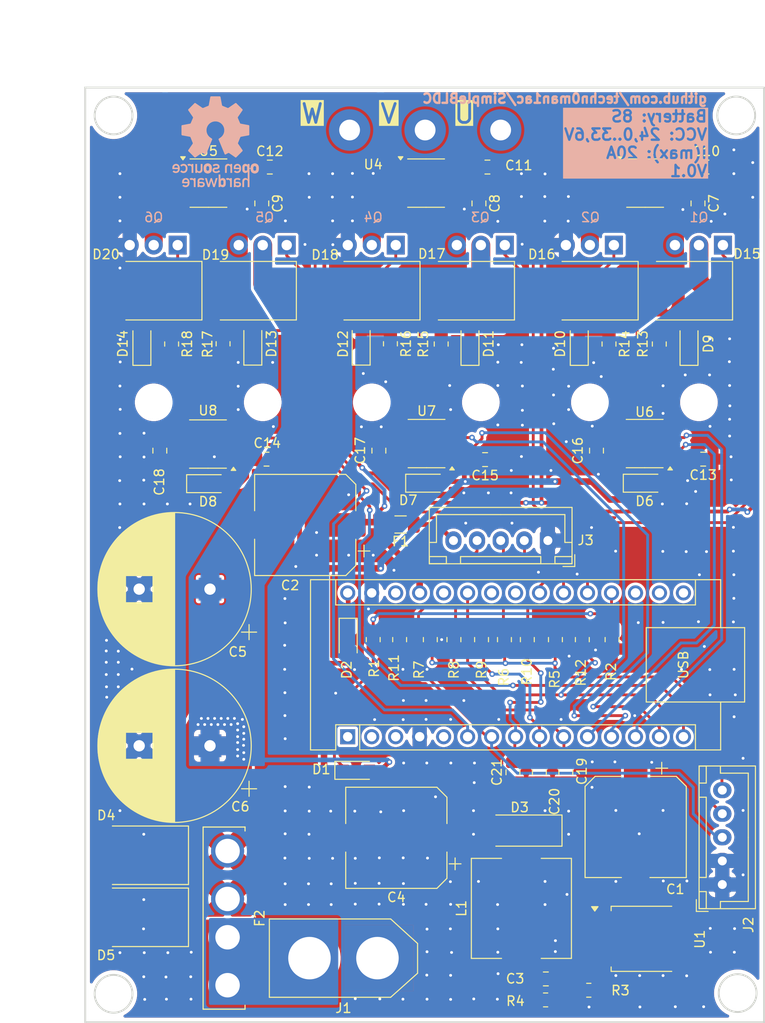
<source format=kicad_pcb>
(kicad_pcb (version 20241229) (generator "pcbnew") (generator_version "9.0")
  (layers (0 "F.Cu" signal) (2 "B.Cu" signal) (13 "F.Paste" user) (15 "B.Paste" user) (5 "F.SilkS" user "F.Silkscreen") (7 "B.SilkS" user "B.Silkscreen") (1 "F.Mask" user) (3 "B.Mask" user) (25 "Edge.Cuts" user))
  (net 0 "")
  (net 1 "/Cur_W")
  (net 2 "/Cur_V")
  (net 3 "/IN_U")
  (net 4 "/IN_W")
  (net 5 "/Cur_U")
  (net 6 "/PWM_U")
  (net 7 "/IN_V")
  (net 8 "/PWM_V")
  (net 9 "+5V")
  (net 10 "GND")
  (net 11 "/PWM_W")
  (net 12 "+10V")
  (net 13 "Net-(U5-FILTER)")
  (net 14 "Net-(U3-FILTER)")
  (net 15 "Net-(U4-FILTER)")
  (net 16 "/U_IN")
  (net 17 "Net-(D6-K)")
  (net 18 "/V_IN")
  (net 19 "Net-(D7-K)")
  (net 20 "Net-(D8-K)")
  (net 21 "/W_IN")
  (net 22 "+33V")
  (net 23 "Net-(D9-K)")
  (net 24 "Net-(D9-A)")
  (net 25 "Net-(D10-K)")
  (net 26 "Net-(D10-A)")
  (net 27 "Net-(D11-A)")
  (net 28 "Net-(D11-K)")
  (net 29 "Net-(D12-K)")
  (net 30 "Net-(D12-A)")
  (net 31 "Net-(D13-K)")
  (net 32 "Net-(D13-A)")
  (net 33 "Net-(D14-A)")
  (net 34 "Net-(D14-K)")
  (net 35 "/U_OUT")
  (net 36 "/V_OUT")
  (net 37 "/W_OUT")
  (net 40 "/HAL_U")
  (net 48 "/CWR")
  (net 50 "Net-(A1-VIN)")
  (net 51 "/Vbatt")
  (net 53 "/HAL_W")
  (net 54 "/POT")
  (net 55 "/HAL_V")
  (net 56 "Net-(D1-K)")
  (net 57 "Net-(U1-FB)")
  (net 58 "/Vin")
  (net 60 "Net-(J3-Pin_2)")
  (net 61 "Net-(J3-Pin_4)")
  (net 62 "Net-(J3-Pin_3)")
  (net 63 "Net-(D3-K)")
  (net 64 "+5V_Fuse")
  (footprint "Connector_JST:JST_XH_B5B-XH-A_1x05_P2.50mm_Vertical" (layer "F.Cu") (at 152.8 91.375 180)
    (property "Reference" "J3")
    (property "Value" "Conn_01x05_Pin")
  )
  (footprint "Diode_SMD:ST_D_SMC" (layer "F.Cu") (at 110.375 131.3 180)
    (property "Reference" "D5")
    (property "Value" "SS510")
  )
  (footprint "Capacitor_SMD:C_0805_2012Metric_Pad1.18x1.45mm_HandSolder" (layer "F.Cu") (at 149.1 115.93 -90)
    (property "Reference" "C21")
    (property "Value" "1nF")
  )
  (footprint "Diode_SMD:ST_D_SMC" (layer "F.Cu") (at 110.375 124.725 180)
    (property "Reference" "D4")
    (property "Value" "SS510")
  )
  (footprint "Diode_SMD:Nexperia_CFP3_SOD-123W" (layer "F.Cu") (at 140 85.3)
    (property "Reference" "D7")
    (property "Value" "1N4148W")
  )
  (footprint "Capacitor_SMD:C_0805_2012Metric_Pad1.18x1.45mm_HandSolder" (layer "F.Cu") (at 146.15 82.8 180)
    (property "Reference" "C15")
    (property "Value" "100nF")
  )
  (footprint "Diode_SMD:ST_D_SMC" (layer "F.Cu") (at 144.9 64.9 180)
    (property "Reference" "D17")
    (property "Value" "SS510")
  )
  (footprint "Resistor_SMD:R_0805_2012Metric_Pad1.20x1.40mm_HandSolder" (layer "F.Cu") (at 134.3 101.875 90)
    (property "Reference" "R1")
    (property "Value" "100K")
  )
  (footprint "Package_SO:SOIC-8_3.9x4.9mm_P1.27mm" (layer "F.Cu") (at 139.95 81.1 180)
    (property "Reference" "U7")
    (property "Value" "IR2104")
  )
  (footprint "Resistor_SMD:R_0805_2012Metric_Pad1.20x1.40mm_HandSolder" (layer "F.Cu") (at 145.775 101.875 90)
    (property "Reference" "R9")
    (property "Value" "1K")
  )
  (footprint "Capacitor_THT:CP_Radial_D16.0mm_P7.50mm" (layer "F.Cu") (at 117.012755 113.125 180)
    (property "Reference" "C6")
    (property "Value" "680uF 100V")
  )
  (footprint "Resistor_SMD:R_0805_2012Metric_Pad1.20x1.40mm_HandSolder" (layer "F.Cu") (at 156.45 101.875 -90)
    (property "Reference" "R12")
    (property "Value" "10K")
  )
  (footprint "Inductor_SMD:L_10.4x10.4_H4.8" (layer "F.Cu") (at 149.995 130.355 90)
    (property "Reference" "L1")
    (property "Value" "100uH")
  )
  (footprint "Capacitor_SMD:CP_Elec_10x10.5" (layer "F.Cu") (at 127.1 89.725 180)
    (property "Reference" "C2")
    (property "Value" "1000uF 16V")
  )
  (footprint "Resistor_SMD:R_0805_2012Metric_Pad1.20x1.40mm_HandSolder" (layer "F.Cu") (at 137.1 101.875 -90)
    (property "Reference" "R11")
    (property "Value" "100K")
  )
  (footprint "Fuse:FUSE_3522-2" (layer "F.Cu") (at 118.505 131.385 -90)
    (property "Reference" "F2")
    (property "Value" "20A" (hide yes))
  )
  (footprint "Diode_SMD:ST_D_SMC" (layer "F.Cu") (at 134.9 64.9 180)
    (property "Reference" "D18")
    (property "Value" "SS510")
  )
  (footprint "Resistor_SMD:R_0805_2012Metric_Pad1.20x1.40mm_HandSolder" (layer "F.Cu") (at 118.4 70.525 -90)
    (property "Reference" "R17")
    (property "Value" "10")
  )
  (footprint "Diode_SMD:Nexperia_CFP3_SOD-123W" (layer "F.Cu") (at 121.55 70.525 90)
    (property "Reference" "D13")
    (property "Value" "1N4148W")
  )
  (footprint "Diode_SMD:ST_D_SMC" (layer "F.Cu") (at 168 64.9 180)
    (property "Reference" "D15")
    (property "Value" "SS510")
  )
  (footprint "Module:Arduino_Nano" (layer "F.Cu") (at 131.6 112.165 90)
    (property "Reference" "A1" (hide yes))
    (property "Value" "Arduino_Nano_v3.x" (hide yes))
  )
  (footprint "Resistor_SMD:R_0805_2012Metric_Pad1.20x1.40mm_HandSolder" (layer "F.Cu") (at 140.35 101.875 -90)
    (property "Reference" "R7")
    (property "Value" "1K")
  )
  (footprint "Diode_SMD:Nexperia_CFP3_SOD-123W" (layer "F.Cu") (at 116.8 85.35)
    (property "Reference" "D8")
    (property "Value" "1N4148W")
  )
  (footprint "Resistor_SMD:R_0805_2012Metric_Pad1.20x1.40mm_HandSolder" (layer "F.Cu") (at 159.6 101.875 90)
    (property "Reference" "R2")
    (property "Value" "10K")
  )
  (footprint "Diode_SMD:Nexperia_CFP3_SOD-123W" (layer "F.Cu") (at 131.65 101.875 -90)
    (property "Reference" "D2")
    (property "Value" "1N4148W")
  )
  (footprint "MountingHole:MountingHole_2.2mm_M2_Pad" (layer "F.Cu") (at 139.8 47.875 180)
    (property "Reference" "V1" (hide yes))
    (property "Value" "MountingHole_Pad")
  )
  (footprint "Capacitor_SMD:C_0805_2012Metric_Pad1.18x1.45mm_HandSolder" (layer "F.Cu") (at 169.6 51.8)
    (property "Reference" "C10")
    (property "Value" "100nF")
  )
  (footprint "Diode_SMD:Nexperia_CFP3_SOD-123W" (layer "F.Cu") (at 144.55 70.55 90)
    (property "Reference" "D11")
    (property "Value" "1N4148W")
  )
  (footprint "Capacitor_SMD:C_0805_2012Metric_Pad1.18x1.45mm_HandSolder" (layer "F.Cu") (at 111.7 81.85 -90)
    (property "Reference" "C18")
    (property "Value" "10uF")
  )
  (footprint "Package_SO:SOIC-8_3.9x4.9mm_P1.27mm" (layer "F.Cu") (at 116.8 81.15 180)
    (property "Reference" "U8")
    (property "Value" "IR2104")
  )
  (footprint "Diode_SMD:ST_D_SMC" (layer "F.Cu") (at 111.8 64.9 180)
    (property "Reference" "D20")
    (property "Value" "SS510")
  )
  (footprint "Resistor_SMD:R_0805_2012Metric_Pad1.20x1.40mm_HandSolder" (layer "F.Cu") (at 152.56 140.055)
    (property "Reference" "R4")
    (property "Value" "7K5" (hide yes))
  )
  (footprint "Capacitor_SMD:C_0805_2012Metric_Pad1.18x1.45mm_HandSolder" (layer "F.Cu") (at 168.7 55.65 -90)
    (property "Reference" "C7")
    (property "Value" "1nF")
  )
  (footprint "Capacitor_SMD:C_0805_2012Metric_Pad1.18x1.45mm_HandSolder" (layer "F.Cu") (at 123 82.75 180)
    (property "Reference" "C14")
    (property "Value" "100nF")
  )
  (footprint "Capacitor_SMD:C_0805_2012Metric_Pad1.18x1.45mm_HandSolder" (layer "F.Cu") (at 134.9 81.85 -90)
    (property "Reference" "C17")
    (property "Value" "10uF")
  )
  (footprint "Capacitor_SMD:C_0805_2012Metric_Pad1.18x1.45mm_HandSolder" (layer "F.Cu") (at 151.9 115.93 -90)
    (property "Reference" "C20")
    (property "Value" "1nF")
  )
  (footprint "Package_TO_SOT_SMD:TO-252-5_TabPin3" (layer "F.Cu") (at 162.81 133.58)
    (property "Reference" "U1")
    (property "Value" "XL7015")
  )
  (footprint "Package_SO:SOIC-8_3.9x4.9mm_P1.27mm" (layer "F.Cu") (at 163.1 53.5)
    (property "Reference" "U3")
    (property "Value" "ACS712-20A")
  )
  (footprint "Capacitor_SMD:C_0805_2012Metric_Pad1.18x1.45mm_HandSolder" (layer "F.Cu") (at 122.5 55.65 -90)
    (property "Reference" "C9")
    (property "Value" "1nF")
  )
  (footprint "Capacitor_SMD:C_0805_2012Metric_Pad1.18x1.45mm_HandSolder" (layer "F.Cu") (at 123.35 51.8)
    (property "Reference" "C12")
    (property "Value" "100nF")
  )
  (footprint "Diode_SMD:ST_D_SMC" (layer "F.Cu") (at 158 64.9 180)
    (property "Reference" "D16")
    (property "Value" "SS510")
  )
  (footprint "Capacitor_SMD:C_0805_2012Metric_Pad1.18x1.45mm_HandSolder" (layer "F.Cu") (at 146.4 51.8)
    (property "Reference" "C11")
    (property "Value" "100nF")
  )
  (footprint "Diode_SMD:Nexperia_CFP3_SOD-123W" (layer "F.Cu") (at 132.5 115.725)
    (property "Reference" "D1")
    (property "Value" "1N4148W")
  )
  (footprint "Capacitor_SMD:C_0805_2012Metric_Pad1.18x1.45mm_HandSolder" (layer "F.Cu") (at 157.95 81.85 -90)
    (property "Reference" "C16")
    (property "Value" "10uF")
  )
  (footprint "Resistor_SMD:R_0805_2012Metric_Pad1.20x1.40mm_HandSolder" (layer "F.Cu") (at 150.625 101.875 90)
    (property "Reference" "R10")
    (property "Value" "1K")
  )
  (footprint "Resistor_SMD:R_0805_2012Metric_Pad1.20x1.40mm_HandSolder" (layer "F.Cu") (at 142.85 101.875 90)
    (property "Reference" "R8")
    (property "Value" "1K")
  )
  (footprint "Diode_SMD:Nexperia_CFP3_SOD-123W" (layer "F.Cu") (at 163.05 85.3)
    (property "Reference" "D6")
    (property "Value" "1N4148W")
  )
  (footprint "Capacitor_SMD:C_0805_2012Metric_Pad1.18x1.45mm_HandSolder" (layer "F.Cu") (at 169.25 82.75 180)
    (property "Reference" "C13")
    (property "Value" "100nF")
  )
  (footprint "Resistor_SMD:R_0805_2012Metric_Pad1.20x1.40mm_HandSolder" (layer "F.Cu") (at 141.5 70.55 -90)
    (property "Reference" "R15")
    (property "Value" "10")
  )
  (footprint "Package_SO:SOIC-8_3.9x4.9mm_P1.27mm" (layer "F.Cu") (at 163.05 81.1 180)
    (property "Reference" "U6")
    (property "Value" "IR2104")
  )
  (footprint "Resistor_SMD:R_0805_2012Metric_Pad1.20x1.40mm_HandSolder" (layer "F.Cu") (at 164.6 70.55 -90)
    (property "Reference" "R13")
    (property "Value" "10")
  )
  (footprint "Package_SO:SOIC-8_3.9x4.9mm_P1.27mm" (layer "F.Cu") (at 116.85 53.5)
    (property "Reference" "U5")
    (property "Value" "ACS712-20A")
  )
  (footprint "Resistor_SMD:R_0805_2012Metric_Pad1.20x1.40mm_HandSolder" (layer "F.Cu") (at 136.125 70.525 -90)
    (property "Reference" "R16")
    (property "Value" "10")
  )
  (footprint "Diode_SMD:Nexperia_CFP3_SOD-123W" (layer "F.Cu") (at 109.8 70.55 90)
    (property "Reference" "D14")
    (property "Value" "1N4148W")
  )
  (footprint "Diode_SMD:ST_D_SMC" (layer "F.Cu") (at 121.8 64.9 180)
    (property "Reference" "D19")
    (property "Value" "SS510")
  )
  (footprint "Diode_SMD:D_SMA_Handsoldering" (layer "F.Cu") (at 149.7875 122.11 180)
    (property "Reference" "D3")
    (property "Value" "SS16")
  )
  (footprint "Resistor_SMD:R_0805_2012Metric_Pad1.20x1.40mm_HandSolder" (layer "F.Cu") (at 159.275 70.55 -90)
    (property "Reference" "R14")
    (property "Value" "10")
  )
  (footprint "Capacitor_SMD:CP_Elec_10x10.5" (layer "F.Cu") (at 162.1 121.725 -90)
    (property "Reference" "C1")
    (property "Value" "100uF 63V")
  )
  (footprint "Resistor_SMD:R_0805_2012Metric_Pad1.20x1.40mm_HandSolder" (layer "F.Cu") (at 148.2 101.875 -90)
    (property "Reference" "R6")
    (property "Value" "1K")
  )
  (footprint "Capacitor_SMD:C_0805_2012Metric_Pad1.18x1.45mm_HandSolder" (layer "F.Cu") (at 152.585 137.83 180)
    (property "Reference" "C3")
    (property "Value" "33nF")
  )
  (footprint "Capacitor_SMD:C_0805_2012Metric_Pad1.18x1.45mm_HandSolder" (layer "F.Cu") (at 145.5 55.65 -90)
    (property "Reference" "C8")
    (property "Value" "1nF")
  )
  (footprint "Resistor_SMD:R_0805_2012Metric_Pad1.20x1.40mm_HandSolder" (layer "F.Cu") (at 153.6 101.875 -90)
    (property "Reference" "R5")
    (property "Value" "1K")
  )
  (footprint "Package_SO:SOIC-8_3.9x4.9mm_P1.27mm" (layer "F.Cu") (at 139.9 53.5)
    (property "Reference" "U4")
    (property "Value" "ACS712-20A")
  )
  (footprint "Diode_SMD:Nexperia_CFP3_SOD-123W" (layer "F.Cu") (at 167.75 70.55 90)
    (property "Reference" "D9")
    (property "Value" "1N4148W")
  )
  (footprint "Capacitor_SMD:CP_Elec_10x10.5" (layer "F.Cu") (at 136.75 122.875 180)
    (property "Reference" "C4")
    (property "Value" "1000uF 16V")
  )
  (footprint "MountingHole:MountingHole_2.2mm_M2_Pad" (layer "F.Cu") (at 131.8 47.875 180)
    (property "Reference" "W1" (hide yes))
    (property "Value" "MountingHole_Pad")
  )
  (footprint "Diode_SMD:Nexperia_CFP3_SOD-123W" (layer "F.Cu") (at 156.125 70.55 90)
    (property "Reference" "D10")
    (property "Value" "1N4148W")
  )
  (footprint "Connector_AMASS:AMASS_XT60-M_1x02_P7.20mm_Vertical" (layer "F.Cu") (at 134.75 135.625 180)
    (property "Reference" "J1")
    (property "Value" "Conn_01x02" (hide yes))
  )
  (footprint "Diode_SMD:Nexperia_CFP3_SOD-123W" (layer "F.Cu") (at 133.025 70.525 90)
    (property "Reference" "D12")
    (property "Value" "1N4148W")
  )
  (footprint "Resistor_SMD:R_0805_2012Metric_Pad1.20x1.40mm_HandSolder" (layer "F.Cu") (at 157.135 139.03 180)
    (property "Reference" "R3")
    (property "Value" "1K")
  )
  (footprint "Capacitor_THT:CP_Radial_D16.0mm_P7.50mm" (layer "F.Cu") (at 117.012755 96.525 180)
    (property "Reference" "C5")
    (property "Value" "680uF 100V")
  )
  (footprint "Resistor_SMD:R_0805_2012Metric_Pad1.20x1.40mm_HandSolder" (layer "F.Cu") (at 112.95 70.55 -90)
    (property "Reference" "R18")
    (property "Value" "10")
  )
  (footprint "Fuse:Fuse_1206_3216Metric" (layer "F.Cu") (at 137.2 89.675 180)
    (property "Reference" "F1")
    (property "Value" "0.1A")
  )
  (footprint "Capacitor_SMD:C_0805_2012Metric_Pad1.18x1.45mm_HandSolder" (layer "F.Cu") (at 154.7 115.93 -90)
    (property "Reference" "C19")
    (property "Value" "1nF")
  )
  (footprint "Connector_JST:JST_XH_B5B-XH-A_1x05_P2.50mm_Vertical" (layer "F.Cu") (at 171.275 127.825 90)
    (property "Reference" "J2")
    (property "Value" "Conn_01x05_Pin" (hide yes))
  )
  (footprint "MountingHole:MountingHole_2.2mm_M2_Pad" (layer "F.Cu") (at 147.8 47.875 180)
    (property "Reference" "U2" (hide yes))
    (property "Value" "MountingHole_Pad")
  )
  (footprint "Package_TO_SOT_THT:TO-220-3_Horizontal_TabUp" (layer "B.Cu") (at 171.34 60.07 180)
    (property "Reference" "Q1")
    (property "Value" "STP110N8F6")
  )
  (footprint "Package_TO_SOT_THT:TO-220-3_Horizontal_TabUp" (layer "B.Cu") (at 125.14 60.07 180)
    (property "Reference" "Q5")
    (property "Value" "STP110N8F6")
  )
  (footprint "Package_TO_SOT_THT:TO-220-3_Horizontal_TabUp" (layer "B.Cu") (at 148.24 60.07 180)
    (property "Reference" "Q3")
    (property "Value" "STP110N8F6")
  )
  (footprint "Package_TO_SOT_THT:TO-220-3_Horizontal_TabUp" (layer "B.Cu") (at 136.69 60.07 180)
    (property "Reference" "Q4")
    (property "Value" "STP110N8F6")
  )
  (footprint "Package_TO_SOT_THT:TO-220-3_Horizontal_TabUp" (layer "B.Cu") (at 159.79 60.07 180)
    (property "Reference" "Q2")
    (property "Value" "STP110N8F6")
  )
  (footprint "Package_TO_SOT_THT:TO-220-3_Horizontal_TabUp" (layer "B.Cu") (at 113.59 60.07 180)
    (property "Reference" "Q6")
    (property "Value" "STP110N8F6")
  )
  (gr_line (start 117.100012 48.773006) (end 117.176159 48.819625) (stroke (width 0.1)) (layer "B.SilkS"))
  (gr_line (start 121.127551 47.449295) (end 121.127498 48.344592) (stroke (width 0.1)) (layer "B.SilkS"))
  (gr_curve (pts (xy 118.03272 44.354623) (xy 118.054257 44.354623) (xy 118.075159 44.37198) (xy 118.079075 44.393199)) (stroke (width 0.1)) (layer "B.SilkS"))
  (gr_line (start 117.13737 44.354623) (end 118.03272 44.354623) (stroke (width 0.1)) (layer "B.SilkS"))
  (gr_line (start 121.550038 51.946048) (end 121.35885 51.944196) (stroke (width 0.1)) (layer "B.SilkS"))
  (gr_curve (pts (xy 118.652956 50.410618) (xy 118.633695 50.42046) (xy 118.611205 50.412153) (xy 118.60295 50.392203)) (stroke (width 0.1)) (layer "B.SilkS"))
  (gr_curve (pts (xy 121.461931 52.309639) (xy 121.388853 52.229047) (xy 121.35885 52.150254) (xy 121.35885 51.944196)) (stroke (width 0.1)) (layer "B.SilkS"))
  (gr_curve (pts (xy 121.596869 52.170944) (xy 121.625021 52.210314) (xy 121.684975 52.240318) (xy 121.750539 52.240318)) (stroke (width 0.1)) (layer "B.SilkS"))
  (gr_line (start 118.957227 50.248164) (end 118.652956 50.410618) (stroke (width 0.1)) (layer "B.SilkS"))
  (gr_curve (pts (xy 119.905123 46.507432) (xy 119.892952 46.525318) (xy 119.891047 46.55548) (xy 119.900943 46.574689)) (stroke (width 0.1)) (layer "B.SilkS"))
  (gr_poly (pts (xy 117.135348 44.354673) (xy 117.133334 44.354823) (xy 117.131329 44.35507) (xy 117.129338 44.35541) (xy 117.127362 44.355843) (xy 117.125406 44.356365) (xy 117.123471 44.356973) (xy 117.121561 44.357667) (xy 117.119679 44.358442) (xy 117.117828 44.359296) (xy 117.116011 44.360228) (xy 117.114231 44.361234) (xy 117.11249 44.362312) (xy 117.110793 44.36346) (xy 117.109141 44.364674) (xy 117.107538 44.365954) (xy 117.105987 44.367295) (xy 117.10449 44.368697) (xy 117.103052 44.370155) (xy 117.101674 44.371668) (xy 117.10036 44.373234) (xy 117.099112 44.374849) (xy 117.097934 44.376512) (xy 117.096829 44.37822) (xy 117.0958 44.37997) (xy 117.094849 44.38176) (xy 117.093979 44.383587) (xy 117.093195 44.385449) (xy 117.092498 44.387344) (xy 117.091891 44.389269) (xy 117.091378 44.391222) (xy 117.090962 44.393199) (xy 116.92348 45.292941) (xy 116.923057 45.294935) (xy 116.922543 45.296935) (xy 116.921256 45.300943) (xy 116.91964 45.304938) (xy 116.917718 45.308895) (xy 116.915514 45.312787) (xy 116.913048 45.316587) (xy 116.910345 45.320271) (xy 116.907427 45.323812) (xy 116.904315 45.327183) (xy 116.901034 45.330359) (xy 116.897604 45.333313) (xy 116.89405 45.33602) (xy 116.890392 45.338452) (xy 116.886655 45.340585) (xy 116.884763 45.341531) (xy 116.88286 45.342392) (xy 116.880948 45.343165) (xy 116.87903 45.343847) (xy 116.275992 45.590703) (xy 116.272246 45.592353) (xy 116.268273 45.59373) (xy 116.264108 45.594839) (xy 116.259786 45.59568) (xy 116.255342 45.596257) (xy 116.250812 45.596572) (xy 116.246229 45.596627) (xy 116.24163 45.596425) (xy 116.237048 45.595968) (xy 116.23252 45.595259) (xy 116.228079 45.594299) (xy 116.223761 45.593092) (xy 116.219601 45.59164) (xy 116.215634 45.589944) (xy 116.211895 45.588009) (xy 116.208418 45.585835) (xy 115.456737 45.070003) (xy 115.455044 45.0689) (xy 115.4533 45.067883) (xy 115.451511 45.066952) (xy 115.449678 45.066105) (xy 115.447808 45.065344) (xy 115.445902 45.064666) (xy 115.443966 45.064073) (xy 115.442002 45.063564) (xy 115.440015 45.063138) (xy 115.438008 45.062795) (xy 115.433952 45.062357) (xy 115.429864 45.062247) (xy 115.425774 45.062463) (xy 115.421713 45.063001) (xy 115.417712 45.063858) (xy 115.413801 45.065032) (xy 115.41189 45.065737) (xy 115.410012 45.066521) (xy 115.408172 45.067382) (xy 115.406374 45.068321) (xy 115.404621 45.069336) (xy 115.402918 45.070429) (xy 115.401268 45.071598) (xy 115.399675 45.072843) (xy 115.398143 45.074163) (xy 115.396676 45.07556) (xy 114.763634 45.708602) (xy 114.762238 45.710069) (xy 114.760918 45.711602) (xy 114.759674 45.713195) (xy 114.758507 45.714846) (xy 114.757417 45.71655) (xy 114.756404 45.718304) (xy 114.75461 45.721946) (xy 114.753128 45.725739) (xy 114.75196 45.729654) (xy 114.751109 45.73366) (xy 114.750577 45.737726) (xy 114.750366 45.74182) (xy 114.750478 45.745914) (xy 114.750916 45.749974) (xy 114.751683 45.753972) (xy 114.75278 45.757876) (xy 114.753453 45.759782) (xy 114.75421 45.761654) (xy 114.755051 45.763487) (xy 114.755975 45.765278) (xy 114.756984 45.767022) (xy 114.758078 45.768715) (xy 115.264914 46.507432) (xy 115.267094 46.510923) (xy 115.269029 46.514669) (xy 115.270716 46.518634) (xy 115.272154 46.522785) (xy 115.27334 46.527087) (xy 115.274272 46.531507) (xy 115.274948 46.536011) (xy 115.275365 46.540564) (xy 115.275522 46.545133) (xy 115.275417 46.549683) (xy 115.275047 46.55418) (xy 115.27441 46.558591) (xy 115.273503 46.562882) (xy 115.272326 46.567017) (xy 115.270874 46.570964) (xy 115.269148 46.574689) (xy 115.0025 47.196777) (xy 115.000977 47.200597) (xy 114.999105 47.204382) (xy 114.996909 47.208109) (xy 114.994418 47.211757) (xy 114.991656 47.215301) (xy 114.98865 47.218721) (xy 114.985428 47.221993) (xy 114.982014 47.225094) (xy 114.978436 47.228003) (xy 114.974721 47.230696) (xy 114.970894 47.233151) (xy 114.966982 47.235346) (xy 114.963011 47.237257) (xy 114.959008 47.238863) (xy 114.955 47.240141) (xy 114.951012 47.241068) (xy 114.081115 47.402834) (xy 114.079142 47.40326) (xy 114.077194 47.403782) (xy 114.075274 47.404396) (xy 114.073383 47.4051) (xy 114.071524 47.405891) (xy 114.0697 47.406766) (xy 114.067914 47.407722) (xy 114.066167 47.408755) (xy 114.062803 47.411045) (xy 114.059627 47.413612) (xy 114.056661 47.416433) (xy 114.053923 47.419483) (xy 114.051433 47.42274) (xy 114.049213 47.42618) (xy 114.047281 47.42978) (xy 114.046429 47.431632) (xy 114.045657 47.433515) (xy 114.044967 47.435427) (xy 114.044361 47.437363) (xy 114.043843 47.439322) (xy 114.043414 47.4413) (xy 114.043078 47.443295) (xy 114.042835 47.445303) (xy 114.04269 47.447322) (xy 114.042645 47.449348) (xy 114.042751 48.344645) (xy 114.042801 48.346667) (xy 114.042951 48.348682) (xy 114.043198 48.350688) (xy 114.04354 48.352682) (xy 114.043974 48.354659) (xy 114.044497 48.356619) (xy 114.045107 48.358556) (xy 114.045802 48.360469) (xy 114.046578 48.362355) (xy 114.047434 48.36421) (xy 114.048368 48.36603) (xy 114.049375 48.367815) (xy 114.050455 48.369559) (xy 114.051604 48.371261) (xy 114.05282 48.372916) (xy 114.054101 48.374523) (xy 114.055444 48.376078) (xy 114.056846 48.377578) (xy 114.058305 48.37902) (xy 114.059819 48.3804) (xy 114.061385 48.381717) (xy 114.063 48.382967) (xy 114.064663 48.384146) (xy 114.066369 48.385253) (xy 114.068118 48.386283) (xy 114.069907 48.387234) (xy 114.071732 48.388102) (xy 114.073592 48.388886) (xy 114.075484 48.389581) (xy 114.077405 48.390184) (xy 114.079353 48.390694) (xy 114.081326 48.391106) (xy 114.929845 48.549009) (xy 114.931843 48.549418) (xy 114.933845 48.54992) (xy 114.935848 48.550512) (xy 114.937849 48.551191) (xy 114.941831 48.552796) (xy 114.945768 48.554714) (xy 114.949633 48.556921) (xy 114.953401 48.559394) (xy 114.957046 48.562109) (xy 114.960544 48.565043) (xy 114.963869 48.568173) (xy 114.966996 48.571476) (xy 114.969899 48.574929) (xy 114.972552 48.578507) (xy 114.974932 48.582189) (xy 114.977011 48.58595) (xy 114.978766 48.589767) (xy 114.979513 48.59169) (xy 114.98017 48.593618) (xy 115.24507 49.255341) (xy 115.246709 49.259104) (xy 115.248075 49.263091) (xy 115.249171 49.267265) (xy 115.250001 49.271592) (xy 115.250565 49.276038) (xy 115.250868 49.280568) (xy 115.250912 49.285148) (xy 115.250699 49.289743) (xy 115.250233 49.294319) (xy 115.249516 49.298841) (xy 115.248551 49.303275) (xy 115.24734 49.307587) (xy 115.245886 49.311741) (xy 115.244193 49.315703) (xy 115.242262 49.31944) (xy 115.240096 49.322915) (xy 114.758079 50.025278) (xy 114.756976 50.026972) (xy 114.755959 50.028716) (xy 114.755027 50.030507) (xy 114.754181 50.032341) (xy 114.753419 50.034214) (xy 114.752742 50.036123) (xy 114.752149 50.038062) (xy 114.75164 50.04003) (xy 114.751214 50.042021) (xy 114.750871 50.044031) (xy 114.750433 50.048096) (xy 114.750323 50.052194) (xy 114.750538 50.056294) (xy 114.751076 50.060365) (xy 114.751933 50.064375) (xy 114.753108 50.068295) (xy 114.753813 50.070211) (xy 114.754596 50.072092) (xy 114.755457 50.073936) (xy 114.756396 50.075737) (xy 114.757411 50.077492) (xy 114.758504 50.079198) (xy 114.759673 50.08085) (xy 114.760918 50.082444) (xy 114.762238 50.083977) (xy 114.763635 50.085445) (xy 115.396783 50.718486) (xy 115.398241 50.719873) (xy 115.399765 50.721185) (xy 115.401351 50.722421) (xy 115.402995 50.723583) (xy 115.404693 50.724668) (xy 115.406441 50.725677) (xy 115.410074 50.727466) (xy 115.413861 50.728946) (xy 115.417772 50.730114) (xy 115.421776 50.730968) (xy 115.425841 50.731504) (xy 115.429936 50.731721) (xy 115.434031 50.731614) (xy 115.438093 50.731183) (xy 115.442093 50.730423) (xy 115.445999 50.729331) (xy 115.447907 50.728661) (xy 115.44978 50.727906) (xy 115.451614 50.727067) (xy 115.453405 50.726144) (xy 115.455149 50.725136) (xy 115.456843 50.724043) (xy 116.146824 50.250492) (xy 116.150292 50.248333) (xy 116.154007 50.246439) (xy 116.157934 50.244813) (xy 116.16204 50.243454) (xy 116.166292 50.242362) (xy 116.170655 50.24154) (xy 116.175095 50.240986) (xy 116.179579 50.240702) (xy 116.184073 50.240689) (xy 116.188543 50.240946) (xy 116.192955 50.241475) (xy 116.197276 50.242277) (xy 116.201472 50.243351) (xy 116.205509 50.244698) (xy 116.209352 50.24632) (xy 116.212969 50.248217) (xy 116.51724 50.41067) (xy 116.51906 50.411536) (xy 116.520894 50.412296) (xy 116.52274 50.412953) (xy 116.524596 50.413508) (xy 116.526457 50.413962) (xy 116.52832 50.414316) (xy 116.530182 50.414571) (xy 116.532041 50.414729) (xy 116.533893 50.41479) (xy 116.535734 50.414756) (xy 116.537562 50.414627) (xy 116.539374 50.414406) (xy 116.541165 50.414093) (xy 116.542934 50.41369) (xy 116.544677 50.413197) (xy 116.546391 50.412615) (xy 116.548072 50.411947) (xy 116.549717 50.411192) (xy 116.551324 50.410353) (xy 116.552889 50.40943) (xy 116.554409 50.408425) (xy 116.555881 50.407338) (xy 116.557301 50.406172) (xy 116.558666 50.404926) (xy 116.559974 50.403602) (xy 116.561221 50.402202) (xy 116.562404 50.400726) (xy 116.56352 50.399176) (xy 116.564565 50.397553) (xy 116.565537 50.395858) (xy 116.566431 50.394092) (xy 116.567246 50.392256) (xy 117.194574 48.876299) (xy 117.195299 48.874413) (xy 117.195928 48.872499) (xy 117.196463 48.870559) (xy 117.196903 48.868598) (xy 117.197252 48.86662) (xy 117.197509 48.864627) (xy 117.197676 48.862623) (xy 117.197754 48.860612) (xy 117.197744 48.858598) (xy 117.197648 48.856585) (xy 117.197467 48.854575) (xy 117.197202 48.852572) (xy 117.196855 48.85058) (xy 117.196426 48.848603) (xy 117.195916 48.846645) (xy 117.195328 48.844708) (xy 117.194662 48.842796) (xy 117.193919 48.840914) (xy 117.1931 48.839064) (xy 117.192208 48.83725) (xy 117.191243 48.835476) (xy 117.190206 48.833746) (xy 117.189098 48.832063) (xy 117.187921 48.83043) (xy 117.186676 48.828852) (xy 117.185364 48.827331) (xy 117.183987 48.825872) (xy 117.182545 48.824478) (xy 117.18104 48.823153) (xy 117.179473 48.8219) (xy 117.177846 48.820723) (xy 117.176159 48.819625) (xy 117.100012 48.773006) (xy 117.094531 48.769515) (xy 117.088679 48.765531) (xy 117.082567 48.761141) (xy 117.076305 48.75643) (xy 117.070003 48.751486) (xy 117.063772 48.746395) (xy 117.057722 48.741245) (xy 117.051963 48.736123) (xy 117.001555 48.70162) (xy 116.953448 48.664157) (xy 116.907772 48.623867) (xy 116.86466 48.580878) (xy 116.824241 48.535323) (xy 116.786649 48.487331) (xy 116.752014 48.437032) (xy 116.720467 48.384558) (xy 116.692139 48.330038) (xy 116.667163 48.273604) (xy 116.645669 48.215386) (xy 116.627788 48.155515) (xy 116.613652 48.09412) (xy 116.603393 48.031333) (xy 116.597141 47.967284) (xy 116.595028 47.902103) (xy 116.596316 47.851151) (xy 116.600139 47.800867) (xy 116.606436 47.751315) (xy 116.615143 47.702556) (xy 116.626198 47.654652) (xy 116.63954 47.607667) (xy 116.655106 47.561661) (xy 116.672834 47.516698) (xy 116.692662 47.472839) (xy 116.714526 47.430147) (xy 116.738367 47.388684) (xy 116.76412 47.348511) (xy 116.791724 47.309692) (xy 116.821116 47.272288) (xy 116.852235 47.236362) (xy 116.885018 47.201976) (xy 116.919402 47.169192) (xy 116.955327 47.138072) (xy 116.992729 47.108679) (xy 117.031546 47.081074) (xy 117.071717 47.055321) (xy 117.113178 47.03148) (xy 117.155868 47.009615) (xy 117.199724 46.989787) (xy 117.244684 46.972059) (xy 117.290687 46.956493) (xy 117.337669 46.943151) (xy 117.385568 46.932095) (xy 117.434323 46.923388) (xy 117.483872 46.917091) (xy 117.534151 46.913268) (xy 117.585098 46.91198) (xy 117.636046 46.913268) (xy 117.686326 46.917091) (xy 117.735875 46.923388) (xy 117.784631 46.932095) (xy 117.832532 46.943151) (xy 117.879515 46.956493) (xy 117.925519 46.972059) (xy 117.970481 46.989787) (xy 118.01434 47.009615) (xy 118.057031 47.03148) (xy 118.098495 47.055321) (xy 118.138667 47.081074) (xy 118.177487 47.108679) (xy 118.214891 47.138072) (xy 118.250818 47.169192) (xy 118.285206 47.201976) (xy 118.317991 47.236362) (xy 118.349112 47.272288) (xy 118.378507 47.309692) (xy 118.406113 47.348511) (xy 118.431869 47.388684) (xy 118.455711 47.430147) (xy 118.477578 47.472839) (xy 118.497407 47.516698) (xy 118.515137 47.561661) (xy 118.530704 47.607667) (xy 118.544048 47.654652) (xy 118.555105 47.702556) (xy 118.563813 47.751315) (xy 118.57011 47.800867) (xy 118.573934 47.851151) (xy 118.575222 47.902103) (xy 118.574691 47.934827) (xy 118.573108 47.967284) (xy 118.570491 47.999458) (xy 118.566855 48.031333) (xy 118.562217 48.062892) (xy 118.556593 48.09412) (xy 118.55 48.125) (xy 118.542454 48.155515) (xy 118.533972 48.185649) (xy 118.52457 48.215386) (xy 118.514265 48.24471) (xy 118.503073 48.273604) (xy 118.49101 48.302053) (xy 118.478093 48.330038) (xy 118.449763 48.384558) (xy 118.418214 48.437032) (xy 118.383577 48.487331) (xy 118.345985 48.535323) (xy 118.305568 48.580879) (xy 118.262458 48.623867) (xy 118.216787 48.664157) (xy 118.168686 48.70162) (xy 118.118287 48.736123) (xy 118.112495 48.741245) (xy 118.106424 48.746395) (xy 118.10018 48.751486) (xy 118.093872 48.756429) (xy 118.087605 48.76114) (xy 118.081489 48.765531) (xy 118.075628 48.769515) (xy 118.070132 48.773006) (xy 117.993985 48.819625) (xy 117.992288 48.820723) (xy 117.990652 48.8219) (xy 117.989078 48.823153) (xy 117.987566 48.824478) (xy 117.986118 48.825872) (xy 117.984735 48.827331) (xy 117.982171 48.83043) (xy 117.979881 48.833746) (xy 117.977875 48.83725) (xy 117.976164 48.840914) (xy 117.974756 48.844708) (xy 117.973662 48.848603) (xy 117.97289 48.852572) (xy 117.972451 48.856585) (xy 117.972353 48.860612) (xy 117.972606 48.864627) (xy 117.972868 48.86662) (xy 117.973221 48.868598) (xy 117.973666 48.870559) (xy 117.974205 48.872499) (xy 117.97484 48.874413) (xy 117.97557 48.876299) (xy 118.60295 50.392203) (xy 118.603765 50.394039) (xy 118.60466 50.395806) (xy 118.605632 50.397502) (xy 118.606678 50.399126) (xy 118.607795 50.400677) (xy 118.608979 50.402154) (xy 118.610228 50.403556) (xy 118.611537 50.404881) (xy 118.612904 50.406128) (xy 118.614326 50.407297) (xy 118.615799 50.408385) (xy 118.617321 50.409392) (xy 118.618887 50.410316) (xy 118.620496 50.411157) (xy 118.622143 50.411913) (xy 118.623825 50.412583) (xy 118.62554 50.413165) (xy 118.627284 50.413659) (xy 118.629053 50.414063) (xy 118.630846 50.414377) (xy 118.632658 50.414598) (xy 118.634485 50.414727) (xy 118.636327 50.41476) (xy 118.638177 50.414698) (xy 118.640035 50.41454) (xy 118.641896 50.414283) (xy 118.643757 50.413927) (xy 118.645616 50.413471) (xy 118.647468 50.412913) (xy 118.649311 50.412253) (xy 118.651141 50.411488) (xy 118.652956 50.410618) (xy 118.957227 50.248164) (xy 118.960835 50.246268) (xy 118.964672 50.244648) (xy 118.968705 50.243303) (xy 118.972898 50.242231) (xy 118.977217 50.241433) (xy 118.98163 50.240908) (xy 118.986101 50.240653) (xy 118.990597 50.24067) (xy 118.995084 50.240956) (xy 118.999528 50.241511) (xy 119.003894 50.242333) (xy 119.008148 50.243424) (xy 119.012258 50.24478) (xy 119.016187 50.246402) (xy 119.019904 50.248289) (xy 119.023373 50.250439) (xy 119.7133 50.723991) (xy 119.714998 50.725084) (xy 119.716747 50.726092) (xy 119.718541 50.727015) (xy 119.720378 50.727854) (xy 119.722254 50.728608) (xy 119.724164 50.729279) (xy 119.726105 50.729866) (xy 119.728073 50.73037) (xy 119.730064 50.730791) (xy 119.732075 50.73113) (xy 119.736139 50.731562) (xy 119.740234 50.731668) (xy 119.744329 50.731452) (xy 119.748394 50.730915) (xy 119.752398 50.730061) (xy 119.75631 50.728893) (xy 119.758222 50.728192) (xy 119.760099 50.727413) (xy 119.761938 50.726558) (xy 119.763735 50.725625) (xy 119.765486 50.724616) (xy 119.767186 50.72353) (xy 119.768833 50.722369) (xy 119.770423 50.721132) (xy 119.771951 50.719821) (xy 119.773414 50.718434) (xy 120.406562 50.085392) (xy 120.407953 50.083924) (xy 120.409269 50.082391) (xy 120.41051 50.080797) (xy 120.411675 50.079145) (xy 120.412764 50.07744) (xy 120.413776 50.075684) (xy 120.415571 50.07204) (xy 120.417055 50.068242) (xy 120.418226 50.064323) (xy 120.419081 50.060312) (xy 120.419619 50.056242) (xy 120.419835 50.052142) (xy 120.419726 50.048044) (xy 120.419292 50.043979) (xy 120.418527 50.039977) (xy 120.41743 50.03607) (xy 120.416756 50.034162) (xy 120.415998 50.032289) (xy 120.415156 50.030455) (xy 120.414228 50.028664) (xy 120.413216 50.026919) (xy 120.412118 50.025226) (xy 119.930153 49.322863) (xy 119.927969 49.319387) (xy 119.926024 49.315651) (xy 119.924318 49.311688) (xy 119.922856 49.307534) (xy 119.921639 49.303223) (xy 119.92067 49.298789) (xy 119.91995 49.294267) (xy 119.919483 49.289691) (xy 119.919271 49.285095) (xy 119.919317 49.280515) (xy 119.919622 49.275985) (xy 119.920189 49.271539) (xy 119.92102 49.267212) (xy 119.922119 49.263038) (xy 119.923486 49.259052) (xy 119.925126 49.255288) (xy 120.190027 48.593565) (xy 120.190679 48.591637) (xy 120.191423 48.589715) (xy 120.193174 48.585897) (xy 120.195254 48.582136) (xy 120.197637 48.578454) (xy 120.200297 48.574876) (xy 120.203208 48.571423) (xy 120.206344 48.568121) (xy 120.209678 48.56499) (xy 120.213186 48.562056) (xy 120.216841 48.559341) (xy 120.220617 48.556869) (xy 120.224488 48.554662) (xy 120.228428 48.552744) (xy 120.232411 48.551138) (xy 120.236412 48.549868) (xy 120.23841 48.549366) (xy 120.240403 48.548957) (xy 121.088922 48.391053) (xy 121.0909 48.390641) (xy 121.092852 48.390132) (xy 121.094777 48.389528) (xy 121.096672 48.388833) (xy 121.098534 48.38805) (xy 121.100362 48.387181) (xy 121.102151 48.38623) (xy 121.103901 48.3852) (xy 121.105609 48.384094) (xy 121.107272 48.382914) (xy 121.110453 48.380348) (xy 121.113424 48.377525) (xy 121.116167 48.37447) (xy 121.118662 48.371208) (xy 121.120887 48.367762) (xy 121.122825 48.364157) (xy 121.124455 48.360417) (xy 121.125148 48.358504) (xy 121.125756 48.356566) (xy 121.126278 48.354607) (xy 121.126711 48.352629) (xy 121.127052 48.350635) (xy 121.127298 48.34863) (xy 121.127448 48.346614) (xy 121.127498 48.344592) (xy 121.127551 47.449295) (xy 121.127501 47.447274) (xy 121.127352 47.44526) (xy 121.127106 47.443256) (xy 121.126766 47.441265) (xy 121.126335 47.439291) (xy 121.125814 47.437335) (xy 121.125207 47.435402) (xy 121.124515 47.433493) (xy 121.123741 47.431612) (xy 121.122889 47.429763) (xy 121.121959 47.427947) (xy 121.120954 47.426167) (xy 121.119878 47.424428) (xy 121.118732 47.422731) (xy 121.117518 47.42108) (xy 121.11624 47.419477) (xy 121.1149 47.417925) (xy 121.113499 47.416428) (xy 121.112042 47.414989) (xy 121.110529 47.41361) (xy 121.108963 47.412294) (xy 121.107348 47.411044) (xy 121.105685 47.409863) (xy 121.103977 47.408755) (xy 121.102226 47.407721) (xy 121.100434 47.406765) (xy 121.098605 47.405891) (xy 121.09674 47.4051) (xy 121.094842 47.404396) (xy 121.092914 47.403782) (xy 121.090957 47.40326) (xy 121.088975 47.402834) (xy 120.219131 47.241068) (xy 120.217131 47.24065) (xy 120.215125 47.240141) (xy 120.211102 47.238863) (xy 120.207087 47.237257) (xy 120.203108 47.235346) (xy 120.199191 47.233151) (xy 120.195361 47.230696) (xy 120.191645 47.228003) (xy 120.188069 47.225094) (xy 120.184659 47.221993) (xy 120.181441 47.218721) (xy 120.178442 47.215301) (xy 120.175688 47.211757) (xy 120.173205 47.208109) (xy 120.171019 47.204382) (xy 120.169156 47.200597) (xy 120.168354 47.19869) (xy 120.167643 47.196777) (xy 119.900943 46.574689) (xy 119.899225 46.570964) (xy 119.897782 46.567017) (xy 119.896611 46.562882) (xy 119.89571 46.558591) (xy 119.895076 46.55418) (xy 119.894708 46.549683) (xy 119.894602 46.545133) (xy 119.894758 46.540564) (xy 119.895172 46.536011) (xy 119.895843 46.531507) (xy 119.896767 46.527087) (xy 119.897944 46.522785) (xy 119.89937 46.518634) (xy 119.901043 46.514669) (xy 119.902962 46.510923) (xy 119.905123 46.507432) (xy 120.412012 45.768715) (xy 120.413115 45.767022) (xy 120.414131 45.765278) (xy 120.415062 45.763487) (xy 120.415908 45.761654) (xy 120.416668 45.759782) (xy 120.417344 45.757876) (xy 120.417936 45.755937) (xy 120.418444 45.753972) (xy 120.418868 45.751983) (xy 120.419209 45.749974) (xy 120.419644 45.745914) (xy 120.419751 45.74182) (xy 120.419533 45.737726) (xy 120.418993 45.73366) (xy 120.418134 45.729654) (xy 120.416959 45.725739) (xy 120.416255 45.723825) (xy 120.415472 45.721946) (xy 120.414612 45.720104) (xy 120.413675 45.718304) (xy 120.412661 45.71655) (xy 120.411571 45.714846) (xy 120.410405 45.713195) (xy 120.409164 45.711602) (xy 120.407847 45.710069) (xy 120.406456 45.708602) (xy 119.77336 45.07556) (xy 119.771898 45.074164) (xy 119.77037 45.072843) (xy 119.76878 45.071598) (xy 119.767133 45.070429) (xy 119.765432 45.069336) (xy 119.763682 45.068321) (xy 119.760046 45.066521) (xy 119.756257 45.065032) (xy 119.752345 45.063858) (xy 119.748341 45.063001) (xy 119.744276 45.062463) (xy 119.740181 45.062248) (xy 119.736086 45.062357) (xy 119.732022 45.062795) (xy 119.72802 45.063564) (xy 119.724111 45.064667) (xy 119.7222 45.065344) (xy 119.720325 45.066105) (xy 119.718488 45.066952) (xy 119.716693 45.067883) (xy 119.714945 45.068901) (xy 119.713247 45.070003) (xy 118.961619 45.585835) (xy 118.958151 45.588009) (xy 118.95442 45.589945) (xy 118.950459 45.59164) (xy 118.946305 45.593092) (xy 118.941992 45.594299) (xy 118.937554 45.595259) (xy 118.933027 45.595968) (xy 118.928447 45.596425) (xy 118.923847 45.596627) (xy 118.919262 45.596572) (xy 118.914729 45.596257) (xy 118.910281 45.59568) (xy 118.905953 45.594839) (xy 118.901781 45.59373) (xy 118.8978 45.592353) (xy 118.894044 45.590703) (xy 118.290953 45.343847) (xy 118.287114 45.342392) (xy 118.283313 45.340585) (xy 118.279571 45.338452) (xy 118.275911 45.33602) (xy 118.272356 45.333313) (xy 118.268927 45.330359) (xy 118.265646 45.327183) (xy 118.262537 45.323812) (xy 118.259621 45.320271) (xy 118.256921 45.316587) (xy 118.254459 45.312787) (xy 118.252258 45.308895) (xy 118.250339 45.304938) (xy 118.248726 45.300943) (xy 118.247439 45.296935) (xy 118.246503 45.292941) (xy 118.079075 44.393199) (xy 118.078658 44.391222) (xy 118.078145 44.389269) (xy 118.077539 44.387344) (xy 118.076842 44.385449) (xy 118.076057 44.383587) (xy 118.075188 44.38176) (xy 118.074238 44.37997) (xy 118.073208 44.37822) (xy 118.072104 44.376512) (xy 118.070926 44.374849) (xy 118.068366 44.371668) (xy 118.065551 44.368697) (xy 118.062505 44.365954) (xy 118.059253 44.36346) (xy 118.055819 44.361234) (xy 118.052226 44.359296) (xy 118.050377 44.358442) (xy 118.048498 44.357667) (xy 118.046591 44.356973) (xy 118.04466 44.356365) (xy 118.042706 44.355843) (xy 118.040734 44.35541) (xy 118.038747 44.35507) (xy 118.036747 44.354823) (xy 118.034737 44.354673) (xy 118.03272 44.354623) (xy 117.13737 44.354623)) (stroke (width -0.000001)) (fill yes) (layer "B.SilkS"))
  (gr_curve (pts (xy 120.817142 52.240317) (xy 120.637225 52.240317) (xy 120.627859 52.092203) (xy 120.627859 51.946047)) (stroke (width 0.1)) (layer "B.SilkS"))
  (gr_poly (pts (xy 117.437936 53.6361) (xy 117.434179 53.6361) (xy 117.218703 52.970832) (xy 117.080008 52.970832) (xy 116.864532 53.6361) (xy 116.860669 53.6361) (xy 116.679006 52.970832) (xy 116.476547 52.970832) (xy 116.780077 53.920951) (xy 116.948828 53.920951) (xy 117.147477 53.255629) (xy 117.151234 53.255629) (xy 117.349883 53.920951) (xy 117.518529 53.920951) (xy 117.822112 52.970832) (xy 117.619758 52.970832)) (stroke (width -0.000001)) (fill yes) (layer "B.SilkS"))
  (gr_line (start 116.51724 50.41067) (end 116.212969 50.248217) (stroke (width 0.1)) (layer "B.SilkS"))
  (gr_poly (pts (xy 119.890599 52.960502) (xy 119.849395 52.963402) (xy 119.810161 52.968371) (xy 119.791324 52.971667) (xy 119.773028 52.975523) (xy 119.755289 52.979953) (xy 119.738123 52.984971) (xy 119.721547 52.99059) (xy 119.705576 52.996826) (xy 119.690228 53.003691) (xy 119.675517 53.0112) (xy 119.66146 53.019368) (xy 119.648074 53.028207) (xy 119.635374 53.037733) (xy 119.623376 53.047959) (xy 119.612097 53.058899) (xy 119.601552 53.070567) (xy 119.591759 53.082978) (xy 119.582732 53.096145) (xy 119.574489 53.110083) (xy 119.567044 53.124805) (xy 119.560416 53.140326) (xy 119.554618 53.156659) (xy 119.549668 53.173819) (xy 119.545583 53.19182) (xy 119.542376 53.210675) (xy 119.540066 53.230399) (xy 119.538669 53.251006) (xy 119.538199 53.27251) (xy 119.538199 53.920951) (xy 119.729387 53.920951) (xy 119.729387 53.836602) (xy 119.733144 53.836602) (xy 119.740833 53.848498) (xy 119.749194 53.859565) (xy 119.75828 53.869812) (xy 119.768147 53.879247) (xy 119.77885 53.887879) (xy 119.790444 53.895716) (xy 119.802982 53.902766) (xy 119.816521 53.909039) (xy 119.831114 53.914541) (xy 119.846817 53.919283) (xy 119.863684 53.923272) (xy 119.881771 53.926517) (xy 119.901132 53.929026) (xy 119.921821 53.930807) (xy 119.943894 53.93187) (xy 119.967406 53.932222) (xy 119.987 53.931857) (xy 120.006072 53.930772) (xy 120.024615 53.928982) (xy 120.042621 53.926505) (xy 120.060086 53.923354) (xy 120.077001 53.919547) (xy 120.093361 53.915098) (xy 120.10916 53.910025) (xy 120.12439 53.904342) (xy 120.139045 53.898065) (xy 120.153119 53.89121) (xy 120.166605 53.883793) (xy 120.179497 53.87583) (xy 120.191787 53.867336) (xy 120.203471 53.858327) (xy 120.21454 53.848819) (xy 120.224989 53.838828) (xy 120.234811 53.82837) (xy 120.244 53.81746) (xy 120.252548 53.806114) (xy 120.26045 53.794348) (xy 120.2677 53.782178) (xy 120.274289 53.769619) (xy 120.280213 53.756687) (xy 120.285464 53.743399) (xy 120.290036 53.729769) (xy 120.293923 53.715814) (xy 120.297117 53.701549) (xy 120.299613 53.686991) (xy 120.301404 53.672154) (xy 120.302483 53.657056) (xy 120.302845 53.64171) (xy 120.302641 53.632343) (xy 120.122981 53.632343) (xy 120.122381 53.64418) (xy 120.120552 53.655772) (xy 120.117455 53.667048) (xy 120.113047 53.677935) (xy 120.11034 53.68321) (xy 120.107289 53.688362) (xy 120.10389 53.693381) (xy 120.100138 53.698258) (xy 120.096027 53.702985) (xy 120.091553 53.707551) (xy 120.086711 53.711949) (xy 120.081494 53.71617) (xy 120.075899 53.720204) (xy 120.06992 53.724042) (xy 120.063551 53.727677) (xy 120.056789 53.731097) (xy 120.049626 53.734296) (xy 120.04206 53.737263) (xy 120.034083 53.739991) (xy 120.025692 53.742469) (xy 120.007644 53.746642) (xy 119.987876 53.749711) (xy 119.966345 53.751605) (xy 119.943011 53.752253) (xy 119.914364 53.752027) (xy 119.888102 53.75124) (xy 119.864151 53.749723) (xy 119.842437 53.747309) (xy 119.832395 53.745713) (xy 119.822886 53.743829) (xy 119.813898 53.741638) (xy 119.805424 53.739117) (xy 119.797453 53.736247) (xy 119.789976 53.733005) (xy 119.782985 53.729371) (xy 119.776469 53.725324) (xy 119.770421 53.720844) (xy 119.764829 53.715908) (xy 119.759686 53.710497) (xy 119.754982 53.704588) (xy 119.750707 53.698162) (xy 119.746852 53.691198) (xy 119.743409 53.683673) (xy 119.740367 53.675568) (xy 119.737718 53.666862) (xy 119.735452 53.657532) (xy 119.73356 53.64756) (xy 119.732033 53.636923) (xy 119.730861 53.6256) (xy 119.730036 53.613571) (xy 119.729548 53.600815) (xy 119.729387 53.58731) (xy 119.729387 53.517937) (xy 119.957987 53.517937) (xy 119.968358 53.518068) (xy 119.978379 53.51846) (xy 119.988052 53.519107) (xy 119.997377 53.520008) (xy 120.006355 53.521156) (xy 120.014989 53.52255) (xy 120.02328 53.524185) (xy 120.031228 53.526057) (xy 120.038837 53.528163) (xy 120.046105 53.530499) (xy 120.053036 53.53306) (xy 120.059631 53.535844) (xy 120.06589 53.538846) (xy 120.071816 53.542063) (xy 120.077409 53.54549) (xy 120.082672 53.549125) (xy 120.087604 53.552962) (xy 120.092209 53.557) (xy 120.096487 53.561233) (xy 120.100439 53.565658) (xy 120.104067 53.57027) (xy 120.107373 53.575068) (xy 120.110357 53.580045) (xy 120.113021 53.5852) (xy 120.115367 53.590527) (xy 120.117395 53.596024) (xy 120.119108 53.601686) (xy 120.120506 53.607509) (xy 120.121591 53.61349) (xy 120.122364 53.619626) (xy 120.122827 53.625911) (xy 120.122981 53.632343) (xy 120.302641 53.632343) (xy 120.302537 53.627551) (xy 120.301616 53.613543) (xy 120.300082 53.599705) (xy 120.297937 53.586056) (xy 120.295181 53.572618) (xy 120.291814 53.559408) (xy 120.28784 53.546447) (xy 120.283257 53.533755) (xy 120.278068 53.52135) (xy 120.272274 53.509253) (xy 120.265874 53.497483) (xy 120.258872 53.48606) (xy 120.251266 53.475003) (xy 120.243059 53.464331) (xy 120.234252 53.454066) (xy 120.224846 53.444225) (xy 120.21484 53.434829) (xy 120.204238 53.425897) (xy 120.193039 53.417448) (xy 120.181245 53.409504) (xy 120.168856 53.402082) (xy 120.155875 53.395203) (xy 120.142301 53.388886) (xy 120.128135 53.38315) (xy 120.11338 53.378017) (xy 120.098035 53.373504) (xy 120.082103 53.369631) (xy 120.065583 53.366419) (xy 120.048477 53.363887) (xy 120.030786 53.362053) (xy 120.012511 53.360939) (xy 119.993653 53.360563) (xy 119.729387 53.360563) (xy 119.729387 53.261239) (xy 119.730073 53.245055) (xy 119.730936 53.23746) (xy 119.732151 53.23019) (xy 119.733721 53.223241) (xy 119.73565 53.216608) (xy 119.737943 53.210285) (xy 119.740603 53.204269) (xy 119.743633 53.198554) (xy 119.747037 53.193136) (xy 119.75082 53.18801) (xy 119.754984 53.183171) (xy 119.759534 53.178614) (xy 119.764474 53.174335) (xy 119.769807 53.170329) (xy 119.775537 53.166591) (xy 119.781667 53.163117) (xy 119.788202 53.159901) (xy 119.802501 53.154226) (xy 119.818463 53.149529) (xy 119.836119 53.145771) (xy 119.855498 53.142914) (xy 119.876631 53.140921) (xy 119.899548 53.139753) (xy 119.924279 53.139372) (xy 119.942297 53.139597) (xy 119.959144 53.140287) (xy 119.974877 53.141469) (xy 119.989553 53.143165) (xy 119.996513 53.144213) (xy 120.003231 53.1454) (xy 120.009713 53.146727) (xy 120.015966 53.148198) (xy 120.021999 53.149817) (xy 120.027818 53.151585) (xy 120.033431 53.153507) (xy 120.038844 53.155584) (xy 120.044064 53.157821) (xy 120.0491 53.16022) (xy 120.053958 53.162785) (xy 120.058645 53.165518) (xy 120.063169 53.168422) (xy 120.067536 53.171501) (xy 120.071754 53.174757) (xy 120.075831 53.178194) (xy 120.079772 53.181814) (xy 120.083586 53.185622) (xy 120.08728 53.189619) (xy 120.090861 53.193808) (xy 120.094336 53.198194) (xy 120.097711 53.202778) (xy 120.100996 53.207565) (xy 120.104196 53.212556) (xy 120.254108 53.098256) (xy 120.240032 53.080007) (xy 120.2252 53.063217) (xy 120.209605 53.047846) (xy 120.193239 53.033856) (xy 120.176092 53.021208) (xy 120.158158 53.009863) (xy 120.139427 52.999782) (xy 120.119892 52.990927) (xy 120.099544 52.983259) (xy 120.078374 52.976739) (xy 120.056375 52.971329) (xy 120.033538 52.966989) (xy 120.009855 52.963681) (xy 119.985317 52.961366) (xy 119.959917 52.960006) (xy 119.933645 52.959561)) (stroke (width -0.000001)) (fill yes) (layer "B.SilkS"))
  (gr_curve (pts (xy 116.620004 52.170944) (xy 116.648103 52.210314) (xy 116.708057 52.240318) (xy 116.773674 52.240318)) (stroke (width 0.1)) (layer "B.SilkS"))
  (gr_curve (pts (xy 117.97557 48.876299) (xy 117.967262 48.85635) (xy 117.97557 48.830896) (xy 117.993985 48.819625)) (stroke (width 0.1)) (layer "B.SilkS"))
  (gr_curve (pts (xy 116.927238 52.170944) (xy 116.962904 52.120302) (xy 116.974175 52.082891) (xy 116.974175 51.944196)) (stroke (width 0.1)) (layer "B.SilkS"))
  (gr_curve (pts (xy 114.951012 47.241068) (xy 114.972178 47.2371) (xy 114.995356 47.217203) (xy 115.0025 47.196777)) (stroke (width 0.1)) (layer "B.SilkS"))
  (gr_line (start 117.993985 48.819625) (end 118.070132 48.773006) (stroke (width 0.1)) (layer "B.SilkS"))
  (gr_line (start 116.620004 52.170944) (end 116.485013 52.309639) (stroke (width 0.1)) (layer "B.SilkS"))
  (gr_curve (pts (xy 120.167643 47.196777) (xy 120.174734 47.217203) (xy 120.197858 47.2371) (xy 120.219131 47.241068)) (stroke (width 0.1)) (layer "B.SilkS"))
  (gr_poly (pts (xy 120.737633 51.459398) (xy 120.716967 51.461186) (xy 120.697041 51.464105) (xy 120.677852 51.468106) (xy 120.659397 51.47314) (xy 120.641674 51.479156) (xy 120.624679 51.486106) (xy 120.608412 51.493941) (xy 120.592869 51.50261) (xy 120.578048 51.512064) (xy 120.563946 51.522254) (xy 120.550561 51.533131) (xy 120.53789 51.544644) (xy 120.525932 51.556744) (xy 120.514682 51.569383) (xy 120.50414 51.58251) (xy 120.494741 51.595137) (xy 120.486187 51.607893) (xy 120.478445 51.621038) (xy 120.471483 51.634833) (xy 120.468284 51.642057) (xy 120.465267 51.64954) (xy 120.462428 51.657317) (xy 120.459764 51.665419) (xy 120.45727 51.67388) (xy 120.454942 51.682731) (xy 120.450767 51.701737) (xy 120.447207 51.722699) (xy 120.444228 51.745877) (xy 120.441798 51.771532) (xy 120.439883 51.799925) (xy 120.438452 51.831318) (xy 120.43747 51.86597) (xy 120.436905 51.904144) (xy 120.436724 51.9461) (xy 120.43747 52.025588) (xy 120.439883 52.091158) (xy 120.441798 52.119368) (xy 120.444228 52.144872) (xy 120.447207 52.167926) (xy 120.450767 52.18879) (xy 120.454942 52.20772) (xy 120.459764 52.224974) (xy 120.465267 52.240809) (xy 120.471483 52.255485) (xy 120.478445 52.269257) (xy 120.486187 52.282384) (xy 120.494741 52.295123) (xy 120.50414 52.307733) (xy 120.514682 52.32086) (xy 120.525932 52.333498) (xy 120.53789 52.345599) (xy 120.550561 52.357112) (xy 120.563946 52.367989) (xy 120.578048 52.378179) (xy 120.592869 52.387633) (xy 120.608412 52.396302) (xy 120.62468 52.404136) (xy 120.633086 52.407725) (xy 120.641674 52.411087) (xy 120.650444 52.414215) (xy 120.659397 52.417103) (xy 120.668533 52.419746) (xy 120.677852 52.422137) (xy 120.687355 52.42427) (xy 120.697041 52.426138) (xy 120.706912 52.427736) (xy 120.716968 52.429057) (xy 120.727208 52.430095) (xy 120.737633 52.430845) (xy 120.748243 52.431299) (xy 120.75904 52.431452) (xy 120.777077 52.43093) (xy 120.794654 52.429387) (xy 120.81179 52.426856) (xy 120.828509 52.42337) (xy 120.844832 52.418961) (xy 120.860782 52.413662) (xy 120.87638 52.407507) (xy 120.891649 52.400529) (xy 120.90661 52.392759) (xy 120.921285 52.384232) (xy 120.935697 52.374981) (xy 120.949867 52.365037) (xy 120.963818 52.354435) (xy 120.977571 52.343206) (xy 120.991149 52.331385) (xy 121.004573 52.319004) (xy 121.005261 53.072008) (xy 120.993053 53.058397) (xy 120.980329 53.045663) (xy 120.967101 53.033806) (xy 120.953378 53.022827) (xy 120.939172 53.012725) (xy 120.924494 53.0035) (xy 120.909354 52.995154) (xy 120.893765 52.987685) (xy 120.877737 52.981095) (xy 120.861281 52.975382) (xy 120.844408 52.970548) (xy 120.827128 52.966593) (xy 120.809454 52.963516) (xy 120.791396 52.961318) (xy 120.772965 52.96) (xy 120.754171 52.95956) (xy 120.740236 52.959894) (xy 120.726215 52.960896) (xy 120.712142 52.962563) (xy 120.698053 52.964892) (xy 120.683982 52.967882) (xy 120.669963 52.971529) (xy 120.656032 52.975831) (xy 120.642223 52.980786) (xy 120.62857 52.986392) (xy 120.615108 52.992646) (xy 120.601873 52.999546) (xy 120.588898 53.007088) (xy 120.576218 53.015272) (xy 120.563868 53.024094) (xy 120.551882 53.033553) (xy 120.540295 53.043645) (xy 120.529143 53.054368) (xy 120.518458 53.06572) (xy 120.508277 53.077699) (xy 120.498633 53.090302) (xy 120.489562 53.103526) (xy 120.481098 53.11737) (xy 120.473275 53.13183) (xy 120.466129 53.146905) (xy 120.459694 53.162592) (xy 120.454004 53.178889) (xy 120.449095 53.195793) (xy 120.445001 53.213301) (xy 120.441756 53.231413) (xy 120.439395 53.250124) (xy 120.437953 53.269433) (xy 120.437465 53.289337) (xy 120.437465 53.92095) (xy 120.6286 53.92095) (xy 120.6286 53.355007) (xy 120.628834 53.343037) (xy 120.629531 53.331391) (xy 120.63068 53.320071) (xy 120.632272 53.309081) (xy 120.634295 53.298425) (xy 120.636742 53.288108) (xy 120.6396 53.278131) (xy 120.642862 53.2685) (xy 120.646516 53.259218) (xy 120.650552 53.250289) (xy 120.654962 53.241717) (xy 120.659734 53.233504) (xy 120.664859 53.225656) (xy 120.670327 53.218176) (xy 120.676127 53.211067) (xy 120.682251 53.204333) (xy 120.688687 53.197979) (xy 120.695427 53.192007) (xy 120.70246 53.186422) (xy 120.709776 53.181227) (xy 120.717365 53.176426) (xy 120.725217 53.172023) (xy 120.733323 53.168022) (xy 120.741672 53.164425) (xy 120.750255 53.161238) (xy 120.75906 53.158464) (xy 120.76808 53.156106) (xy 120.777303 53.154168) (xy 120.786719 53.152655) (xy 120.796319 53.151569) (xy 120.806093 53.150915) (xy 120.816031 53.150696) (xy 120.826136 53.150915) (xy 120.836068 53.151569) (xy 120.845815 53.152655) (xy 120.855368 53.154168) (xy 120.864718 53.156106) (xy 120.873855 53.158464) (xy 120.882769 53.161238) (xy 120.891452 53.164426) (xy 120.899893 53.168022) (xy 120.908082 53.172023) (xy 120.916011 53.176426) (xy 120.923669 53.181227) (xy 120.931047 53.186422) (xy 120.938135 53.192007) (xy 120.944924 53.197979) (xy 120.951405 53.204334) (xy 120.957567 53.211067) (xy 120.963401 53.218176) (xy 120.968897 53.225657) (xy 120.974046 53.233505) (xy 120.978838 53.241717) (xy 120.983264 53.25029) (xy 120.987314 53.259219) (xy 120.990978 53.268501) (xy 120.994247 53.278132) (xy 120.997112 53.288108) (xy 120.999562 53.298426) (xy 121.001588 53.309081) (xy 121.00318 53.320071) (xy 121.00433 53.331391) (xy 121.005026 53.343037) (xy 121.005261 53.355007) (xy 121.005261 53.920951) (xy 121.196448 53.920951) (xy 121.196448 51.946047) (xy 121.004573 51.946047) (xy 121.003822 51.99798) (xy 121.002535 52.024019) (xy 121.000327 52.049758) (xy 120.996966 52.074936) (xy 120.992219 52.099292) (xy 120.985852 52.122567) (xy 120.981988 52.133717) (xy 120.977631 52.144498) (xy 120.972753 52.154879) (xy 120.967324 52.164826) (xy 120.961315 52.174308) (xy 120.954697 52.18329) (xy 120.947441 52.191741) (xy 120.939516 52.199628) (xy 120.930896 52.206919) (xy 120.921549 52.213581) (xy 120.911447 52.219581) (xy 120.900561 52.224887) (xy 120.888862 52.229466) (xy 120.876319 52.233285) (xy 120.862906 52.236313) (xy 120.848591 52.238516) (xy 120.833346 52.239861) (xy 120.817142 52.240317) (xy 120.800769 52.239888) (xy 120.785367 52.238618) (xy 120.770904 52.236535) (xy 120.757353 52.233667) (xy 120.744682 52.230041) (xy 120.732864 52.225685) (xy 120.721868 52.220626) (xy 120.711664 52.214891) (xy 120.702224 52.208508) (xy 120.693517 52.201504) (xy 120.685514 52.193908) (xy 120.678187 52.185745) (xy 120.671504 52.177045) (xy 120.665437 52.167834) (xy 120.659956 52.15814) (xy 120.655032 52.147991) (xy 120.650634 52.137413) (xy 120.646735 52.126434) (xy 120.643303 52.115082) (xy 120.64031 52.103385) (xy 120.637726 52.091369) (xy 120.635522 52.079062) (xy 120.632134 52.053686) (xy 120.629909 52.027477) (xy 120.628613 52.000654) (xy 120.628008 51.973437) (xy 120.627859 51.946047) (xy 120.628613 51.890798) (xy 120.629909 51.863719) (xy 120.632134 51.837293) (xy 120.635522 51.811735) (xy 120.64031 51.787263) (xy 120.646735 51.764094) (xy 120.650634 51.753065) (xy 120.655032 51.742444) (xy 120.659956 51.732256) (xy 120.665437 51.722529) (xy 120.671504 51.71329) (xy 120.678187 51.704567) (xy 120.685514 51.696386) (xy 120.693517 51.688774) (xy 120.702224 51.681758) (xy 120.711664 51.675366) (xy 120.721868 51.669625) (xy 120.732864 51.664561) (xy 120.744682 51.660202) (xy 120.757353 51.656575) (xy 120.770904 51.653706) (xy 120.785367 51.651624) (xy 120.800769 51.650355) (xy 120.817142 51.649926) (xy 120.833341 51.650381) (xy 120.848582 51.651727) (xy 120.862893 51.653931) (xy 120.876304 51.656961) (xy 120.888844 51.660784) (xy 120.900541 51.665368) (xy 120.911426 51.670681) (xy 120.921527 51.676691) (xy 120.930873 51.683365) (xy 120.939493 51.690671) (xy 120.947417 51.698577) (xy 120.954674 51.707051) (xy 120.961293 51.71606) (xy 120.967302 51.725572) (xy 120.972732 51.735555) (xy 120.977612 51.745976) (xy 120.981969 51.756804) (xy 120.985835 51.768006) (xy 120.989237 51.77955) (xy 120.992205 51.791403) (xy 120.994768 51.803534) (xy 120.996956 51.815909) (xy 121.000319 51.841267) (xy 121.00253 51.867217) (xy 121.00382 51.893503) (xy 121.004423 51.919865) (xy 121.004573 51.946047) (xy 121.196448 51.946047) (xy 121.196448 51.470062) (xy 121.004573 51.470062) (xy 121.004573 51.569387) (xy 120.992997 51.557331) (xy 120.980792 51.545795) (xy 120.967983 51.534814) (xy 120.9546 51.524424) (xy 120.940668 51.51466) (xy 120.926215 51.505558) (xy 120.911268 51.497153) (xy 120.895855 51.489482) (xy 120.880004 51.48258) (xy 120.86374 51.476483) (xy 120.847092 51.471225) (xy 120.830087 51.466844) (xy 120.812751 51.463374) (xy 120.795114 51.460852) (xy 120.777201 51.459312) (xy 120.759039 51.458791)) (stroke (width -0.000001)) (fill yes) (layer "B.SilkS"))
  (gr_curve (pts (xy 119.925126 49.255288) (xy 119.915653 49.274709) (xy 119.917876 49.305083) (xy 119.930153 49.322863)) (stroke (width 0.1)) (layer "B.SilkS"))
  (gr_line (start 118.961619 45.585835) (end 119.713247 45.070003) (stroke (width 0.1)) (layer "B.SilkS"))
  (gr_line (start 114.763634 45.708602) (end 115.396676 45.07556) (stroke (width 0.1)) (layer "B.SilkS"))
  (gr_poly (pts (xy 117.638889 51.459432) (xy 117.60945 51.461174) (xy 117.581184 51.464037) (xy 117.554038 51.467987) (xy 117.527959 51.472993) (xy 117.502896 51.47902) (xy 117.478795 51.486036) (xy 117.455604 51.494007) (xy 117.43327 51.502902) (xy 117.411742 51.512686) (xy 117.390967 51.523327) (xy 117.370892 51.534791) (xy 117.351464 51.547047) (xy 117.332632 51.560059) (xy 117.314342 51.573797) (xy 117.296543 51.588226) (xy 117.414547 51.726815) (xy 117.428626 51.717192) (xy 117.442785 51.70799) (xy 117.457062 51.699235) (xy 117.471491 51.690955) (xy 117.486109 51.683178) (xy 117.50095 51.675932) (xy 117.516051 51.669244) (xy 117.531447 51.663143) (xy 117.547173 51.657655) (xy 117.563265 51.652809) (xy 117.579759 51.648632) (xy 117.596691 51.645153) (xy 117.614095 51.642398) (xy 117.632007 51.640396) (xy 117.650464 51.639175) (xy 117.6695 51.638761) (xy 117.68068 51.638903) (xy 117.691396 51.639325) (xy 117.701654 51.640022) (xy 117.711462 51.640986) (xy 117.720827 51.642213) (xy 117.729755 51.643696) (xy 117.738255 51.64543) (xy 117.746334 51.647408) (xy 117.753998 51.649626) (xy 117.761256 51.652077) (xy 117.768113 51.654754) (xy 117.774577 51.657653) (xy 117.780656 51.660768) (xy 117.786357 51.664092) (xy 117.791687 51.667619) (xy 117.796652 51.671345) (xy 117.801261 51.675262) (xy 117.80552 51.679366) (xy 117.809437 51.683649) (xy 117.813019 51.688107) (xy 117.816273 51.692734) (xy 117.819207 51.697523) (xy 117.821826 51.702468) (xy 117.82414 51.707565) (xy 117.826154 51.712806) (xy 117.827877 51.718187) (xy 117.829314 51.7237) (xy 117.830474 51.729341) (xy 117.831364 51.735104) (xy 117.831991 51.740982) (xy 117.832361 51.74697) (xy 117.832483 51.753061) (xy 117.832124 51.760782) (xy 117.83101 51.768454) (xy 117.829089 51.776027) (xy 117.82631 51.783452) (xy 117.82262 51.79068) (xy 117.817967 51.797661) (xy 117.812298 51.804347) (xy 117.809067 51.807564) (xy 117.805562 51.810688) (xy 117.801777 51.813713) (xy 117.797706 51.816634) (xy 117.793341 51.819444) (xy 117.788677 51.822136) (xy 117.783707 51.824706) (xy 117.778424 51.827146) (xy 117.766895 51.831613) (xy 117.754036 51.835488) (xy 117.739797 51.838723) (xy 117.724124 51.841268) (xy 117.706965 51.843073) (xy 117.549538 51.854238) (xy 117.531428 51.85578) (xy 117.514004 51.857933) (xy 117.497258 51.860686) (xy 117.481183 51.864023) (xy 117.465772 51.867932) (xy 117.451017 51.872398) (xy 117.436911 51.877408) (xy 117.423447 51.882948) (xy 117.410618 51.889004) (xy 117.398417 51.895563) (xy 117.386835 51.90261) (xy 117.375867 51.910132) (xy 117.365504 51.918115) (xy 117.355739 51.926545) (xy 117.346566 51.935409) (xy 117.337977 51.944693) (xy 117.329964 51.954382) (xy 117.322521 51.964464) (xy 117.315641 51.974925) (xy 117.309315 51.98575) (xy 117.303537 51.996926) (xy 117.298299 52.008439) (xy 117.293594 52.020276) (xy 117.289416 52.032423) (xy 117.285756 52.044865) (xy 117.282608 52.057589) (xy 117.277817 52.083829) (xy 117.274985 52.111032) (xy 117.274054 52.139089) (xy 117.274555 52.156255) (xy 117.276044 52.172955) (xy 117.278498 52.189182) (xy 117.281893 52.204933) (xy 117.286209 52.220201) (xy 117.291422 52.234982) (xy 117.297508 52.24927) (xy 117.304447 52.263061) (xy 117.312214 52.27635) (xy 117.320788 52.28913) (xy 117.330146 52.301398) (xy 117.340264 52.313147) (xy 117.351122 52.324374) (xy 117.362694 52.335072) (xy 117.37496 52.345236) (xy 117.387897 52.354862) (xy 117.401482 52.363945) (xy 117.415691 52.372478) (xy 117.445896 52.387879) (xy 117.478329 52.401022) (xy 117.512811 52.411868) (xy 117.549159 52.420375) (xy 117.587194 52.426502) (xy 117.626732 52.430208) (xy 117.667595 52.431453) (xy 117.696274 52.430793) (xy 117.724677 52.428812) (xy 117.752789 52.425508) (xy 117.780597 52.420877) (xy 117.808086 52.414918) (xy 117.835244 52.407627) (xy 117.862056 52.399002) (xy 117.888508 52.38904) (xy 117.914588 52.377738) (xy 117.94028 52.365095) (xy 117.965571 52.351106) (xy 117.990447 52.335771) (xy 118.014895 52.319085) (xy 118.038901 52.301047) (xy 118.062451 52.281653) (xy 118.085531 52.260902) (xy 117.952498 52.129775) (xy 117.936944 52.144432) (xy 117.92117 52.158161) (xy 117.905133 52.170958) (xy 117.888788 52.182822) (xy 117.872091 52.19375) (xy 117.854998 52.20374) (xy 117.837467 52.21279) (xy 117.819452 52.220897) (xy 117.80091 52.228059) (xy 117.781797 52.234273) (xy 117.762069 52.239538) (xy 117.741683 52.243851) (xy 117.720593 52.247209) (xy 117.698758 52.249611) (xy 117.676132 52.251054) (xy 117.652672 52.251535) (xy 117.642576 52.251415) (xy 117.632664 52.251053) (xy 117.622945 52.250451) (xy 117.613427 52.249609) (xy 117.60412 52.248527) (xy 117.595033 52.247205) (xy 117.586175 52.245644) (xy 117.577554 52.243843) (xy 117.56918 52.241805) (xy 117.561061 52.239527) (xy 117.553207 52.237012) (xy 117.545626 52.234259) (xy 117.538328 52.231269) (xy 117.531321 52.228042) (xy 117.524614 52.224578) (xy 117.518217 52.220877) (xy 117.512138 52.21694) (xy 117.506386 52.212768) (xy 117.500971 52.20836) (xy 117.4959 52.203717) (xy 117.491184 52.198839) (xy 117.486831 52.193727) (xy 117.48285 52.18838) (xy 117.47925 52.182799) (xy 117.47604 52.176985) (xy 117.473228 52.170938) (xy 117.470825 52.164658) (xy 117.468839 52.158145) (xy 117.467278 52.1514) (xy 117.466152 52.144423) (xy 117.46547 52.137215) (xy 117.465241 52.129775) (xy 117.465388 52.123586) (xy 117.465824 52.117665) (xy 117.466544 52.112007) (xy 117.467541 52.106605) (xy 117.468807 52.101454) (xy 117.470337 52.096549) (xy 117.472125 52.091883) (xy 117.474163 52.08745) (xy 117.476446 52.083245) (xy 117.478966 52.079262) (xy 117.481717 52.075495) (xy 117.484694 52.071939) (xy 117.487888 52.068587) (xy 117.491295 52.065433) (xy 117.494907 52.062473) (xy 117.498717 52.0597) (xy 117.502721 52.057108) (xy 117.50691 52.054692) (xy 117.515819 52.050364) (xy 117.525395 52.046668) (xy 117.535585 52.043559) (xy 117.546337 52.040989) (xy 117.557599 52.038914) (xy 117.569319 52.037286) (xy 117.581446 52.036059) (xy 117.750145 52.021083) (xy 117.779151 52.017681) (xy 117.807083 52.012404) (xy 117.820612 52.009069) (xy 117.833831 52.005271) (xy 117.846726 52.001014) (xy 117.859283 51.996299) (xy 117.87149 51.991127) (xy 117.883332 51.985503) (xy 117.894795 51.979426) (xy 117.905865 51.9729) (xy 117.91653 51.965927) (xy 117.926774 51.958508) (xy 117.936586 51.950646) (xy 117.945949 51.942343) (xy 117.954852 51.933601) (xy 117.96328 51.924422) (xy 117.971219 51.914808) (xy 117.978657 51.904762) (xy 117.985578 51.894284) (xy 117.991969 51.883379) (xy 117.997817 51.872046) (xy 118.003108 51.860289) (xy 118.007827 51.84811) (xy 118.011962 51.835511) (xy 118.015499 51.822494) (xy 118.018423 51.80906) (xy 118.020721 51.795213) (xy 118.02238 51.780954) (xy 118.023386 51.766285) (xy 118.023724 51.751208) (xy 118.023277 51.733385) (xy 118.021949 51.716113) (xy 118.01976 51.699391) (xy 118.016729 51.683222) (xy 118.012876 51.667606) (xy 118.008221 51.652544) (xy 118.002782 51.638038) (xy 117.99658 51.624088) (xy 117.989634 51.610695) (xy 117.981964 51.59786) (xy 117.973588 51.585585) (xy 117.964528 51.57387) (xy 117.954802 51.562717) (xy 117.94443 51.552126) (xy 117.933432 51.542099) (xy 117.921826 51.532636) (xy 117.909633 51.523739) (xy 117.896872 51.515408) (xy 117.883563 51.507645) (xy 117.869725 51.500451) (xy 117.855378 51.493826) (xy 117.840542 51.487772) (xy 117.809478 51.47738) (xy 117.776691 51.469283) (xy 117.742336 51.463489) (xy 117.706571 51.460007) (xy 117.669552 51.458844)) (stroke (width -0.000001)) (fill yes) (layer "B.SilkS"))
  (gr_curve (pts (xy 116.381984 51.944196) (xy 116.381984 51.739884) (xy 116.411935 51.661197) (xy 116.485013 51.580605)) (stroke (width 0.1)) (layer "B.SilkS"))
  (gr_curve (pts (xy 116.208418 45.585835) (xy 116.226198 45.598059) (xy 116.256678 45.600228) (xy 116.275992 45.590703)) (stroke (width 0.1)) (layer "B.SilkS"))
  (gr_poly (pts (xy 114.793662 51.459065) (xy 114.779701 51.460033) (xy 114.766029 51.461628) (xy 114.752634 51.463831) (xy 114.739505 51.466628) (xy 114.72663 51.470001) (xy 114.713997 51.473934) (xy 114.701595 51.47841) (xy 114.689412 51.483413) (xy 114.677436 51.488928) (xy 114.665656 51.494936) (xy 114.654059 51.501422) (xy 114.642634 51.50837) (xy 114.63137 51.515762) (xy 114.620255 51.523583) (xy 114.609276 51.531816) (xy 114.747971 51.696758) (xy 114.756257 51.690677) (xy 114.764279 51.685068) (xy 114.772081 51.679919) (xy 114.779706 51.67522) (xy 114.787199 51.67096) (xy 114.794604 51.667127) (xy 114.801966 51.663712) (xy 114.809328 51.660702) (xy 114.816734 51.658087) (xy 114.82423 51.655856) (xy 114.831858 51.653999) (xy 114.839664 51.652504) (xy 114.847691 51.65136) (xy 114.855983 51.650556) (xy 114.864586 51.650082) (xy 114.873542 51.649926) (xy 114.891078 51.650634) (xy 114.908436 51.652773) (xy 114.925483 51.656374) (xy 114.942089 51.661461) (xy 114.950185 51.664572) (xy 114.958122 51.668065) (xy 114.965882 51.671943) (xy 114.97345 51.67621) (xy 114.980809 51.680871) (xy 114.987943 51.685927) (xy 114.994835 51.691382) (xy 115.001468 51.697241) (xy 115.007827 51.703505) (xy 115.013894 51.71018) (xy 115.019654 51.717268) (xy 115.02509 51.724772) (xy 115.030186 51.732697) (xy 115.034924 51.741045) (xy 115.03929 51.74982) (xy 115.043265 51.759025) (xy 115.046835 51.768664) (xy 115.049982 51.778741) (xy 115.052689 51.789258) (xy 115.054942 51.80022) (xy 115.056722 51.811629) (xy 115.058014 51.823489) (xy 115.058802 51.835803) (xy 115.059068 51.848576) (xy 115.059068 52.420128) (xy 115.250256 52.420128) (xy 115.250256 51.470009) (xy 115.059068 51.470009) (xy 115.059068 51.571186) (xy 115.055363 51.571186) (xy 115.043815 51.557576) (xy 115.031667 51.544842) (xy 115.018935 51.532985) (xy 115.005635 51.522005) (xy 114.991786 51.511903) (xy 114.977402 51.502679) (xy 114.962502 51.494332) (xy 114.947102 51.486864) (xy 114.931219 51.480273) (xy 114.91487 51.474561) (xy 114.898071 51.469727) (xy 114.88084 51.465771) (xy 114.863193 51.462695) (xy 114.845147 51.460497) (xy 114.826718 51.459178) (xy 114.807925 51.458738)) (stroke (width -0.000001)) (fill yes) (layer "B.SilkS"))
  (gr_curve (pts (xy 122.039199 52.309639) (xy 121.986706 52.367741) (xy 121.8986 52.431399) (xy 121.750539 52.431399)) (stroke (width 0.1)) (layer "B.SilkS"))
  (gr_curve (pts (xy 118.302965 53.741034) (xy 118.482882 53.741034) (xy 118.492248 53.593026) (xy 118.492248 53.445018)) (stroke (width 0.1)) (layer "B.SilkS"))
  (gr_curve (pts (xy 116.773674 52.240318) (xy 116.839185 52.240318) (xy 116.899245 52.210367) (xy 116.927238 52.170944)) (stroke (width 0.1)) (layer "B.SilkS"))
  (gr_poly (pts (xy 116.04944 52.960502) (xy 116.008242 52.963402) (xy 115.969013 52.968371) (xy 115.950177 52.971667) (xy 115.931882 52.975523) (xy 115.914144 52.979953) (xy 115.896979 52.984971) (xy 115.880403 52.99059) (xy 115.864432 52.996826) (xy 115.849083 53.003691) (xy 115.834371 53.0112) (xy 115.820314 53.019368) (xy 115.806926 53.028207) (xy 115.794225 53.037733) (xy 115.782225 53.047959) (xy 115.770945 53.058899) (xy 115.760399 53.070567) (xy 115.750604 53.082978) (xy 115.741575 53.096145) (xy 115.73333 53.110083) (xy 115.725884 53.124805) (xy 115.719254 53.140326) (xy 115.713455 53.156659) (xy 115.708504 53.173819) (xy 115.704417 53.19182) (xy 115.70121 53.210675) (xy 115.698899 53.230399) (xy 115.697501 53.251006) (xy 115.697031 53.27251) (xy 115.697031 53.920951) (xy 115.888219 53.920951) (xy 115.888272 53.920951) (xy 115.888272 53.836602) (xy 115.891976 53.836602) (xy 115.899675 53.848498) (xy 115.908046 53.859565) (xy 115.917142 53.869812) (xy 115.927018 53.879247) (xy 115.937729 53.887879) (xy 115.94933 53.895716) (xy 115.961875 53.902766) (xy 115.975419 53.909039) (xy 115.990017 53.914541) (xy 116.005723 53.919283) (xy 116.022592 53.923272) (xy 116.040678 53.926517) (xy 116.060036 53.929026) (xy 116.080722 53.930807) (xy 116.102788 53.93187) (xy 116.126291 53.932222) (xy 116.145886 53.931857) (xy 116.164958 53.930772) (xy 116.183501 53.928982) (xy 116.201509 53.926505) (xy 116.218975 53.923354) (xy 116.235892 53.919547) (xy 116.252253 53.915098) (xy 116.268054 53.910025) (xy 116.283286 53.904342) (xy 116.297943 53.898065) (xy 116.312019 53.89121) (xy 116.325507 53.883793) (xy 116.338401 53.87583) (xy 116.350694 53.867336) (xy 116.36238 53.858327) (xy 116.373452 53.848819) (xy 116.383904 53.838828) (xy 116.393728 53.82837) (xy 116.402919 53.81746) (xy 116.41147 53.806114) (xy 116.419375 53.794348) (xy 116.426626 53.782178) (xy 116.433218 53.769619) (xy 116.439143 53.756687) (xy 116.444396 53.743399) (xy 116.44897 53.729769) (xy 116.452858 53.715814) (xy 116.456054 53.701549) (xy 116.458551 53.686991) (xy 116.460342 53.672154) (xy 116.461422 53.657056) (xy 116.461783 53.64171) (xy 116.46158 53.632343) (xy 116.281761 53.632343) (xy 116.281161 53.64418) (xy 116.279332 53.655772) (xy 116.276235 53.667048) (xy 116.271828 53.677935) (xy 116.269121 53.68321) (xy 116.26607 53.688362) (xy 116.262672 53.693381) (xy 116.25892 53.698258) (xy 116.254811 53.702985) (xy 116.250338 53.707551) (xy 116.245496 53.711949) (xy 116.240281 53.71617) (xy 116.234687 53.720204) (xy 116.228709 53.724042) (xy 116.222342 53.727677) (xy 116.215581 53.731097) (xy 116.208421 53.734296) (xy 116.200857 53.737263) (xy 116.192883 53.739991) (xy 116.184494 53.742469) (xy 116.166453 53.746642) (xy 116.146691 53.749711) (xy 116.125169 53.751605) (xy 116.101844 53.752253) (xy 116.073197 53.752027) (xy 116.046934 53.75124) (xy 116.022983 53.749723) (xy 116.001269 53.747309) (xy 115.991228 53.745713) (xy 115.981718 53.743829) (xy 115.972731 53.741638) (xy 115.964256 53.739117) (xy 115.956285 53.736247) (xy 115.948809 53.733005) (xy 115.941817 53.729371) (xy 115.935302 53.725324) (xy 115.929253 53.720844) (xy 115.923662 53.715908) (xy 115.918518 53.710497) (xy 115.913814 53.704588) (xy 115.909539 53.698162) (xy 115.905685 53.691198) (xy 115.902241 53.683673) (xy 115.899199 53.675568) (xy 115.89655 53.666862) (xy 115.894284 53.657532) (xy 115.892393 53.64756) (xy 115.890865 53.636923) (xy 115.889694 53.6256) (xy 115.888868 53.613571) (xy 115.88838 53.600815) (xy 115.888219 53.58731) (xy 115.88822 53.58731) (xy 115.88822 53.517937) (xy 116.11682 53.517937) (xy 116.127186 53.518068) (xy 116.137203 53.51846) (xy 116.146871 53.519107) (xy 116.156192 53.520008) (xy 116.165167 53.521156) (xy 116.173798 53.52255) (xy 116.182085 53.524185) (xy 116.190031 53.526057) (xy 116.197636 53.528163) (xy 116.204902 53.530499) (xy 116.211831 53.53306) (xy 116.218424 53.535844) (xy 116.224681 53.538846) (xy 116.230605 53.542063) (xy 116.236197 53.54549) (xy 116.241458 53.549125) (xy 116.24639 53.552962) (xy 116.250993 53.557) (xy 116.25527 53.561233) (xy 116.259222 53.565658) (xy 116.262849 53.57027) (xy 116.266154 53.575068) (xy 116.269138 53.580045) (xy 116.271802 53.5852) (xy 116.274147 53.590527) (xy 116.276175 53.596024) (xy 116.277888 53.601686) (xy 116.279286 53.607509) (xy 116.280371 53.61349) (xy 116.281144 53.619626) (xy 116.281607 53.625911) (xy 116.281761 53.632343) (xy 116.46158 53.632343) (xy 116.461476 53.627551) (xy 116.460554 53.613543) (xy 116.459019 53.599705) (xy 116.456871 53.586056) (xy 116.454112 53.572618) (xy 116.450744 53.559408) (xy 116.446766 53.546447) (xy 116.44218 53.533755) (xy 116.436988 53.52135) (xy 116.431189 53.509253) (xy 116.424786 53.497483) (xy 116.417779 53.48606) (xy 116.41017 53.475003) (xy 116.401959 53.464331) (xy 116.393148 53.454066) (xy 116.383738 53.444225) (xy 116.373729 53.434829) (xy 116.363123 53.425897) (xy 116.351921 53.417448) (xy 116.340124 53.409504) (xy 116.327733 53.402082) (xy 116.314749 53.395203) (xy 116.301173 53.388886) (xy 116.287007 53.38315) (xy 116.272251 53.378017) (xy 116.256906 53.373504) (xy 116.240974 53.369631) (xy 116.224455 53.366419) (xy 116.207352 53.363887) (xy 116.189663 53.362053) (xy 116.171392 53.360939) (xy 116.152538 53.360563) (xy 115.888272 53.360563) (xy 115.888272 53.261239) (xy 115.888958 53.245055) (xy 115.889821 53.23746) (xy 115.891036 53.23019) (xy 115.892606 53.223241) (xy 115.894536 53.216608) (xy 115.896829 53.210285) (xy 115.899489 53.204269) (xy 115.902519 53.198554) (xy 115.905924 53.193136) (xy 115.909707 53.18801) (xy 115.913872 53.183171) (xy 115.918423 53.178614) (xy 115.923364 53.174335) (xy 115.928698 53.170329) (xy 115.934429 53.166591) (xy 115.940561 53.163117) (xy 115.947097 53.159901) (xy 115.961399 53.154226) (xy 115.977366 53.149529) (xy 115.995026 53.145771) (xy 116.014412 53.142914) (xy 116.035552 53.140921) (xy 116.058477 53.139753) (xy 116.083217 53.139372) (xy 116.101234 53.139597) (xy 116.118078 53.140287) (xy 116.133805 53.141469) (xy 116.148475 53.143165) (xy 116.155431 53.144213) (xy 116.162144 53.1454) (xy 116.168622 53.146727) (xy 116.174871 53.148198) (xy 116.180899 53.149817) (xy 116.186713 53.151585) (xy 116.192321 53.153507) (xy 116.197729 53.155584) (xy 116.202945 53.157821) (xy 116.207975 53.16022) (xy 116.212828 53.162785) (xy 116.217511 53.165518) (xy 116.22203 53.168422) (xy 116.226393 53.171501) (xy 116.230607 53.174757) (xy 116.23468 53.178194) (xy 116.238618 53.181814) (xy 116.242429 53.185622) (xy 116.24612 53.189619) (xy 116.249698 53.193808) (xy 116.253171 53.198194) (xy 116.256545 53.202778) (xy 116.259828 53.207565) (xy 116.263028 53.212556) (xy 116.412994 53.098256) (xy 116.398916 53.080007) (xy 116.384081 53.063217) (xy 116.368481 53.047846) (xy 116.352108 53.033856) (xy 116.334955 53.021208) (xy 116.317013 53.009863) (xy 116.298274 52.999782) (xy 116.278731 52.990927) (xy 116.258376 52.983259) (xy 116.2372 52.976739) (xy 116.215196 52.971329) (xy 116.192356 52.966989) (xy 116.168673 52.963681) (xy 116.144137 52.961366) (xy 116.118741 52.960006) (xy 116.092478 52.959561)) (stroke (width -0.000001)) (fill yes) (layer "B.SilkS"))
  (gr_curve (pts (xy 116.87903 45.343847) (xy 116.899509 45.337074) (xy 116.919459 45.314161) (xy 116.92348 45.292941)) (stroke (width 0.1)) (layer "B.SilkS"))
  (gr_curve (pts (xy 121.951093 51.944196) (xy 121.951093 51.807354) (xy 121.939822 51.769835) (xy 121.904209 51.7193)) (stroke (width 0.1)) (layer "B.SilkS"))
  (gr_poly (pts (xy 119.896542 51.459191) (xy 119.877146 51.460544) (xy 119.857972 51.462784) (xy 119.839047 51.4659) (xy 119.820399 51.469879) (xy 119.802056 51.474709) (xy 119.784046 51.480378) (xy 119.766399 51.486875) (xy 119.749141 51.494187) (xy 119.732301 51.502303) (xy 119.715907 51.51121) (xy 119.699987 51.520897) (xy 119.684569 51.53135) (xy 119.669682 51.54256) (xy 119.655353 51.554513) (xy 119.641611 51.567197) (xy 119.628484 51.580601) (xy 119.616 51.594712) (xy 119.604187 51.609519) (xy 119.593073 51.625009) (xy 119.582687 51.641171) (xy 119.573056 51.657992) (xy 119.564209 51.675461) (xy 119.556174 51.693566) (xy 119.548979 51.712294) (xy 119.542651 51.731634) (xy 119.53722 51.751574) (xy 119.532714 51.772101) (xy 119.52916 51.793204) (xy 119.526586 51.81487) (xy 119.525021 51.837088) (xy 119.524493 51.859846) (xy 119.524493 52.017273) (xy 120.116684 52.017273) (xy 120.116406 52.031632) (xy 120.115579 52.045542) (xy 120.114214 52.059) (xy 120.112321 52.072008) (xy 120.109913 52.084563) (xy 120.106999 52.096667) (xy 120.103592 52.108318) (xy 120.099701 52.119517) (xy 120.095338 52.130263) (xy 120.090514 52.140555) (xy 120.085239 52.150394) (xy 120.079525 52.159779) (xy 120.073383 52.168709) (xy 120.066824 52.177185) (xy 120.059858 52.185205) (xy 120.052496 52.19277) (xy 120.04475 52.199879) (xy 120.036631 52.206533) (xy 120.028149 52.212729) (xy 120.019315 52.218469) (xy 120.010141 52.223752) (xy 120.000637 52.228577) (xy 119.990815 52.232944) (xy 119.980685 52.236853) (xy 119.970258 52.240304) (xy 119.959545 52.243295) (xy 119.948558 52.245827) (xy 119.937307 52.2479) (xy 119.925803 52.249513) (xy 119.914057 52.250665) (xy 119.90208 52.251357) (xy 119.889883 52.251587) (xy 119.876122 52.251194) (xy 119.862271 52.250023) (xy 119.84837 52.248089) (xy 119.834462 52.245404) (xy 119.820587 52.241984) (xy 119.806786 52.237841) (xy 119.7931 52.23299) (xy 119.779572 52.227444) (xy 119.766241 52.221218) (xy 119.753149 52.214324) (xy 119.740337 52.206777) (xy 119.727847 52.19859) (xy 119.715719 52.189778) (xy 119.703994 52.180353) (xy 119.692714 52.170331) (xy 119.681921 52.159724) (xy 119.543226 52.277729) (xy 119.561121 52.297366) (xy 119.57964 52.315538) (xy 119.598752 52.332271) (xy 119.618422 52.347593) (xy 119.638619 52.361532) (xy 119.65931 52.374115) (xy 119.680462 52.385369) (xy 119.702042 52.395322) (xy 119.724018 52.404002) (xy 119.746357 52.411435) (xy 119.769026 52.417649) (xy 119.791992 52.422672) (xy 119.815224 52.426531) (xy 119.838687 52.429253) (xy 119.86235 52.430867) (xy 119.886179 52.431398) (xy 119.923031 52.43025) (xy 119.960252 52.426608) (xy 119.997461 52.420176) (xy 120.03428 52.410658) (xy 120.070331 52.397757) (xy 120.08795 52.389945) (xy 120.105234 52.381177) (xy 120.122137 52.371416) (xy 120.138611 52.360623) (xy 120.154609 52.348763) (xy 120.170083 52.335798) (xy 120.184987 52.321691) (xy 120.199272 52.306406) (xy 120.212891 52.289904) (xy 120.225797 52.27215) (xy 120.237943 52.253106) (xy 120.249281 52.232735) (xy 120.259764 52.211) (xy 120.269344 52.187864) (xy 120.277975 52.16329) (xy 120.285609 52.137241) (xy 120.292198 52.10968) (xy 120.297695 52.08057) (xy 120.302053 52.049874) (xy 120.305225 52.017555) (xy 120.307162 51.983576) (xy 120.307819 51.947899) (xy 120.307217 51.914018) (xy 120.305438 51.881572) (xy 120.303405 51.859899) (xy 120.116684 51.859899) (xy 119.715628 51.859899) (xy 119.716378 51.84656) (xy 119.717569 51.833618) (xy 119.719193 51.821075) (xy 119.721242 51.808934) (xy 119.723707 51.797196) (xy 119.726579 51.785862) (xy 119.729849 51.774935) (xy 119.73351 51.764416) (xy 119.737553 51.754306) (xy 119.741968 51.744608) (xy 119.746748 51.735323) (xy 119.751884 51.726452) (xy 119.757367 51.717998) (xy 119.763189 51.709962) (xy 119.769341 51.702345) (xy 119.775815 51.69515) (xy 119.782601 51.688378) (xy 119.789692 51.682031) (xy 119.797079 51.67611) (xy 119.804753 51.670618) (xy 119.812706 51.665555) (xy 119.820929 51.660923) (xy 119.829414 51.656725) (xy 119.838151 51.652962) (xy 119.847133 51.649635) (xy 119.856351 51.646746) (xy 119.865796 51.644297) (xy 119.87546 51.642289) (xy 119.885333 51.640725) (xy 119.895409 51.639606) (xy 119.905677 51.638933) (xy 119.91613 51.638708) (xy 119.926588 51.638933) (xy 119.936872 51.639606) (xy 119.946972 51.640725) (xy 119.956878 51.642289) (xy 119.966581 51.644297) (xy 119.976072 51.646746) (xy 119.985341 51.649635) (xy 119.994377 51.652962) (xy 120.003172 51.656725) (xy 120.011716 51.660923) (xy 120.019999 51.665555) (xy 120.028011 51.670618) (xy 120.035744 51.67611) (xy 120.043187 51.682031) (xy 120.050331 51.688378) (xy 120.057166 51.69515) (xy 120.063683 51.702345) (xy 120.069871 51.709961) (xy 120.075722 51.717998) (xy 120.081226 51.726452) (xy 120.086372 51.735322) (xy 120.091153 51.744608) (xy 120.095557 51.754306) (xy 120.099575 51.764415) (xy 120.103199 51.774935) (xy 120.106417 51.785862) (xy 120.10922 51.797196) (xy 120.1116 51.808934) (xy 120.113546 51.821075) (xy 120.115048 51.833617) (xy 120.116097 51.846559) (xy 120.116684 51.859899) (xy 120.303405 51.859899) (xy 120.302527 51.850539) (xy 120.298524 51.820895) (xy 120.293473 51.792616) (xy 120.287416 51.765679) (xy 120.280395 51.740059) (xy 120.272454 51.715734) (xy 120.263634 51.69268) (xy 120.253978 51.670872) (xy 120.243529 51.650288) (xy 120.23233 51.630903) (xy 120.220421 51.612694) (xy 120.207847 51.595638) (xy 120.19465 51.579711) (xy 120.180872 51.564889) (xy 120.166555 51.551148) (xy 120.151743 51.538465) (xy 120.136478 51.526816) (xy 120.120802 51.516178) (xy 120.104758 51.506527) (xy 120.088388 51.497839) (xy 120.071735 51.49009) (xy 120.054841 51.483258) (xy 120.037749 51.477318) (xy 120.020502 51.472247) (xy 120.003141 51.46802) (xy 119.98571 51.464615) (xy 119.950806 51.460175) (xy 119.91613 51.458738)) (stroke (width -0.000001)) (fill yes) (layer "B.SilkS"))
  (gr_curve (pts (xy 122.039199 51.580605) (xy 122.112277 51.66125) (xy 122.142228 51.739884) (xy 122.142228 51.944196)) (stroke (width 0.1)) (layer "B.SilkS"))
  (gr_curve (pts (xy 118.115534 53.445018) (xy 118.115534 53.583713) (xy 118.124901 53.741034) (xy 118.302965 53.741034)) (stroke (width 0.1)) (layer "B.SilkS"))
  (gr_line (start 114.081115 47.402834) (end 114.951012 47.241068) (stroke (width 0.1)) (layer "B.SilkS"))
  (gr_curve (pts (xy 119.023373 50.250439) (xy 119.005593 50.238268) (xy 118.975801 50.237316) (xy 118.957227 50.248164)) (stroke (width 0.1)) (layer "B.SilkS"))
  (gr_poly (pts (xy 117.924399 53.920951) (xy 118.115534 53.920951) (xy 118.115534 53.821626) (xy 118.127101 53.833664) (xy 118.1393 53.845187) (xy 118.152104 53.856159) (xy 118.165485 53.866544) (xy 118.179416 53.876305) (xy 118.193869 53.885408) (xy 118.208817 53.893815) (xy 118.224232 53.90149) (xy 118.240086 53.908398) (xy 118.256353 53.914502) (xy 118.273004 53.919766) (xy 118.290013 53.924153) (xy 118.307351 53.927629) (xy 118.324991 53.930156) (xy 118.342906 53.931699) (xy 118.361068 53.932222) (xy 118.371868 53.932069) (xy 118.382483 53.931615) (xy 118.392911 53.930865) (xy 118.403153 53.929827) (xy 118.413209 53.928506) (xy 118.42308 53.926908) (xy 118.432767 53.925039) (xy 118.442269 53.922907) (xy 118.451587 53.920516) (xy 118.460721 53.917873) (xy 118.469672 53.914984) (xy 118.47844 53.911856) (xy 118.487025 53.908495) (xy 118.495428 53.904906) (xy 118.511688 53.897072) (xy 118.527224 53.888403) (xy 118.542037 53.878948) (xy 118.556131 53.868758) (xy 118.569509 53.857882) (xy 118.582173 53.846369) (xy 118.594127 53.834268) (xy 118.605373 53.82163) (xy 118.615915 53.808503) (xy 118.625323 53.795875) (xy 118.633885 53.783119) (xy 118.641634 53.769975) (xy 118.648602 53.75618) (xy 118.654823 53.741475) (xy 118.66033 53.725599) (xy 118.665156 53.70829) (xy 118.669334 53.689288) (xy 118.672896 53.668332) (xy 118.675877 53.645161) (xy 118.678308 53.619515) (xy 118.680223 53.591132) (xy 118.682637 53.525113) (xy 118.683383 53.445018) (xy 118.492248 53.445018) (xy 118.492099 53.472734) (xy 118.491494 53.500232) (xy 118.490198 53.527297) (xy 118.487974 53.553711) (xy 118.484585 53.579258) (xy 118.482381 53.591639) (xy 118.479797 53.603722) (xy 118.476804 53.615479) (xy 118.473372 53.626884) (xy 118.469473 53.63791) (xy 118.465076 53.648529) (xy 118.460151 53.658714) (xy 118.45467 53.668439) (xy 118.448603 53.677676) (xy 118.441921 53.686398) (xy 118.434593 53.694578) (xy 118.42659 53.702189) (xy 118.417883 53.709203) (xy 118.408443 53.715595) (xy 118.398239 53.721336) (xy 118.387243 53.726399) (xy 118.375425 53.730758) (xy 118.362754 53.734385) (xy 118.349203 53.737253) (xy 118.33474 53.739335) (xy 118.319338 53.740604) (xy 118.302965 53.741034) (xy 118.286761 53.740578) (xy 118.271516 53.739233) (xy 118.257201 53.73703) (xy 118.243788 53.734003) (xy 118.231246 53.730182) (xy 118.219546 53.725601) (xy 118.20866 53.720291) (xy 118.198558 53.714285) (xy 118.189212 53.707615) (xy 118.180591 53.700313) (xy 118.172667 53.692411) (xy 118.16541 53.683942) (xy 118.158792 53.674938) (xy 118.152783 53.665431) (xy 118.147354 53.655453) (xy 118.142476 53.645036) (xy 118.138119 53.634214) (xy 118.134255 53.623017) (xy 118.127888 53.599629) (xy 118.123141 53.575132) (xy 118.11978 53.549783) (xy 118.117572 53.523839) (xy 118.116285 53.497558) (xy 118.115534 53.445018) (xy 118.115683 53.419161) (xy 118.116285 53.393081) (xy 118.117572 53.367037) (xy 118.11978 53.341292) (xy 118.123141 53.316106) (xy 118.125327 53.303804) (xy 118.127888 53.29174) (xy 118.130855 53.279947) (xy 118.134255 53.268456) (xy 118.138119 53.257301) (xy 118.142476 53.246515) (xy 118.147354 53.236129) (xy 118.152783 53.226177) (xy 118.158792 53.216691) (xy 118.16541 53.207704) (xy 118.172667 53.199248) (xy 118.180591 53.191356) (xy 118.189212 53.184061) (xy 118.198558 53.177395) (xy 118.20866 53.171392) (xy 118.219546 53.166083) (xy 118.231246 53.161501) (xy 118.243788 53.157679) (xy 118.257201 53.15465) (xy 118.271516 53.152445) (xy 118.286761 53.151099) (xy 118.302965 53.150643) (xy 118.319338 53.151072) (xy 118.33474 53.152342) (xy 118.349203 53.154425) (xy 118.362754 53.157293) (xy 118.375425 53.160919) (xy 118.387243 53.165276) (xy 118.398239 53.170335) (xy 118.408443 53.176071) (xy 118.417883 53.182454) (xy 118.42659 53.189459) (xy 118.434593 53.197056) (xy 118.441921 53.20522) (xy 118.448603 53.213921) (xy 118.45467 53.223134) (xy 118.460151 53.23283) (xy 118.465076 53.242982) (xy 118.469473 53.253563) (xy 118.473372 53.264544) (xy 118.479797 53.287601) (xy 118.484585 53.311932) (xy 118.487974 53.337318) (xy 118.490198 53.363539) (xy 118.491494 53.390376) (xy 118.492248 53.445018) (xy 118.683383 53.445018) (xy 118.683202 53.40337) (xy 118.682637 53.365465) (xy 118.681655 53.331046) (xy 118.680223 53.299855) (xy 118.678308 53.271632) (xy 118.675877 53.24612) (xy 118.672896 53.223061) (xy 118.669334 53.202197) (xy 118.665156 53.183268) (xy 118.662826 53.174449) (xy 118.66033 53.166017) (xy 118.657664 53.15794) (xy 118.654823 53.150186) (xy 118.651804 53.142721) (xy 118.648602 53.135515) (xy 118.641634 53.121748) (xy 118.633885 53.108625) (xy 118.625323 53.095888) (xy 118.615915 53.08328) (xy 118.605373 53.070135) (xy 118.594127 53.057484) (xy 118.582173 53.045374) (xy 118.569509 53.033856) (xy 118.556131 53.022977) (xy 118.542037 53.012788) (xy 118.527224 53.003336) (xy 118.511688 52.994671) (xy 118.495428 52.986842) (xy 118.47844 52.979898) (xy 118.460721 52.973888) (xy 118.442269 52.968861) (xy 118.42308 52.964866) (xy 118.403153 52.961951) (xy 118.382483 52.960167) (xy 118.361068 52.959561) (xy 118.34303 52.960082) (xy 118.325453 52.961625) (xy 118.308317 52.964156) (xy 118.291598 52.967643) (xy 118.275275 52.972052) (xy 118.259325 52.977351) (xy 118.243727 52.983506) (xy 118.228458 52.990484) (xy 118.213498 52.998253) (xy 118.198822 53.00678) (xy 118.184411 53.016032) (xy 118.17024 53.025976) (xy 118.15629 53.036578) (xy 118.142536 53.047806) (xy 118.128959 53.059628) (xy 118.115534 53.072009) (xy 118.115534 52.586551) (xy 117.924399 52.586551)) (stroke (width -0.000001)) (fill yes) (layer "B.SilkS"))
  (gr_curve (pts (xy 121.750539 51.649926) (xy 121.684975 51.649926) (xy 121.625021 51.679876) (xy 121.596869 51.7193)) (stroke (width 0.1)) (layer "B.SilkS"))
  (gr_curve (pts (xy 121.750539 52.240318) (xy 121.816156 52.240318) (xy 121.87611 52.210367) (xy 121.904209 52.170944)) (stroke (width 0.1)) (layer "B.SilkS"))
  (gr_curve (pts (xy 117.062228 51.580605) (xy 117.135306 51.66125) (xy 117.165363 51.739884) (xy 117.165363 51.944196)) (stroke (width 0.1)) (layer "B.SilkS"))
  (gr_line (start 118.070132 48.773006) (end 118.118287 48.736123) (stroke (width 0.1)) (layer "B.SilkS"))
  (gr_line (start 119.900943 46.574689) (end 120.167643 47.196777) (stroke (width 0.1)) (layer "B.SilkS"))
  (gr_curve (pts (xy 121.904209 52.170944) (xy 121.939822 52.120302) (xy 121.951093 52.082891) (xy 121.951093 51.944196)) (stroke (width 0.1)) (layer "B.SilkS"))
  (gr_poly (pts (xy 114.187589 51.458939) (xy 114.174328 51.459539) (xy 114.161243 51.46053) (xy 114.148334 51.461903) (xy 114.123045 51.465765) (xy 114.098466 51.471063) (xy 114.074599 51.477733) (xy 114.051447 51.485714) (xy 114.029014 51.49494) (xy 114.007303 51.50535) (xy 113.986317 51.516881) (xy 113.966058 51.52947) (xy 113.946531 51.543052) (xy 113.927739 51.557567) (xy 113.909684 51.57295) (xy 113.892369 51.589138) (xy 113.875799 51.606069) (xy 113.859976 51.623679) (xy 114.000523 51.74925) (xy 114.009535 51.73856) (xy 114.019019 51.728301) (xy 114.02896 51.718509) (xy 114.039346 51.709219) (xy 114.050161 51.700468) (xy 114.061392 51.69229) (xy 114.073025 51.684722) (xy 114.085044 51.6778) (xy 114.097437 51.671558) (xy 114.11019 51.666033) (xy 114.123287 51.66126) (xy 114.136716 51.657274) (xy 114.150461 51.654113) (xy 114.164509 51.65181) (xy 114.178846 51.650403) (xy 114.193457 51.649926) (xy 114.221874 51.650965) (xy 114.248756 51.654115) (xy 114.261609 51.656496) (xy 114.274063 51.659422) (xy 114.286113 51.6629) (xy 114.297753 51.666933) (xy 114.308978 51.67153) (xy 114.319784 51.676695) (xy 114.330165 51.682434) (xy 114.340116 51.688753) (xy 114.349632 51.695658) (xy 114.358708 51.703155) (xy 114.367338 51.71125) (xy 114.375517 51.719948) (xy 114.383241 51.729255) (xy 114.390503 51.739177) (xy 114.3973 51.749721) (xy 114.403625 51.760891) (xy 114.409474 51.772693) (xy 114.414841 51.785134) (xy 114.419722 51.79822) (xy 114.424111 51.811955) (xy 114.428003 51.826346) (xy 114.431392 51.841399) (xy 114.434274 51.85712) (xy 114.436644 51.873514) (xy 114.439826 51.908346) (xy 114.440895 51.945942) (xy 114.440627 51.964929) (xy 114.439825 51.983231) (xy 114.438495 52.000852) (xy 114.436642 52.017797) (xy 114.434271 52.034073) (xy 114.431388 52.049684) (xy 114.427997 52.064636) (xy 114.424103 52.078935) (xy 114.419713 52.092586) (xy 114.414831 52.105595) (xy 114.409462 52.117966) (xy 114.403611 52.129706) (xy 114.397284 52.14082) (xy 114.390486 52.151314) (xy 114.383222 52.161192) (xy 114.375497 52.17046) (xy 114.367316 52.179125) (xy 114.358685 52.187191) (xy 114.349609 52.194663) (xy 114.340093 52.201548) (xy 114.330141 52.207851) (xy 114.319761 52.213577) (xy 114.308955 52.218731) (xy 114.29773 52.22332) (xy 114.286091 52.227349) (xy 114.274043 52.230822) (xy 114.261591 52.233746) (xy 114.248741 52.236126) (xy 114.235497 52.237968) (xy 114.221865 52.239277) (xy 114.20785 52.240058) (xy 114.193457 52.240317) (xy 114.186118 52.240197) (xy 114.178846 52.23984) (xy 114.171644 52.23925) (xy 114.164511 52.238432) (xy 114.150466 52.23613) (xy 114.136723 52.232968) (xy 114.123298 52.228983) (xy 114.110204 52.22421) (xy 114.097455 52.218685) (xy 114.085064 52.212443) (xy 114.073046 52.205521) (xy 114.061415 52.197953) (xy 114.050185 52.189775) (xy 114.039368 52.181024) (xy 114.02898 52.171734) (xy 114.019034 52.161942) (xy 114.009544 52.151683) (xy 114.000523 52.140992) (xy 113.859976 52.266563) (xy 113.87579 52.284146) (xy 113.892352 52.301054) (xy 113.90966 52.317223) (xy 113.927709 52.332591) (xy 113.946498 52.347094) (xy 113.966022 52.360669) (xy 113.986278 52.373251) (xy 114.007264 52.384779) (xy 114.028976 52.395187) (xy 114.051411 52.404414) (xy 114.074565 52.412395) (xy 114.098437 52.419067) (xy 114.123021 52.424367) (xy 114.148316 52.428231) (xy 114.174319 52.430596) (xy 114.201025 52.431398) (xy 114.241994 52.429757) (xy 114.282489 52.424766) (xy 114.32221 52.416322) (xy 114.360859 52.404324) (xy 114.379687 52.39696) (xy 114.398135 52.388669) (xy 114.416166 52.379439) (xy 114.433741 52.369256) (xy 114.450823 52.358108) (xy 114.467376 52.345982) (xy 114.483361 52.332866) (xy 114.498741 52.318745) (xy 114.513478 52.303609) (xy 114.527536 52.287444) (xy 114.540877 52.270237) (xy 114.553464 52.251975) (xy 114.565258 52.232647) (xy 114.576224 52.212238) (xy 114.586322 52.190736) (xy 114.595516 52.168129) (xy 114.603769 52.144404) (xy 114.611043 52.119547) (xy 114.6173 52.093547) (xy 114.622504 52.06639) (xy 114.626616 52.038064) (xy 114.629599 52.008556) (xy 114.631417 51.977852) (xy 114.632031 51.945942) (xy 114.631417 51.913881) (xy 114.629599 51.883037) (xy 114.626616 51.853397) (xy 114.622504 51.824947) (xy 114.6173 51.797674) (xy 114.611043 51.771565) (xy 114.603769 51.746608) (xy 114.595516 51.722789) (xy 114.586322 51.700095) (xy 114.576224 51.678513) (xy 114.565258 51.65803) (xy 114.553464 51.638634) (xy 114.540877 51.62031) (xy 114.527536 51.603047) (xy 114.513478 51.586831) (xy 114.498741 51.571649) (xy 114.483361 51.557487) (xy 114.467376 51.544334) (xy 114.450823 51.532176) (xy 114.433741 51.521) (xy 114.416166 51.510793) (xy 114.398135 51.501541) (xy 114.379687 51.493233) (xy 114.360859 51.485854) (xy 114.341687 51.479392) (xy 114.32221 51.473834) (xy 114.302465 51.469167) (xy 114.282489 51.465378) (xy 114.262319 51.462453) (xy 114.241994 51.46038) (xy 114.201025 51.458738)) (stroke (width -0.000001)) (fill yes) (layer "B.SilkS"))
  (gr_line (start 115.24507 49.255341) (end 114.98017 48.593618) (stroke (width 0.1)) (layer "B.SilkS"))
  (gr_curve (pts (xy 115.456843 50.724043) (xy 115.439063 50.736161) (xy 115.41197 50.733674) (xy 115.396783 50.718486)) (stroke (width 0.1)) (layer "B.SilkS"))
  (gr_curve (pts (xy 119.773414 50.718434) (xy 119.758174 50.733621) (xy 119.731133 50.736108) (xy 119.7133 50.723991)) (stroke (width 0.1)) (layer "B.SilkS"))
  (gr_line (start 115.0025 47.196777) (end 115.269148 46.574689) (stroke (width 0.1)) (layer "B.SilkS"))
  (gr_curve (pts (xy 116.773674 52.431399) (xy 116.62556 52.431399) (xy 116.537507 52.36774) (xy 116.485013 52.309639)) (stroke (width 0.1)) (layer "B.SilkS"))
  (gr_line (start 115.456737 45.070003) (end 116.208418 45.585835) (stroke (width 0.1)) (layer "B.SilkS"))
  (gr_line (start 120.190027 48.593565) (end 119.925126 49.255288) (stroke (width 0.1)) (layer "B.SilkS"))
  (gr_line (start 120.219131 47.241068) (end 121.088975 47.402834) (stroke (width 0.1)) (layer "B.SilkS"))
  (gr_poly (pts (xy 121.736838 51.458923) (xy 121.723483 51.459469) (xy 121.710471 51.460362) (xy 121.697796 51.461592) (xy 121.685455 51.463144) (xy 121.673442 51.465006) (xy 121.661754 51.467165) (xy 121.650385 51.469609) (xy 121.639332 51.472325) (xy 121.62859 51.4753) (xy 121.618154 51.478522) (xy 121.60802 51.481978) (xy 121.598184 51.485654) (xy 121.588641 51.489539) (xy 121.579387 51.49362) (xy 121.570417 51.497883) (xy 121.553312 51.506908) (xy 121.537291 51.516512) (xy 121.522319 51.526594) (xy 121.508358 51.537051) (xy 121.495375 51.547783) (xy 121.483333 51.558687) (xy 121.472197 51.569661) (xy 121.461931 51.580605) (xy 121.448731 51.595725) (xy 121.436521 51.610987) (xy 121.425282 51.626578) (xy 121.414995 51.642685) (xy 121.405641 51.659494) (xy 121.397201 51.677193) (xy 121.389656 51.695968) (xy 121.382986 51.716005) (xy 121.377173 51.737493) (xy 121.372197 51.760618) (xy 121.368039 51.785566) (xy 121.36468 51.812524) (xy 121.3621 51.841679) (xy 121.360282 51.873218) (xy 121.359205 51.907328) (xy 121.35885 51.944196) (xy 121.359205 51.981372) (xy 121.360282 52.015754) (xy 121.3621 52.047532) (xy 121.36468 52.076894) (xy 121.368039 52.104029) (xy 121.372197 52.129127) (xy 121.377173 52.152377) (xy 121.382986 52.173967) (xy 121.389656 52.194087) (xy 121.397201 52.212926) (xy 121.405641 52.230672) (xy 121.414995 52.247515) (xy 121.425282 52.263645) (xy 121.436521 52.279249) (xy 121.448731 52.294517) (xy 121.461931 52.309639) (xy 121.472197 52.320581) (xy 121.483333 52.331552) (xy 121.495375 52.342451) (xy 121.508358 52.353175) (xy 121.522319 52.363625) (xy 121.537291 52.373697) (xy 121.553312 52.383292) (xy 121.570417 52.392307) (xy 121.588641 52.400641) (xy 121.60802 52.408193) (xy 121.62859 52.414861) (xy 121.650385 52.420545) (xy 121.673442 52.425141) (xy 121.697796 52.42855) (xy 121.723483 52.43067) (xy 121.750539 52.431399) (xy 121.764245 52.431215) (xy 121.777604 52.43067) (xy 121.79062 52.429778) (xy 121.803299 52.42855) (xy 121.815644 52.427001) (xy 121.82766 52.425141) (xy 121.839352 52.422985) (xy 121.850723 52.420545) (xy 121.861779 52.417833) (xy 121.872524 52.414862) (xy 121.882962 52.411644) (xy 121.893098 52.408193) (xy 121.902935 52.404521) (xy 121.91248 52.400641) (xy 121.921736 52.396566) (xy 121.930707 52.392307) (xy 121.947814 52.383292) (xy 121.963836 52.373698) (xy 121.97881 52.363625) (xy 121.992771 52.353176) (xy 122.005755 52.342451) (xy 122.017797 52.331552) (xy 122.028933 52.320581) (xy 122.039199 52.309639) (xy 122.052399 52.294518) (xy 122.064608 52.279251) (xy 122.075844 52.263649) (xy 122.086127 52.247523) (xy 122.095477 52.230682) (xy 122.103913 52.212939) (xy 122.111453 52.194104) (xy 122.118118 52.173986) (xy 122.123926 52.152398) (xy 122.128898 52.12915) (xy 122.133051 52.104052) (xy 122.136406 52.076916) (xy 122.138982 52.047551) (xy 122.140798 52.015769) (xy 122.141874 51.981381) (xy 122.142228 51.944196) (xy 121.951093 51.944196) (xy 121.950958 51.969042) (xy 121.950539 51.991682) (xy 121.949818 52.012284) (xy 121.948775 52.031016) (xy 121.947392 52.048044) (xy 121.945649 52.063537) (xy 121.943526 52.077663) (xy 121.941006 52.09059) (xy 121.938068 52.102484) (xy 121.934694 52.113515) (xy 121.930864 52.123849) (xy 121.926559 52.133654) (xy 121.92176 52.143098) (xy 121.916448 52.15235) (xy 121.910604 52.161576) (xy 121.904209 52.170944) (xy 121.898573 52.17822) (xy 121.89223 52.185244) (xy 121.885216 52.191985) (xy 121.877571 52.198415) (xy 121.869333 52.204503) (xy 121.86054 52.210219) (xy 121.851231 52.215533) (xy 121.841443 52.220415) (xy 121.831216 52.224834) (xy 121.820588 52.228762) (xy 121.809596 52.232168) (xy 121.79828 52.235022) (xy 121.786678 52.237294) (xy 121.774829 52.238954) (xy 121.762769 52.239972) (xy 121.750539 52.240318) (xy 121.738318 52.239971) (xy 121.726267 52.238952) (xy 121.714424 52.237289) (xy 121.702827 52.235015) (xy 121.691516 52.232157) (xy 121.680527 52.228748) (xy 121.669901 52.224817) (xy 121.659674 52.220395) (xy 121.649886 52.215511) (xy 121.640575 52.210195) (xy 121.631779 52.204479) (xy 121.623536 52.198393) (xy 121.615886 52.191966) (xy 121.608865 52.185228) (xy 121.602514 52.178211) (xy 121.5996 52.174607) (xy 121.596869 52.170944) (xy 121.590474 52.161576) (xy 121.584632 52.152353) (xy 121.579323 52.143111) (xy 121.574527 52.133683) (xy 121.570227 52.123905) (xy 121.566401 52.113612) (xy 121.563031 52.102639) (xy 121.560098 52.090821) (xy 121.557583 52.077993) (xy 121.555465 52.06399) (xy 121.553726 52.048646) (xy 121.552347 52.031797) (xy 121.551308 52.013278) (xy 121.550589 51.992923) (xy 121.550038 51.946048) (xy 121.550172 51.921201) (xy 121.550589 51.898557) (xy 121.551308 51.877951) (xy 121.552347 51.859214) (xy 121.553726 51.842179) (xy 121.555465 51.826679) (xy 121.557583 51.812546) (xy 121.560098 51.799614) (xy 121.563031 51.787715) (xy 121.566401 51.776682) (xy 121.570227 51.766348) (xy 121.574527 51.756545) (xy 121.579323 51.747106) (xy 121.584632 51.737863) (xy 121.590474 51.72865) (xy 121.596869 51.7193) (xy 121.602514 51.712024) (xy 121.608865 51.705) (xy 121.615886 51.698258) (xy 121.623536 51.691828) (xy 121.631779 51.68574) (xy 121.640575 51.680025) (xy 121.649886 51.674711) (xy 121.659674 51.669829) (xy 121.669901 51.665409) (xy 121.680527 51.661481) (xy 121.691516 51.658075) (xy 121.702827 51.655221) (xy 121.714424 51.652949) (xy 121.726267 51.65129) (xy 121.738318 51.650272) (xy 121.750539 51.649926) (xy 121.762769 51.650272) (xy 121.774829 51.651292) (xy 121.786678 51.652954) (xy 121.79828 51.655229) (xy 121.809596 51.658086) (xy 121.820588 51.661495) (xy 121.831216 51.665426) (xy 121.841443 51.669849) (xy 121.851231 51.674733) (xy 121.86054 51.680048) (xy 121.869333 51.685764) (xy 121.877571 51.691851) (xy 121.885216 51.698278) (xy 121.89223 51.705015) (xy 121.898573 51.712033) (xy 121.901482 51.715637) (xy 121.904209 51.7193) (xy 121.910604 51.72865) (xy 121.916448 51.73786) (xy 121.92176 51.747094) (xy 121.926559 51.756516) (xy 121.930864 51.766292) (xy 121.934694 51.776585) (xy 121.938068 51.78756) (xy 121.941006 51.799383) (xy 121.943526 51.812217) (xy 121.945649 51.826226) (xy 121.947392 51.841577) (xy 121.948775 51.858432) (xy 121.949818 51.876957) (xy 121.950539 51.897316) (xy 121.951093 51.944196) (xy 122.142228 51.944196) (xy 122.141874 51.907329) (xy 122.140798 51.873221) (xy 122.138982 51.841684) (xy 122.136406 51.812531) (xy 122.133051 51.785576) (xy 122.128898 51.760632) (xy 122.123926 51.73751) (xy 122.118118 51.716025) (xy 122.111453 51.695989) (xy 122.103913 51.677216) (xy 122.095477 51.659517) (xy 122.086127 51.642707) (xy 122.075844 51.626597) (xy 122.064608 51.611002) (xy 122.052399 51.595733) (xy 122.039199 51.580605) (xy 122.028933 51.569661) (xy 122.017797 51.558687) (xy 122.005755 51.547783) (xy 121.992771 51.537052) (xy 121.97881 51.526594) (xy 121.963836 51.516513) (xy 121.947814 51.506908) (xy 121.930707 51.497883) (xy 121.91248 51.489539) (xy 121.893098 51.481978) (xy 121.872524 51.475301) (xy 121.850723 51.469609) (xy 121.82766 51.465006) (xy 121.803299 51.461592) (xy 121.777604 51.459469) (xy 121.750539 51.458738)) (stroke (width -0.000001)) (fill yes) (layer "B.SilkS"))
  (gr_curve (pts (xy 115.269148 46.574689) (xy 115.279096 46.55548) (xy 115.27719 46.525318) (xy 115.264914 46.507432)) (stroke (width 0.1)) (layer "B.SilkS"))
  (gr_curve (pts (xy 116.773674 51.458738) (xy 116.921681 51.458738) (xy 117.009735 51.522503) (xy 117.062228 51.580605)) (stroke (width 0.1)) (layer "B.SilkS"))
  (gr_curve (pts (xy 116.573172 51.946048) (xy 116.573172 52.082891) (xy 116.584338 52.120302) (xy 116.620004 52.170944)) (stroke (width 0.1)) (layer "B.SilkS"))
  (gr_curve (pts (xy 121.550038 51.946048) (xy 121.550038 52.082891) (xy 121.561256 52.120302) (xy 121.596869 52.170944)) (stroke (width 0.1)) (layer "B.SilkS"))
  (gr_curve (pts (xy 118.894044 45.590703) (xy 118.913412 45.600228) (xy 118.943892 45.598059) (xy 118.961619 45.585835)) (stroke (width 0.1)) (layer "B.SilkS"))
  (gr_curve (pts (xy 114.042645 47.449348) (xy 114.042592 47.427705) (xy 114.059949 47.406856) (xy 114.081115 47.402834)) (stroke (width 0.1)) (layer "B.SilkS"))
  (gr_line (start 119.7133 50.723991) (end 119.023373 50.250439) (stroke (width 0.1)) (layer "B.SilkS"))
  (gr_curve (pts (xy 114.758078 45.768715) (xy 114.74596 45.750935) (xy 114.748341 45.723895) (xy 114.763634 45.708602)) (stroke (width 0.1)) (layer "B.SilkS"))
  (gr_curve (pts (xy 122.142228 51.944196) (xy 122.142228 52.150306) (xy 122.112277 52.229046) (xy 122.039199 52.309639)) (stroke (width 0.1)) (layer "B.SilkS"))
  (gr_curve (pts (xy 116.927238 51.7193) (xy 116.899245 51.67993) (xy 116.839185 51.649926) (xy 116.773674 51.649926)) (stroke (width 0.1)) (layer "B.SilkS"))
  (gr_curve (pts (xy 117.090962 44.393199) (xy 117.094878 44.37198) (xy 117.11578 44.354623) (xy 117.13737 44.354623)) (stroke (width 0.1)) (layer "B.SilkS"))
  (gr_curve (pts (xy 121.750539 52.431399) (xy 121.602531 52.431399) (xy 121.514425 52.36774) (xy 121.461931 52.309639)) (stroke (width 0.1)) (layer "B.SilkS"))
  (gr_curve (pts (xy 118.575222 47.902103) (xy 118.575222 47.355263) (xy 118.131886 46.91198) (xy 117.585098 46.91198)) (stroke (width 0.1)) (layer "B.SilkS"))
  (gr_curve (pts (xy 120.406456 45.708602) (xy 120.421696 45.723895) (xy 120.424236 45.750935) (xy 120.412012 45.768715)) (stroke (width 0.1)) (layer "B.SilkS"))
  (gr_curve (pts (xy 118.118287 48.736123) (xy 118.392977 48.560228) (xy 118.575222 48.252518) (xy 118.575222 47.902103)) (stroke (width 0.1)) (layer "B.SilkS"))
  (gr_line (start 120.412012 45.768715) (end 119.905123 46.507432) (stroke (width 0.1)) (layer "B.SilkS"))
  (gr_line (start 114.929845 48.549009) (end 114.081326 48.391106) (stroke (width 0.1)) (layer "B.SilkS"))
  (gr_curve (pts (xy 120.240403 48.548957) (xy 120.219184 48.552819) (xy 120.196482 48.572981) (xy 120.190027 48.593565)) (stroke (width 0.1)) (layer "B.SilkS"))
  (gr_poly (pts (xy 114.431309 52.959961) (xy 114.411914 52.961314) (xy 114.39274 52.963554) (xy 114.373816 52.966669) (xy 114.355169 52.970648) (xy 114.336828 52.975478) (xy 114.31882 52.981147) (xy 114.301174 52.987643) (xy 114.283918 52.994955) (xy 114.26708 53.00307) (xy 114.250688 53.011976) (xy 114.23477 53.021661) (xy 114.219355 53.032113) (xy 114.20447 53.043321) (xy 114.190144 53.055272) (xy 114.176405 53.067953) (xy 114.16328 53.081355) (xy 114.150799 53.095463) (xy 114.138988 53.110266) (xy 114.127877 53.125753) (xy 114.117493 53.141911) (xy 114.107864 53.158728) (xy 114.099019 53.176192) (xy 114.090986 53.194291) (xy 114.083792 53.213014) (xy 114.077466 53.232347) (xy 114.072037 53.25228) (xy 114.067531 53.2728) (xy 114.063978 53.293894) (xy 114.061405 53.315552) (xy 114.059841 53.337762) (xy 114.059313 53.36051) (xy 114.059313 53.518043) (xy 114.651398 53.518043) (xy 114.65112 53.532393) (xy 114.650293 53.546294) (xy 114.648929 53.559744) (xy 114.647037 53.572743) (xy 114.64463 53.585292) (xy 114.641718 53.597389) (xy 114.638312 53.609034) (xy 114.634423 53.620227) (xy 114.630062 53.630967) (xy 114.62524 53.641255) (xy 114.619967 53.651089) (xy 114.614256 53.66047) (xy 114.608116 53.669396) (xy 114.601559 53.677869) (xy 114.594595 53.685886) (xy 114.587236 53.693449) (xy 114.579493 53.700556) (xy 114.571376 53.707207) (xy 114.562896 53.713402) (xy 114.554065 53.71914) (xy 114.544893 53.724421) (xy 114.535391 53.729245) (xy 114.525571 53.733612) (xy 114.515443 53.73752) (xy 114.505018 53.74097) (xy 114.494307 53.743961) (xy 114.483321 53.746493) (xy 114.472071 53.748566) (xy 114.460568 53.750178) (xy 114.448823 53.75133) (xy 114.436846 53.752022) (xy 114.42465 53.752253) (xy 114.410907 53.75186) (xy 114.39707 53.750693) (xy 114.383181 53.748763) (xy 114.369281 53.746084) (xy 114.355411 53.74267) (xy 114.341613 53.738534) (xy 114.327928 53.733689) (xy 114.314398 53.728149) (xy 114.301064 53.721927) (xy 114.287967 53.715035) (xy 114.275149 53.707489) (xy 114.262651 53.6993) (xy 114.250514 53.690482) (xy 114.238781 53.681049) (xy 114.227491 53.671013) (xy 114.216688 53.660389) (xy 114.077993 53.778499) (xy 114.095888 53.798137) (xy 114.114407 53.816308) (xy 114.133518 53.833042) (xy 114.153188 53.848364) (xy 114.173384 53.862303) (xy 114.194074 53.874886) (xy 114.215224 53.88614) (xy 114.236802 53.896093) (xy 114.258775 53.904773) (xy 114.28111 53.912206) (xy 114.303775 53.91842) (xy 114.326736 53.923443) (xy 114.349962 53.927302) (xy 114.373418 53.930025) (xy 114.397072 53.931638) (xy 114.420892 53.93217) (xy 114.457754 53.931021) (xy 114.494982 53.927379) (xy 114.532199 53.920946) (xy 114.569024 53.911427) (xy 114.60508 53.898525) (xy 114.622701 53.890712) (xy 114.639988 53.881943) (xy 114.656893 53.872179) (xy 114.673368 53.861385) (xy 114.689368 53.849523) (xy 114.704843 53.836556) (xy 114.719747 53.822446) (xy 114.734033 53.807158) (xy 114.747653 53.790653) (xy 114.76056 53.772895) (xy 114.772707 53.753846) (xy 114.784045 53.733471) (xy 114.794529 53.711731) (xy 114.80411 53.68859) (xy 114.812741 53.66401) (xy 114.820375 53.637955) (xy 114.826964 53.610387) (xy 114.832461 53.58127) (xy 114.836819 53.550566) (xy 114.839991 53.518238) (xy 114.841929 53.48425) (xy 114.842585 53.448564) (xy 114.841983 53.414682) (xy 114.840204 53.382238) (xy 114.83817 53.360562) (xy 114.651398 53.360562) (xy 114.250395 53.360562) (xy 114.25114 53.347232) (xy 114.252327 53.334298) (xy 114.253948 53.321763) (xy 114.255994 53.309627) (xy 114.258456 53.297894) (xy 114.261326 53.286565) (xy 114.264595 53.27564) (xy 114.268254 53.265123) (xy 114.272296 53.255015) (xy 114.276711 53.245318) (xy 114.281491 53.236033) (xy 114.286627 53.227162) (xy 114.292111 53.218706) (xy 114.297933 53.210669) (xy 114.304086 53.20305) (xy 114.310561 53.195853) (xy 114.317349 53.189079) (xy 114.324442 53.182728) (xy 114.33183 53.176805) (xy 114.339506 53.171309) (xy 114.34746 53.166243) (xy 114.355685 53.161608) (xy 114.364171 53.157406) (xy 114.37291 53.15364) (xy 114.381894 53.15031) (xy 114.391113 53.147418) (xy 114.400559 53.144966) (xy 114.410224 53.142957) (xy 114.420099 53.141391) (xy 114.430175 53.14027) (xy 114.440444 53.139596) (xy 114.450897 53.139371) (xy 114.461355 53.139596) (xy 114.471638 53.14027) (xy 114.481738 53.141391) (xy 114.491645 53.142957) (xy 114.501348 53.144966) (xy 114.510839 53.147418) (xy 114.520107 53.15031) (xy 114.529143 53.153639) (xy 114.537937 53.157406) (xy 114.546481 53.161608) (xy 114.554763 53.166242) (xy 114.562775 53.171309) (xy 114.570507 53.176804) (xy 114.577949 53.182728) (xy 114.585092 53.189078) (xy 114.591926 53.195853) (xy 114.598441 53.20305) (xy 114.604628 53.210668) (xy 114.610477 53.218706) (xy 114.615979 53.227161) (xy 114.621124 53.236032) (xy 114.625902 53.245318) (xy 114.630304 53.255015) (xy 114.634319 53.265123) (xy 114.63794 53.27564) (xy 114.641155 53.286564) (xy 114.643955 53.297894) (xy 114.646331 53.309627) (xy 114.648273 53.321762) (xy 114.649771 53.334298) (xy 114.650816 53.347232) (xy 114.651398 53.360562) (xy 114.83817 53.360562) (xy 114.837292 53.351206) (xy 114.833288 53.321564) (xy 114.828236 53.293288) (xy 114.822178 53.266353) (xy 114.815156 53.240737) (xy 114.807213 53.216415) (xy 114.798391 53.193364) (xy 114.788734 53.171561) (xy 114.778283 53.150981) (xy 114.767082 53.131601) (xy 114.755172 53.113397) (xy 114.742596 53.096345) (xy 114.729398 53.080423) (xy 114.715618 53.065606) (xy 114.701301 53.05187) (xy 114.686488 53.039192) (xy 114.671221 53.027548) (xy 114.655545 53.016914) (xy 114.6395 53.007268) (xy 114.623131 52.998584) (xy 114.606478 52.99084) (xy 114.589585 52.984011) (xy 114.572494 52.978075) (xy 114.555248 52.973007) (xy 114.53789 52.968783) (xy 114.520461 52.965381) (xy 114.485564 52.960944) (xy 114.450897 52.959507)) (stroke (width -0.000001)) (fill yes) (layer "B.SilkS"))
  (gr_curve (pts (xy 121.004573 51.946047) (xy 121.004573 52.082891) (xy 120.995206 52.240317) (xy 120.817142 52.240317)) (stroke (width 0.1)) (layer "B.SilkS"))
  (gr_curve (pts (xy 116.567246 50.392256) (xy 116.558991 50.412205) (xy 116.536555 50.42046) (xy 116.51724 50.41067)) (stroke (width 0.1)) (layer "B.SilkS"))
  (gr_curve (pts (xy 114.081326 48.391106) (xy 114.06016 48.387243) (xy 114.042751 48.366235) (xy 114.042751 48.344645)) (stroke (width 0.1)) (layer "B.SilkS"))
  (gr_line (start 119.930153 49.322863) (end 120.412118 50.025226) (stroke (width 0.1)) (layer "B.SilkS"))
  (gr_curve (pts (xy 121.596869 51.7193) (xy 121.561256 51.769835) (xy 121.550038 51.807354) (xy 121.550038 51.946048)) (stroke (width 0.1)) (layer "B.SilkS"))
  (gr_curve (pts (xy 115.240096 49.322915) (xy 115.252267 49.305135) (xy 115.254543 49.274761) (xy 115.24507 49.255341)) (stroke (width 0.1)) (layer "B.SilkS"))
  (gr_curve (pts (xy 114.98017 48.593618) (xy 114.973661 48.573033) (xy 114.951119 48.552872) (xy 114.929845 48.549009)) (stroke (width 0.1)) (layer "B.SilkS"))
  (gr_curve (pts (xy 118.492248 53.445018) (xy 118.492248 53.298756) (xy 118.482882 53.150643) (xy 118.302965 53.150643)) (stroke (width 0.1)) (layer "B.SilkS"))
  (gr_line (start 117.051963 48.736123) (end 117.100012 48.773006) (stroke (width 0.1)) (layer "B.SilkS"))
  (gr_curve (pts (xy 114.763635 50.085445) (xy 114.748342 50.070151) (xy 114.745855 50.043058) (xy 114.758079 50.025278)) (stroke (width 0.1)) (layer "B.SilkS"))
  (gr_poly (pts (xy 116.759963 51.458923) (xy 116.7466 51.459469) (xy 116.73358 51.460362) (xy 116.720898 51.461592) (xy 116.708551 51.463144) (xy 116.696533 51.465006) (xy 116.684839 51.467165) (xy 116.673467 51.469609) (xy 116.66241 51.472325) (xy 116.651665 51.4753) (xy 116.641227 51.478522) (xy 116.631091 51.481978) (xy 116.621254 51.485654) (xy 116.61171 51.489539) (xy 116.602456 51.49362) (xy 116.593486 51.497883) (xy 116.576381 51.506908) (xy 116.560362 51.516512) (xy 116.545391 51.526594) (xy 116.531433 51.537051) (xy 116.518452 51.547783) (xy 116.506413 51.558687) (xy 116.495278 51.569661) (xy 116.485013 51.580605) (xy 116.471813 51.595725) (xy 116.459605 51.610987) (xy 116.448368 51.626578) (xy 116.438085 51.642685) (xy 116.428735 51.659494) (xy 116.4203 51.677193) (xy 116.412759 51.695968) (xy 116.406095 51.716005) (xy 116.400286 51.737493) (xy 116.395315 51.760618) (xy 116.391161 51.785566) (xy 116.387806 51.812524) (xy 116.38523 51.841679) (xy 116.383414 51.873218) (xy 116.382339 51.907328) (xy 116.381984 51.944196) (xy 116.382339 51.981372) (xy 116.383414 52.015754) (xy 116.38523 52.047532) (xy 116.387806 52.076894) (xy 116.391161 52.104029) (xy 116.395315 52.129127) (xy 116.400286 52.152377) (xy 116.406095 52.173967) (xy 116.412759 52.194087) (xy 116.4203 52.212926) (xy 116.428735 52.230672) (xy 116.438085 52.247515) (xy 116.448368 52.263645) (xy 116.459605 52.279249) (xy 116.471813 52.294517) (xy 116.485013 52.309639) (xy 116.495278 52.320581) (xy 116.506413 52.331552) (xy 116.518452 52.342451) (xy 116.531433 52.353175) (xy 116.545391 52.363625) (xy 116.560362 52.373697) (xy 116.576381 52.383292) (xy 116.593486 52.392307) (xy 116.61171 52.400641) (xy 116.631092 52.408193) (xy 116.651665 52.414861) (xy 116.673467 52.420545) (xy 116.696533 52.425141) (xy 116.720898 52.42855) (xy 116.7466 52.43067) (xy 116.773674 52.431399) (xy 116.787375 52.431215) (xy 116.800729 52.43067) (xy 116.81374 52.429778) (xy 116.826414 52.42855) (xy 116.838754 52.427001) (xy 116.850766 52.425141) (xy 116.862453 52.422985) (xy 116.873819 52.420545) (xy 116.884871 52.417833) (xy 116.895611 52.414862) (xy 116.906044 52.411644) (xy 116.916176 52.408193) (xy 116.926009 52.404521) (xy 116.93555 52.400641) (xy 116.944802 52.396566) (xy 116.953769 52.392307) (xy 116.970869 52.383292) (xy 116.986885 52.373698) (xy 117.001854 52.363625) (xy 117.01581 52.353176) (xy 117.02879 52.342451) (xy 117.040829 52.331552) (xy 117.051963 52.320581) (xy 117.062228 52.309639) (xy 117.075429 52.294518) (xy 117.087641 52.279251) (xy 117.098883 52.263649) (xy 117.109173 52.247523) (xy 117.11853 52.230682) (xy 117.126975 52.212939) (xy 117.134525 52.194104) (xy 117.1412 52.173986) (xy 117.147018 52.152398) (xy 117.151999 52.12915) (xy 117.156161 52.104052) (xy 117.159524 52.076916) (xy 117.162107 52.047551) (xy 117.163928 52.015769) (xy 117.165007 51.981381) (xy 117.165363 51.944196) (xy 116.974175 51.944196) (xy 116.97404 51.969042) (xy 116.973621 51.991682) (xy 116.9729 52.012284) (xy 116.971857 52.031016) (xy 116.970473 52.048044) (xy 116.968728 52.063537) (xy 116.966604 52.077663) (xy 116.964081 52.09059) (xy 116.961141 52.102484) (xy 116.957763 52.113515) (xy 116.953929 52.123849) (xy 116.949619 52.133654) (xy 116.944814 52.143098) (xy 116.939495 52.15235) (xy 116.933643 52.161576) (xy 116.927238 52.170944) (xy 116.92162 52.17822) (xy 116.91529 52.185244) (xy 116.908285 52.191985) (xy 116.900647 52.198415) (xy 116.892412 52.204503) (xy 116.883621 52.210219) (xy 116.874313 52.215533) (xy 116.864525 52.220415) (xy 116.854298 52.224834) (xy 116.843671 52.228762) (xy 116.832681 52.232168) (xy 116.821369 52.235022) (xy 116.809773 52.237294) (xy 116.797933 52.238954) (xy 116.785887 52.239972) (xy 116.773674 52.240318) (xy 116.761444 52.239971) (xy 116.749384 52.238952) (xy 116.737535 52.237289) (xy 116.725932 52.235015) (xy 116.714617 52.232157) (xy 116.703625 52.228748) (xy 116.692997 52.224817) (xy 116.68277 52.220395) (xy 116.672982 52.215511) (xy 116.663673 52.210195) (xy 116.65488 52.204479) (xy 116.646642 52.198393) (xy 116.638997 52.191966) (xy 116.631983 52.185228) (xy 116.625639 52.178211) (xy 116.622731 52.174607) (xy 116.620004 52.170944) (xy 116.6136 52.161576) (xy 116.607752 52.152353) (xy 116.602438 52.143111) (xy 116.59764 52.133683) (xy 116.593338 52.123905) (xy 116.589513 52.113612) (xy 116.586144 52.102639) (xy 116.583213 52.090821) (xy 116.580701 52.077993) (xy 116.578586 52.06399) (xy 116.576851 52.048646) (xy 116.575474 52.031797) (xy 116.574438 52.013278) (xy 116.573722 51.992923) (xy 116.573172 51.946048) (xy 116.573307 51.921201) (xy 116.573722 51.898557) (xy 116.574438 51.877951) (xy 116.575474 51.859214) (xy 116.576851 51.842179) (xy 116.578586 51.826679) (xy 116.580701 51.812546) (xy 116.583213 51.799614) (xy 116.586144 51.787715) (xy 116.589513 51.776682) (xy 116.593338 51.766348) (xy 116.59764 51.756545) (xy 116.602438 51.747106) (xy 116.607752 51.737863) (xy 116.6136 51.72865) (xy 116.620004 51.7193) (xy 116.625639 51.712024) (xy 116.631983 51.705) (xy 116.638997 51.698258) (xy 116.646642 51.691828) (xy 116.65488 51.68574) (xy 116.663673 51.680025) (xy 116.672982 51.674711) (xy 116.68277 51.669829) (xy 116.692997 51.665409) (xy 116.703625 51.661481) (xy 116.714617 51.658075) (xy 116.725932 51.655221) (xy 116.737535 51.652949) (xy 116.749384 51.65129) (xy 116.761444 51.650272) (xy 116.773674 51.649926) (xy 116.785887 51.650272) (xy 116.797933 51.651292) (xy 116.809773 51.652954) (xy 116.821369 51.655229) (xy 116.832681 51.658086) (xy 116.843671 51.661495) (xy 116.854298 51.665426) (xy 116.864525 51.669849) (xy 116.874313 51.674733) (xy 116.883621 51.680048) (xy 116.892412 51.685764) (xy 116.900647 51.691851) (xy 116.908285 51.698278) (xy 116.91529 51.705015) (xy 116.92162 51.712033) (xy 116.924521 51.715637) (xy 116.927238 51.7193) (xy 116.933643 51.72865) (xy 116.939495 51.73786) (xy 116.944814 51.747094) (xy 116.949619 51.756516) (xy 116.953929 51.766292) (xy 116.957763 51.776585) (xy 116.961141 51.78756) (xy 116.964081 51.799383) (xy 116.966604 51.812217) (xy 116.968728 51.826226) (xy 116.970473 51.841577) (xy 116.971857 51.858432) (xy 116.9729 51.876957) (xy 116.973621 51.897316) (xy 116.974175 51.944196) (xy 117.165363 51.944196) (xy 117.165007 51.907329) (xy 117.163928 51.873221) (xy 117.162107 51.841684) (xy 117.159524 51.812531) (xy 117.156161 51.785576) (xy 117.151999 51.760632) (xy 117.147018 51.73751) (xy 117.1412 51.716025) (xy 117.134525 51.695989) (xy 117.126975 51.677216) (xy 117.11853 51.659517) (xy 117.109173 51.642707) (xy 117.098883 51.626597) (xy 117.087641 51.611002) (xy 117.075429 51.595733) (xy 117.062228 51.580605) (xy 117.051963 51.569661) (xy 117.040829 51.558687) (xy 117.02879 51.547783) (xy 117.01581 51.537052) (xy 117.001853 51.526594) (xy 116.986885 51.516513) (xy 116.970869 51.506908) (xy 116.953769 51.497883) (xy 116.93555 51.489539) (xy 116.916176 51.481978) (xy 116.895611 51.475301) (xy 116.873819 51.469609) (xy 116.850765 51.465006) (xy 116.826414 51.461592) (xy 116.800728 51.459469) (xy 116.773674 51.458738)) (stroke (width -0.000001)) (fill yes) (layer "B.SilkS"))
  (gr_curve (pts (xy 116.485013 51.580605) (xy 116.537506 51.522502) (xy 116.62556 51.458738) (xy 116.773674 51.458738)) (stroke (width 0.1)) (layer "B.SilkS"))
  (gr_poly (pts (xy 115.030535 52.959887) (xy 115.016583 52.960856) (xy 115.002915 52.96245) (xy 114.98952 52.964654) (xy 114.976386 52.96745) (xy 114.963504 52.970823) (xy 114.950863 52.974756) (xy 114.938451 52.979232) (xy 114.926258 52.984236) (xy 114.914273 52.98975) (xy 114.902486 52.995758) (xy 114.890885 53.002245) (xy 114.87946 53.009192) (xy 114.8682 53.016585) (xy 114.857094 53.024406) (xy 114.846131 53.032639) (xy 114.984826 53.19758) (xy 114.993113 53.191481) (xy 115.001135 53.185855) (xy 115.008936 53.180693) (xy 115.016561 53.175981) (xy 115.024055 53.171711) (xy 115.03146 53.16787) (xy 115.038821 53.164447) (xy 115.046183 53.161432) (xy 115.05359 53.158813) (xy 115.061085 53.156579) (xy 115.068714 53.154719) (xy 115.076519 53.153222) (xy 115.084546 53.152077) (xy 115.092839 53.151273) (xy 115.101441 53.150799) (xy 115.110397 53.150644) (xy 115.127933 53.151352) (xy 115.145291 53.153495) (xy 115.162338 53.1571) (xy 115.178944 53.162193) (xy 115.187041 53.165307) (xy 115.194977 53.168803) (xy 115.202738 53.172685) (xy 115.210306 53.176955) (xy 115.217665 53.181619) (xy 115.224798 53.186678) (xy 115.23169 53.192136) (xy 115.238323 53.197997) (xy 115.244682 53.204264) (xy 115.25075 53.210941) (xy 115.25651 53.21803) (xy 115.261946 53.225535) (xy 115.267041 53.23346) (xy 115.27178 53.241808) (xy 115.276145 53.250582) (xy 115.280121 53.259786) (xy 115.28369 53.269423) (xy 115.286837 53.279497) (xy 115.289545 53.29001) (xy 115.291797 53.300967) (xy 115.293577 53.31237) (xy 115.29487 53.324223) (xy 115.295657 53.336529) (xy 115.295923 53.349292) (xy 115.295923 53.920951) (xy 115.487005 53.920951) (xy 115.487005 52.970832) (xy 115.295923 52.970832) (xy 115.295923 53.072009) (xy 115.292113 53.072009) (xy 115.280567 53.058398) (xy 115.268422 53.045664) (xy 115.255695 53.033807) (xy 115.242402 53.022828) (xy 115.22856 53.012726) (xy 115.214186 53.003501) (xy 115.199295 52.995155) (xy 115.183905 52.987686) (xy 115.168032 52.981096) (xy 115.151692 52.975383) (xy 115.134903 52.970549) (xy 115.117679 52.966594) (xy 115.100039 52.963517) (xy 115.081998 52.961319) (xy 115.063573 52.96) (xy 115.044781 52.959561)) (stroke (width -0.000001)) (fill yes) (layer "B.SilkS"))
  (gr_line (start 120.406562 50.085392) (end 119.773414 50.718434) (stroke (width 0.1)) (layer "B.SilkS"))
  (gr_curve (pts (xy 121.461931 51.580605) (xy 121.514425 51.522502) (xy 121.602531 51.458738) (xy 121.750539 51.458738)) (stroke (width 0.1)) (layer "B.SilkS"))
  (gr_line (start 116.92348 45.292941) (end 117.090962 44.393199) (stroke (width 0.1)) (layer "B.SilkS"))
  (gr_curve (pts (xy 117.165363 51.944196) (xy 117.165363 52.150306) (xy 117.135306 52.229046) (xy 117.062228 52.309639)) (stroke (width 0.1)) (layer "B.SilkS"))
  (gr_curve (pts (xy 121.35885 51.944196) (xy 121.35885 51.739884) (xy 121.388853 51.661197) (xy 121.461931 51.580605)) (stroke (width 0.1)) (layer "B.SilkS"))
  (gr_curve (pts (xy 121.904209 51.7193) (xy 121.87611 51.67993) (xy 121.816156 51.649926) (xy 121.750539 51.649926)) (stroke (width 0.1)) (layer "B.SilkS"))
  (gr_line (start 114.042751 48.344645) (end 114.042645 47.449348) (stroke (width 0.1)) (layer "B.SilkS"))
  (gr_curve (pts (xy 118.302965 53.150643) (xy 118.124901 53.150643) (xy 118.115534 53.308176) (xy 118.115534 53.445018)) (stroke (width 0.1)) (layer "B.SilkS"))
  (gr_line (start 116.275992 45.590703) (end 116.87903 45.343847) (stroke (width 0.1)) (layer "B.SilkS"))
  (gr_poly (pts (xy 116.027707 52.035953) (xy 116.027472 52.047913) (xy 116.026775 52.059551) (xy 116.025625 52.070864) (xy 116.024032 52.081848) (xy 116.022005 52.092499) (xy 116.019553 52.102813) (xy 116.016688 52.112786) (xy 116.013417 52.122414) (xy 116.009751 52.131695) (xy 116.0057 52.140623) (xy 116.001272 52.149196) (xy 115.996478 52.157408) (xy 115.991328 52.165258) (xy 115.98583 52.17274) (xy 115.979994 52.179851) (xy 115.973831 52.186586) (xy 115.96735 52.192944) (xy 115.96056 52.198918) (xy 115.95347 52.204507) (xy 115.946092 52.209705) (xy 115.938433 52.214509) (xy 115.930505 52.218915) (xy 115.922316 52.22292) (xy 115.913876 52.226519) (xy 115.905195 52.22971) (xy 115.896282 52.232487) (xy 115.887146 52.234847) (xy 115.877799 52.236787) (xy 115.868249 52.238302) (xy 115.858505 52.239389) (xy 115.848578 52.240045) (xy 115.838477 52.240264) (xy 115.828535 52.240045) (xy 115.818756 52.239389) (xy 115.809152 52.238302) (xy 115.799732 52.236787) (xy 115.790505 52.234847) (xy 115.781482 52.232487) (xy 115.772673 52.22971) (xy 115.764088 52.226519) (xy 115.755736 52.22292) (xy 115.747628 52.218915) (xy 115.739774 52.214509) (xy 115.732182 52.209705) (xy 115.724865 52.204507) (xy 115.71783 52.198918) (xy 115.711089 52.192944) (xy 115.704651 52.186586) (xy 115.698526 52.179851) (xy 115.692725 52.17274) (xy 115.687256 52.165258) (xy 115.68213 52.157408) (xy 115.677357 52.149196) (xy 115.672948 52.140623) (xy 115.66891 52.131695) (xy 115.665256 52.122414) (xy 115.661995 52.112786) (xy 115.659135 52.102813) (xy 115.656689 52.092499) (xy 115.654665 52.081848) (xy 115.653074 52.070864) (xy 115.651925 52.059551) (xy 115.651228 52.047913) (xy 115.650993 52.035953) (xy 115.650993 51.470008) (xy 115.459911 51.470008) (xy 115.459911 52.420234) (xy 115.650993 52.420234) (xy 115.650993 52.318951) (xy 115.654697 52.318951) (xy 115.666245 52.332562) (xy 115.67839 52.345296) (xy 115.691113 52.357153) (xy 115.704395 52.368132) (xy 115.718215 52.378234) (xy 115.732555 52.387458) (xy 115.747395 52.395805) (xy 115.762714 52.403273) (xy 115.778493 52.409864) (xy 115.794713 52.415576) (xy 115.811353 52.42041) (xy 115.828395 52.424365) (xy 115.845818 52.427442) (xy 115.863602 52.42964) (xy 115.881729 52.430959) (xy 115.900178 52.431398) (xy 115.914281 52.431064) (xy 115.928461 52.430062) (xy 115.95691 52.426066) (xy 115.985249 52.41943) (xy 115.999293 52.415128) (xy 116.013205 52.410172) (xy 116.026954 52.404567) (xy 116.040503 52.398313) (xy 116.05382 52.391413) (xy 116.066868 52.38387) (xy 116.079615 52.375687) (xy 116.092026 52.366864) (xy 116.104066 52.357406) (xy 116.115701 52.347314) (xy 116.126897 52.336591) (xy 116.137619 52.325239) (xy 116.147834 52.31326) (xy 116.157507 52.300658) (xy 116.166602 52.287433) (xy 116.175088 52.27359) (xy 116.182927 52.259129) (xy 116.190088 52.244054) (xy 116.196534 52.228367) (xy 116.202233 52.212071) (xy 116.207149 52.195167) (xy 116.211248 52.177658) (xy 116.214496 52.159547) (xy 116.216858 52.140835) (xy 116.218301 52.121527) (xy 116.218789 52.101622) (xy 116.218789 51.470008) (xy 116.027707 51.470008)) (stroke (width -0.000001)) (fill yes) (layer "B.SilkS"))
  (gr_line (start 115.264914 46.507432) (end 114.758078 45.768715) (stroke (width 0.1)) (layer "B.SilkS"))
  (gr_curve (pts (xy 115.396676 45.07556) (xy 115.411969 45.060267) (xy 115.438957 45.05778) (xy 115.456737 45.070003)) (stroke (width 0.1)) (layer "B.SilkS"))
  (gr_curve (pts (xy 116.485013 52.309639) (xy 116.411935 52.229047) (xy 116.381984 52.150254) (xy 116.381984 51.944196)) (stroke (width 0.1)) (layer "B.SilkS"))
  (gr_curve (pts (xy 116.974175 51.944196) (xy 116.974175 51.807354) (xy 116.962904 51.769835) (xy 116.927238 51.7193)) (stroke (width 0.1)) (layer "B.SilkS"))
  (gr_line (start 118.60295 50.392203) (end 117.97557 48.876299) (stroke (width 0.1)) (layer "B.SilkS"))
  (gr_line (start 116.146824 50.250492) (end 115.456843 50.724043) (stroke (width 0.1)) (layer "B.SilkS"))
  (gr_line (start 121.088922 48.391053) (end 120.240403 48.548957) (stroke (width 0.1)) (layer "B.SilkS"))
  (gr_line (start 119.77336 45.07556) (end 120.406456 45.708602) (stroke (width 0.1)) (layer "B.SilkS"))
  (gr_line (start 118.079075 44.393199) (end 118.246503 45.292941) (stroke (width 0.1)) (layer "B.SilkS"))
  (gr_curve (pts (xy 121.127498 48.344592) (xy 121.127498 48.366182) (xy 121.110142 48.38719) (xy 121.088922 48.391053)) (stroke (width 0.1)) (layer "B.SilkS"))
  (gr_curve (pts (xy 118.246503 45.292941) (xy 118.250525 45.314161) (xy 118.270422 45.337074) (xy 118.290953 45.343847)) (stroke (width 0.1)) (layer "B.SilkS"))
  (gr_curve (pts (xy 116.773674 51.649926) (xy 116.708057 51.649926) (xy 116.648103 51.679876) (xy 116.620004 51.7193)) (stroke (width 0.1)) (layer "B.SilkS"))
  (gr_curve (pts (xy 117.176159 48.819625) (xy 117.194468 48.830896) (xy 117.202829 48.85635) (xy 117.194574 48.876299)) (stroke (width 0.1)) (layer "B.SilkS"))
  (gr_line (start 121.35885 51.944196) (end 121.004573 51.946047) (stroke (width 0.1)) (layer "B.SilkS"))
  (gr_line (start 118.290953 45.343847) (end 118.894044 45.590703) (stroke (width 0.1)) (layer "B.SilkS"))
  (gr_curve (pts (xy 117.062228 52.309639) (xy 117.009735 52.367741) (xy 116.921682 52.431399) (xy 116.773674 52.431399)) (stroke (width 0.1)) (layer "B.SilkS"))
  (gr_curve (pts (xy 120.627859 51.946047) (xy 120.627859 51.797934) (xy 120.637225 51.649926) (xy 120.817142 51.649926)) (stroke (width 0.1)) (layer "B.SilkS"))
  (gr_curve (pts (xy 120.412118 50.025226) (xy 120.424288 50.043006) (xy 120.421801 50.070099) (xy 120.406562 50.085392)) (stroke (width 0.1)) (layer "B.SilkS"))
  (gr_curve (pts (xy 116.620004 51.7193) (xy 116.584338 51.769835) (xy 116.573172 51.807354) (xy 116.573172 51.946048)) (stroke (width 0.1)) (layer "B.SilkS"))
  (gr_curve (pts (xy 120.817142 51.649926) (xy 120.995153 51.649926) (xy 121.004573 51.807354) (xy 121.004573 51.946047)) (stroke (width 0.1)) (layer "B.SilkS"))
  (gr_curve (pts (xy 119.713247 45.070003) (xy 119.73108 45.05778) (xy 119.75812 45.060267) (xy 119.77336 45.07556)) (stroke (width 0.1)) (layer "B.SilkS"))
  (gr_line (start 115.396783 50.718486) (end 114.763635 50.085445) (stroke (width 0.1)) (layer "B.SilkS"))
  (gr_curve (pts (xy 121.088975 47.402834) (xy 121.110247 47.406856) (xy 121.127551 47.427705) (xy 121.127551 47.449295)) (stroke (width 0.1)) (layer "B.SilkS"))
  (gr_poly (pts (xy 118.871685 52.959887) (xy 118.85772 52.960856) (xy 118.844043 52.96245) (xy 118.830643 52.964654) (xy 118.817507 52.96745) (xy 118.804626 52.970823) (xy 118.791987 52.974756) (xy 118.779579 52.979232) (xy 118.767391 52.984236) (xy 118.755413 52.98975) (xy 118.743632 52.995758) (xy 118.732038 53.002245) (xy 118.720618 53.009192) (xy 118.709363 53.016585) (xy 118.69826 53.024406) (xy 118.687299 53.032639) (xy 118.82594 53.19758) (xy 118.834228 53.191481) (xy 118.842251 53.185855) (xy 118.850055 53.180693) (xy 118.857683 53.175981) (xy 118.865179 53.171711) (xy 118.872588 53.16787) (xy 118.879953 53.164447) (xy 118.887317 53.161432) (xy 118.894726 53.158813) (xy 118.902223 53.156579) (xy 118.909851 53.154719) (xy 118.917656 53.153222) (xy 118.92568 53.152077) (xy 118.933968 53.151273) (xy 118.942564 53.150799) (xy 118.951512 53.150644) (xy 118.96904 53.151352) (xy 118.986393 53.153495) (xy 119.003438 53.1571) (xy 119.020045 53.162193) (xy 119.028142 53.165307) (xy 119.036081 53.168803) (xy 119.043843 53.172685) (xy 119.051414 53.176955) (xy 119.058776 53.181619) (xy 119.065912 53.186678) (xy 119.072807 53.192136) (xy 119.079444 53.197997) (xy 119.085807 53.204264) (xy 119.091878 53.210941) (xy 119.097642 53.21803) (xy 119.103082 53.225535) (xy 119.108182 53.23346) (xy 119.112924 53.241808) (xy 119.117293 53.250582) (xy 119.121273 53.259786) (xy 119.124845 53.269423) (xy 119.127995 53.279497) (xy 119.130706 53.29001) (xy 119.13296 53.300967) (xy 119.134743 53.31237) (xy 119.136036 53.324223) (xy 119.136824 53.336529) (xy 119.137091 53.349292) (xy 119.137091 53.920951) (xy 119.328226 53.920951) (xy 119.328226 52.970832) (xy 119.137091 52.970832) (xy 119.137091 53.072009) (xy 119.133334 53.072009) (xy 119.121787 53.058398) (xy 119.10964 53.045664) (xy 119.09691 53.033807) (xy 119.083614 53.022828) (xy 119.069768 53.012726) (xy 119.05539 53.003501) (xy 119.040494 52.995155) (xy 119.025099 52.987686) (xy 119.009221 52.981096) (xy 118.992877 52.975383) (xy 118.976082 52.970549) (xy 118.958855 52.966594) (xy 118.941211 52.963517) (xy 118.923168 52.961319) (xy 118.904741 52.96) (xy 118.885948 52.959561)) (stroke (width -0.000001)) (fill yes) (layer "B.SilkS"))
  (gr_line (start 114.758079 50.025278) (end 115.240096 49.322915) (stroke (width 0.1)) (layer "B.SilkS"))
  (gr_poly (pts (xy 113.400078 51.459191) (xy 113.38069 51.460544) (xy 113.361522 51.462784) (xy 113.342601 51.4659) (xy 113.323957 51.469879) (xy 113.305617 51.474709) (xy 113.287609 51.480378) (xy 113.269962 51.486875) (xy 113.252703 51.494187) (xy 113.235862 51.502303) (xy 113.219466 51.51121) (xy 113.203543 51.520897) (xy 113.188122 51.53135) (xy 113.173231 51.54256) (xy 113.158898 51.554513) (xy 113.145151 51.567197) (xy 113.132019 51.580601) (xy 113.11953 51.594712) (xy 113.107711 51.609519) (xy 113.096592 51.625009) (xy 113.0862 51.641171) (xy 113.076564 51.657992) (xy 113.067711 51.675461) (xy 113.059671 51.693566) (xy 113.052471 51.712294) (xy 113.046139 51.731634) (xy 113.040704 51.751574) (xy 113.036194 51.772101) (xy 113.032637 51.793204) (xy 113.030061 51.81487) (xy 113.028495 51.837088) (xy 113.027967 51.859846) (xy 113.027967 52.017273) (xy 113.620158 52.017273) (xy 113.61988 52.031632) (xy 113.619053 52.045542) (xy 113.617688 52.059) (xy 113.615797 52.072008) (xy 113.61339 52.084563) (xy 113.610478 52.096667) (xy 113.607072 52.108318) (xy 113.603183 52.119517) (xy 113.598822 52.130263) (xy 113.594 52.140555) (xy 113.588727 52.150394) (xy 113.583016 52.159779) (xy 113.576876 52.168709) (xy 113.570318 52.177185) (xy 113.563355 52.185205) (xy 113.555996 52.19277) (xy 113.548252 52.199879) (xy 113.540135 52.206533) (xy 113.531656 52.212729) (xy 113.522825 52.218469) (xy 113.513653 52.223752) (xy 113.504151 52.228577) (xy 113.494331 52.232944) (xy 113.484203 52.236853) (xy 113.473777 52.240304) (xy 113.463066 52.243295) (xy 113.45208 52.245827) (xy 113.44083 52.2479) (xy 113.429327 52.249513) (xy 113.417582 52.250665) (xy 113.405606 52.251357) (xy 113.393409 52.251587) (xy 113.379649 52.251194) (xy 113.365799 52.250023) (xy 113.351901 52.248089) (xy 113.337996 52.245404) (xy 113.324124 52.241984) (xy 113.310326 52.237841) (xy 113.296644 52.23299) (xy 113.283118 52.227444) (xy 113.269789 52.221218) (xy 113.256699 52.214324) (xy 113.243887 52.206777) (xy 113.231395 52.19859) (xy 113.219265 52.189778) (xy 113.207536 52.180353) (xy 113.196249 52.170331) (xy 113.185447 52.159724) (xy 113.046752 52.277729) (xy 113.06463 52.297366) (xy 113.083136 52.315538) (xy 113.102238 52.332271) (xy 113.121903 52.347593) (xy 113.142097 52.361532) (xy 113.162787 52.374115) (xy 113.18394 52.385369) (xy 113.205522 52.395322) (xy 113.2275 52.404002) (xy 113.249842 52.411435) (xy 113.272513 52.417649) (xy 113.295481 52.422672) (xy 113.318712 52.426531) (xy 113.342173 52.429253) (xy 113.365831 52.430867) (xy 113.389652 52.431398) (xy 113.426514 52.43025) (xy 113.463742 52.426608) (xy 113.500959 52.420176) (xy 113.537784 52.410658) (xy 113.57384 52.397757) (xy 113.591461 52.389945) (xy 113.608748 52.381177) (xy 113.625652 52.371416) (xy 113.642128 52.360623) (xy 113.658127 52.348763) (xy 113.673603 52.335798) (xy 113.688507 52.321691) (xy 113.702793 52.306406) (xy 113.716413 52.289904) (xy 113.72932 52.27215) (xy 113.741467 52.253106) (xy 113.752805 52.232735) (xy 113.763289 52.211) (xy 113.77287 52.187864) (xy 113.781501 52.16329) (xy 113.789134 52.137241) (xy 113.795724 52.10968) (xy 113.801221 52.08057) (xy 113.805579 52.049874) (xy 113.808751 52.017555) (xy 113.810689 51.983576) (xy 113.811345 51.947899) (xy 113.810743 51.914018) (xy 113.808965 51.881572) (xy 113.806932 51.859899) (xy 113.620158 51.859899) (xy 113.219155 51.859899) (xy 113.219909 51.84656) (xy 113.221105 51.833618) (xy 113.222732 51.821075) (xy 113.224784 51.808934) (xy 113.227251 51.797196) (xy 113.230125 51.785862) (xy 113.233397 51.774935) (xy 113.237059 51.764416) (xy 113.241103 51.754306) (xy 113.245519 51.744608) (xy 113.250299 51.735323) (xy 113.255434 51.726452) (xy 113.260917 51.717998) (xy 113.266738 51.709962) (xy 113.272889 51.702345) (xy 113.279362 51.69515) (xy 113.286147 51.688378) (xy 113.293237 51.682031) (xy 113.300622 51.67611) (xy 113.308294 51.670618) (xy 113.316246 51.665555) (xy 113.324467 51.660923) (xy 113.33295 51.656725) (xy 113.341686 51.652962) (xy 113.350666 51.649635) (xy 113.359883 51.646746) (xy 113.369327 51.644297) (xy 113.378989 51.642289) (xy 113.388862 51.640725) (xy 113.398937 51.639606) (xy 113.409205 51.638933) (xy 113.419657 51.638708) (xy 113.430115 51.638933) (xy 113.440399 51.639606) (xy 113.450499 51.640725) (xy 113.460405 51.642289) (xy 113.470108 51.644297) (xy 113.479599 51.646746) (xy 113.488867 51.649635) (xy 113.497903 51.652962) (xy 113.506698 51.656725) (xy 113.515241 51.660923) (xy 113.523524 51.665555) (xy 113.531536 51.670618) (xy 113.539267 51.67611) (xy 113.54671 51.682031) (xy 113.553852 51.688378) (xy 113.560686 51.69515) (xy 113.567202 51.702345) (xy 113.573389 51.709961) (xy 113.579238 51.717998) (xy 113.58474 51.726452) (xy 113.589884 51.735322) (xy 113.594663 51.744608) (xy 113.599064 51.754306) (xy 113.60308 51.764415) (xy 113.6067 51.774935) (xy 113.609915 51.785862) (xy 113.612716 51.797196) (xy 113.615092 51.808934) (xy 113.617033 51.821075) (xy 113.618532 51.833617) (xy 113.619576 51.846559) (xy 113.620158 51.859899) (xy 113.806932 51.859899) (xy 113.806054 51.850539) (xy 113.802052 51.820895) (xy 113.797002 51.792616) (xy 113.790947 51.765679) (xy 113.783928 51.740059) (xy 113.775988 51.715734) (xy 113.767169 51.69268) (xy 113.757515 51.670872) (xy 113.747068 51.650288) (xy 113.73587 51.630903) (xy 113.723963 51.612694) (xy 113.711391 51.595638) (xy 113.698195 51.579711) (xy 113.684418 51.564889) (xy 113.670103 51.551148) (xy 113.655292 51.538465) (xy 113.640027 51.526816) (xy 113.624352 51.516178) (xy 113.608308 51.506527) (xy 113.591938 51.497839) (xy 113.575284 51.49009) (xy 113.55839 51.483258) (xy 113.541297 51.477318) (xy 113.524048 51.472247) (xy 113.506685 51.46802) (xy 113.489252 51.464615) (xy 113.454341 51.460175) (xy 113.419656 51.458738)) (stroke (width -0.000001)) (fill yes) (layer "B.SilkS"))
  (gr_curve (pts (xy 121.750539 51.458738) (xy 121.8986 51.458738) (xy 121.986706 51.522503) (xy 122.039199 51.580605)) (stroke (width 0.1)) (layer "B.SilkS"))
  (gr_line (start 117.194574 48.876299) (end 116.567246 50.392256) (stroke (width 0.1)) (layer "B.SilkS"))
  (gr_poly (pts (xy 118.905139 51.459073) (xy 118.891118 51.460075) (xy 118.862956 51.464071) (xy 118.834866 51.470708) (xy 118.807126 51.479966) (xy 118.793473 51.485573) (xy 118.780011 51.491827) (xy 118.766776 51.498728) (xy 118.753801 51.506272) (xy 118.741121 51.514457) (xy 118.72877 51.523281) (xy 118.716785 51.532742) (xy 118.705198 51.542836) (xy 118.694045 51.553562) (xy 118.683361 51.564917) (xy 118.67318 51.576899) (xy 118.663536 51.589505) (xy 118.654465 51.602734) (xy 118.646001 51.616582) (xy 118.638178 51.631047) (xy 118.631032 51.646128) (xy 118.624597 51.66182) (xy 118.618907 51.678123) (xy 118.613998 51.695034) (xy 118.609904 51.71255) (xy 118.606659 51.730669) (xy 118.604298 51.749389) (xy 118.602856 51.768707) (xy 118.602368 51.78862) (xy 118.602368 52.420128) (xy 118.793503 52.420128) (xy 118.793503 51.854291) (xy 118.793737 51.842322) (xy 118.794434 51.830675) (xy 118.795583 51.819355) (xy 118.797174 51.808366) (xy 118.799198 51.79771) (xy 118.801645 51.787392) (xy 118.804503 51.777416) (xy 118.807765 51.767785) (xy 118.811419 51.758503) (xy 118.815455 51.749574) (xy 118.819865 51.741001) (xy 118.824637 51.732789) (xy 118.829762 51.724941) (xy 118.835229 51.71746) (xy 118.84103 51.710351) (xy 118.847154 51.703618) (xy 118.85359 51.697263) (xy 118.86033 51.691291) (xy 118.867363 51.685706) (xy 118.874679 51.680511) (xy 118.882268 51.67571) (xy 118.89012 51.671307) (xy 118.898226 51.667305) (xy 118.906575 51.663709) (xy 118.915157 51.660522) (xy 118.923963 51.657748) (xy 118.932983 51.65539) (xy 118.942206 51.653452) (xy 118.951622 51.651939) (xy 118.961222 51.650853) (xy 118.970996 51.650199) (xy 118.980934 51.64998) (xy 118.991039 51.650199) (xy 119.000971 51.650853) (xy 119.010719 51.651939) (xy 119.020273 51.653452) (xy 119.029624 51.65539) (xy 119.038763 51.657747) (xy 119.047679 51.660522) (xy 119.056363 51.663709) (xy 119.064806 51.667305) (xy 119.072997 51.671307) (xy 119.080928 51.67571) (xy 119.088589 51.680511) (xy 119.095969 51.685706) (xy 119.10306 51.691291) (xy 119.109851 51.697263) (xy 119.116334 51.703617) (xy 119.122499 51.710351) (xy 119.128335 51.71746) (xy 119.133834 51.72494) (xy 119.138985 51.732788) (xy 119.14378 51.741001) (xy 119.148208 51.749573) (xy 119.15226 51.758502) (xy 119.155926 51.767784) (xy 119.159197 51.777415) (xy 119.162063 51.787392) (xy 119.164514 51.79771) (xy 119.166541 51.808365) (xy 119.168135 51.819355) (xy 119.169285 51.830675) (xy 119.169982 51.842322) (xy 119.170217 51.854291) (xy 119.170217 52.420128) (xy 119.361352 52.420128) (xy 119.361352 51.470009) (xy 119.170217 51.470009) (xy 119.170217 51.571186) (xy 119.166407 51.571186) (xy 119.154869 51.557576) (xy 119.142731 51.544842) (xy 119.130008 51.532985) (xy 119.116718 51.522005) (xy 119.102877 51.511903) (xy 119.088503 51.502679) (xy 119.073611 51.494332) (xy 119.058219 51.486864) (xy 119.042343 51.480273) (xy 119.026 51.474561) (xy 119.009207 51.469727) (xy 118.99198 51.465771) (xy 118.974337 51.462695) (xy 118.956294 51.460497) (xy 118.937867 51.459178) (xy 118.919074 51.458738)) (stroke (width -0.000001)) (fill yes) (layer "B.SilkS"))
  (gr_curve (pts (xy 116.212969 50.248217) (xy 116.194343 50.237368) (xy 116.164603 50.238268) (xy 116.146824 50.250492)) (stroke (width 0.1)) (layer "B.SilkS"))
  (gr_curve (pts (xy 116.595028 47.902103) (xy 116.595028 48.252518) (xy 116.77722 48.560228) (xy 117.051963 48.736123)) (stroke (width 0.1)) (layer "B.SilkS"))
  (gr_curve (pts (xy 117.585098 46.91198) (xy 117.038311 46.91198) (xy 116.595028 47.355263) (xy 116.595028 47.902103)) (stroke (width 0.1)) (layer "B.SilkS"))
  (gr_circle (center 106.8 139.405617) (end 108.8 139.255617) (stroke (width 0.2)) (fill no) (layer "Edge.Cuts"))
  (gr_circle (center 172.75 46.330617) (end 174.75 46.180617) (stroke (width 0.2)) (fill no) (layer "Edge.Cuts"))
  (gr_circle (center 172.9 139.330617) (end 174.9 139.180617) (stroke (width 0.2)) (fill no) (layer "Edge.Cuts"))
  (gr_circle (center 106.8 46.330617) (end 108.8 46.180617) (stroke (width 0.2)) (fill no) (layer "Edge.Cuts"))
  (gr_rect (start 103.8 43.375) (end 175.7 142.425) (stroke (width 0.2)) (fill no) (layer "Edge.Cuts"))
  (gr_text "W" (at 126.5 47.325 0) (layer "F.SilkS" knockout) (effects (font (size 2 2) (thickness 0.3) (bold yes)) (justify left bottom)))
  (gr_text "V" (at 134.9 47.325 0) (layer "F.SilkS" knockout) (effects (font (size 2 2) (thickness 0.3) (bold yes)) (justify left bottom)))
  (gr_text "U" (at 142.7 47.325 0) (layer "F.SilkS" knockout) (effects (font (size 2 2) (thickness 0.3) (bold yes)) (justify left bottom)))
  (gr_text "Battery: 8S\nVCC: 24,0..33,6V\nI(max): 20A\nV0.1" (at 169.8 52.925 0) (layer "B.SilkS" knockout) (effects (font (size 1.2 1.2) (thickness 0.25) (bold yes)) (justify left bottom mirror)))
  (gr_text "github.com/techn0man1ac/SimpleBLDC" (at 169.8 45.125 0) (layer "B.SilkS") (effects (font (size 1 1) (thickness 0.25) (bold yes)) (justify left bottom mirror)))
  (segment (start 123.2 53.5) (end 128.15 58.45) (width 0.3) (layer "F.Cu") (net 1))
  (segment (start 155.05 89.875) (end 155.05 93.125) (width 0.3) (layer "F.Cu") (net 1))
  (segment (start 120.95 53.5) (end 123.2 53.5) (width 0.3) (layer "F.Cu") (net 1))
  (segment (start 155.05 93.125) (end 151.92 96.255) (width 0.3) (layer "F.Cu") (net 1))
  (segment (start 128.15 58.45) (end 128.15 79.775) (width 0.3) (layer "F.Cu") (net 1))
  (segment (start 120.325 52.875) (end 120.95 53.5) (width 0.3) (layer "F.Cu") (net 1))
  (segment (start 119.335 52.875) (end 120.325 52.875) (width 0.3) (layer "F.Cu") (net 1))
  (segment (start 128.15 79.775) (end 133.75 85.375) (width 0.3) (layer "F.Cu") (net 1))
  (segment (start 137.25 88.35) (end 150.7125 88.35) (width 0.3) (layer "F.Cu") (net 1))
  (segment (start 150.7125 88.35) (end 151.2375 88.875) (width 0.3) (layer "F.Cu") (net 1))
  (segment (start 134.275 85.375) (end 137.25 88.35) (width 0.3) (layer "F.Cu") (net 1))
  (segment (start 151.2375 88.875) (end 154.05 88.875) (width 0.3) (layer "F.Cu") (net 1))
  (segment (start 154.05 88.875) (end 155.05 89.875) (width 0.3) (layer "F.Cu") (net 1))
  (segment (start 133.75 85.375) (end 134.275 85.375) (width 0.3) (layer "F.Cu") (net 1))
  (segment (start 151.92 96.255) (end 151.92 96.925) (width 0.3) (layer "F.Cu") (net 1))
  (segment (start 119.325 52.865) (end 119.335 52.875) (width 0.3) (layer "F.Cu") (net 1))
  (segment (start 151.25 58.5) (end 151.25 87.575) (width 0.3) (layer "F.Cu") (net 2))
  (segment (start 146.25 53.5) (end 151.25 58.5) (width 0.3) (layer "F.Cu") (net 2))
  (segment (start 156.05 93.375) (end 154.46 94.965) (width 0.3) (layer "F.Cu") (net 2))
  (segment (start 154.46 94.965) (end 154.46 96.925) (width 0.3) (layer "F.Cu") (net 2))
  (segment (start 151.925 88.25) (end 154.5 88.25) (width 0.3) (layer "F.Cu") (net 2))
  (segment (start 156.05 89.8) (end 156.05 93.375) (width 0.3) (layer "F.Cu") (net 2))
  (segment (start 154.5 88.25) (end 156.05 89.8) (width 0.3) (layer "F.Cu") (net 2))
  (segment (start 151.25 87.575) (end 151.925 88.25) (width 0.3) (layer "F.Cu") (net 2))
  (segment (start 142.375 52.865) (end 143.24 52.865) (width 0.3) (layer "F.Cu") (net 2))
  (segment (start 143.24 52.865) (end 143.875 53.5) (width 0.3) (layer "F.Cu") (net 2))
  (segment (start 143.875 53.5) (end 146.25 53.5) (width 0.3) (layer "F.Cu") (net 2))
  (segment (start 165.525 81.735) (end 166.875 81.735) (width 0.3) (layer "F.Cu") (net 3))
  (segment (start 166.875 81.735) (end 167.4 81.21) (width 0.3) (layer "F.Cu") (net 3))
  (via (at 167.4 81.21) (size 0.6) (drill 0.3) (layers "F.Cu" "B.Cu") (net 3))
  (segment (start 168.545 102.23) (end 166.9 102.23) (width 0.3) (layer "B.Cu") (net 3))
  (segment (start 167.4 81.21) (end 169.4 81.21) (width 0.3) (layer "B.Cu") (net 3))
  (segment (start 169.4 81.21) (end 170.43 82.24) (width 0.3) (layer "B.Cu") (net 3))
  (segment (start 170.43 82.24) (end 170.43 100.345) (width 0.3) (layer "B.Cu") (net 3))
  (segment (start 170.43 100.345) (end 168.545 102.23) (width 0.3) (layer "B.Cu") (net 3))
  (segment (start 166.9 102.23) (end 157 112.13) (width 0.3) (layer "B.Cu") (net 3))
  (segment (start 132.839965 86.184919) (end 132.85 86.174884) (width 0.3) (layer "F.Cu") (net 4))
  (segment (start 127.875116 81.2) (end 121.075 81.2) (width 0.3) (layer "F.Cu") (net 4))
  (segment (start 132.85 86.174884) (end 127.875116 81.2) (width 0.3) (layer "F.Cu") (net 4))
  (segment (start 164.7 106.73) (end 167.16 109.19) (width 0.3) (layer "F.Cu") (net 4))
  (segment (start 133.934314 88.159314) (end 133.934314 87.759314) (width 0.3) (layer "F.Cu") (net 4))
  (segment (start 133.934314 87.759314) (end 132.839965 86.664965) (width 0.3) (layer "F.Cu") (net 4))
  (segment (start 149.1 106.73) (end 164.7 106.73) (width 0.3) (layer "F.Cu") (net 4))
  (segment (start 167.16 109.19) (end 167.16 112.165) (width 0.3) (layer "F.Cu") (net 4))
  (segment (start 132.839965 86.664965) (end 132.839965 86.184919) (width 0.3) (layer "F.Cu") (net 4))
  (segment (start 120.45 81.825) (end 119.315 81.825) (width 0.3) (layer "F.Cu") (net 4))
  (segment (start 119.315 81.825) (end 119.275 81.785) (width 0.3) (layer "F.Cu") (net 4))
  (segment (start 121.075 81.2) (end 120.45 81.825) (width 0.3) (layer "F.Cu") (net 4))
  (via (at 133.934314 88.159314) (size 0.6) (drill 0.3) (layers "F.Cu" "B.Cu") (net 4))
  (via (at 149.1 106.73) (size 0.6) (drill 0.3) (layers "F.Cu" "B.Cu") (net 4))
  (segment (start 137.23 106.73) (end 149.1 106.73) (width 0.3) (layer "B.Cu") (net 4))
  (segment (start 132.851 102.351) (end 137.23 106.73) (width 0.3) (layer "B.Cu") (net 4))
  (segment (start 133.9 90.725) (end 132.851 91.774) (width 0.3) (layer "B.Cu") (net 4))
  (segment (start 133.9 88.193628) (end 133.9 90.725) (width 0.3) (layer "B.Cu") (net 4))
  (segment (start 132.851 91.774) (end 132.851 102.351) (width 0.3) (layer "B.Cu") (net 4))
  (segment (start 133.934314 88.159314) (end 133.9 88.193628) (width 0.3) (layer "B.Cu") (net 4))
  (segment (start 169.856348 53.856348) (end 174.034857 58.034857) (width 0.3) (layer "F.Cu") (net 5))
  (segment (start 169.454347 53.475) (end 169.474998 53.475) (width 0.3) (layer "F.Cu") (net 5))
  (segment (start 165.585 52.875) (end 166.45 52.875) (width 0.3) (layer "F.Cu") (net 5))
  (segment (start 160.175 89.475) (end 157 92.65) (width 0.3) (layer "F.Cu") (net 5))
  (segment (start 174.034858 87.195142) (end 171.755 89.475) (width 0.3) (layer "F.Cu") (net 5))
  (segment (start 169.475001 53.475001) (end 169.475 53.475) (width 0.3) (layer "F.Cu") (net 5))
  (segment (start 169.474999 53.475001) (end 169.475001 53.475001) (width 0.3) (layer "F.Cu") (net 5))
  (segment (start 169.626 53.626) (end 169.625999 53.626) (width 0.3) (layer "F.Cu") (net 5))
  (segment (start 169.626 53.626) (end 169.856346 53.856348) (width 0.3) (layer "F.Cu") (net 5))
  (segment (start 157 92.65) (end 157 96.925) (width 0.3) (layer "F.Cu") (net 5))
  (segment (start 166.45 52.875) (end 167.05 53.475) (width 0.3) (layer "F.Cu") (net 5))
  (segment (start 174.034858 87.161594) (end 174.034858 87.195142) (width 0.3) (layer "F.Cu") (net 5))
  (segment (start 165.575 52.865) (end 165.585 52.875) (width 0.3) (layer "F.Cu") (net 5))
  (segment (start 171.755 89.475) (end 160.175 89.475) (width 0.3) (layer "F.Cu") (net 5))
  (segment (start 174.034857 58.034857) (end 174.034858 58.034857) (width 0.3) (layer "F.Cu") (net 5))
  (segment (start 169.475 53.475) (end 169.626 53.626) (width 0.3) (layer "F.Cu") (net 5))
  (segment (start 174.034858 58.034857) (end 174.034858 87.161594) (width 0.3) (layer "F.Cu") (net 5))
  (segment (start 169.856346 53.856348) (end 169.856348 53.856348) (width 0.3) (layer "F.Cu") (net 5))
  (segment (start 167.05 53.475) (end 169.454347 53.475) (width 0.3) (layer "F.Cu") (net 5))
  (segment (start 169.474998 53.475) (end 169.474999 53.475001) (width 0.3) (layer "F.Cu") (net 5))
  (segment (start 165.525 80.465) (end 167.245 80.465) (width 0.3) (layer "F.Cu") (net 6))
  (segment (start 167.245 80.465) (end 167.48 80.23) (width 0.3) (layer "F.Cu") (net 6))
  (via (at 167.48 80.23) (size 0.6) (drill 0.3) (layers "F.Cu" "B.Cu") (net 6))
  (segment (start 171.21 101.89) (end 171.21 81.72) (width 0.3) (layer "B.Cu") (net 6))
  (segment (start 169.72 80.23) (end 167.48 80.23) (width 0.3) (layer "B.Cu") (net 6))
  (segment (start 162.24 110.86) (end 171.21 101.89) (width 0.3) (layer "B.Cu") (net 6))
  (segment (start 171.21 81.72) (end 169.72 80.23) (width 0.3) (layer "B.Cu") (net 6))
  (segment (start 162.24 112.005) (end 162.24 110.86) (width 0.3) (layer "B.Cu") (net 6))
  (segment (start 143.765 81.735) (end 142.425 81.735) (width 0.3) (layer "F.Cu") (net 7))
  (segment (start 144.075 81.425) (end 143.765 81.735) (width 0.3) (layer "F.Cu") (net 7))
  (segment (start 161.4 108.98) (end 157.6 108.98) (width 0.3) (layer "F.Cu") (net 7))
  (segment (start 162.45 108.98) (end 164.62 111.15) (width 0.3) (layer "F.Cu") (net 7))
  (segment (start 144.975 81.425) (end 144.075 81.425) (width 0.3) (layer "F.Cu") (net 7))
  (segment (start 164.62 111.15) (end 164.62 112.165) (width 0.3) (layer "F.Cu") (net 7))
  (segment (start 145.825 80.575) (end 144.975 81.425) (width 0.3) (layer "F.Cu") (net 7))
  (segment (start 145.825 79.975) (end 145.825 80.575) (width 0.3) (layer "F.Cu") (net 7))
  (segment (start 161.2 108.98) (end 162.45 108.98) (width 0.3) (layer "F.Cu") (net 7))
  (via (at 145.825 79.975) (size 0.6) (drill 0.3) (layers "F.Cu" "B.Cu") (net 7))
  (via (at 157.6 108.98) (size 0.6) (drill 0.3) (layers "F.Cu" "B.Cu") (net 7))
  (segment (start 145.825 79.975) (end 145.85 79.95) (width 0.3) (layer "B.Cu") (net 7))
  (segment (start 163.369 103.261) (end 157.65 108.98) (width 0.3) (layer "B.Cu") (net 7))
  (segment (start 145.85 79.95) (end 152.525 79.95) (width 0.3) (layer "B.Cu") (net 7))
  (segment (start 157.65 108.98) (end 157.6 108.98) (width 0.3) (layer "B.Cu") (net 7))
  (segment (start 163.369 90.794) (end 163.369 103.261) (width 0.3) (layer "B.Cu") (net 7))
  (segment (start 152.525 79.95) (end 163.369 90.794) (width 0.3) (layer "B.Cu") (net 7))
  (segment (start 144.185 80.465) (end 142.425 80.465) (width 0.3) (layer "F.Cu") (net 8))
  (segment (start 144.7625 80.4625) (end 144.1875 80.4625) (width 0.3) (layer "F.Cu") (net 8))
  (segment (start 155.6 109.93) (end 161 109.93) (width 0.3) (layer "F.Cu") (net 8))
  (segment (start 144.1875 80.4625) (end 144.185 80.465) (width 0.3) (layer "F.Cu") (net 8))
  (via (at 161 109.93) (size 0.6) (drill 0.3) (layers "F.Cu" "B.Cu") (net 8))
  (via (at 144.7625 80.4625) (size 0.6) (drill 0.3) (layers "F.Cu" "B.Cu") (net 8))
  (via (at 155.6 109.93) (size 0.6) (drill 0.3) (layers "F.Cu" "B.Cu") (net 8))
  (segment (start 145.225 80.925) (end 144.7625 80.4625) (width 0.3) (layer "B.Cu") (net 8))
  (segment (start 152.3 80.925) (end 145.225 80.925) (width 0.3) (layer "B.Cu") (net 8))
  (segment (start 159.54 111.39) (end 159.54 112.165) (width 0.3) (layer "B.Cu") (net 8))
  (segment (start 161 109.93) (end 159.54 111.39) (width 0.3) (layer "B.Cu") (net 8))
  (segment (start 160.829 89.454) (end 152.3 80.925) (width 0.3) (layer "B.Cu") (net 8))
  (segment (start 155.6 109.93) (end 155.6 108.93) (width 0.3) (layer "B.Cu") (net 8))
  (segment (start 155.6 108.93) (end 160.829 103.701) (width 0.3) (layer "B.Cu") (net 8))
  (segment (start 160.829 103.701) (end 160.829 89.454) (width 0.3) (layer "B.Cu") (net 8))
  (segment (start 129.126 58.526) (end 129.126 58.505346) (width 0.4) (layer "F.Cu") (net 9))
  (segment (start 130.225 89.425) (end 135.55 89.425) (width 0.7) (layer "F.Cu") (net 9))
  (segment (start 170.126001 53.205347) (end 170.126001 53.205348) (width 0.4) (layer "F.Cu") (net 9))
  (segment (start 122.3375 51.6) (end 122.3375 51.7125) (width 0.4) (layer "F.Cu") (net 9))
  (segment (start 169.895654 52.974999) (end 169.895652 52.974999) (width 0.4) (layer "F.Cu") (net 9))
  (segment (start 130.2 89.4) (end 130.225 89.425) (width 0.7) (layer "F.Cu") (net 9))
  (segment (start 168.720653 51.8) (end 168.5625 51.8) (width 0.4) (layer "F.Cu") (net 9))
  (segment (start 129.126 58.505346) (end 123.469654 52.849) (width 0.4) (layer "F.Cu") (net 9))
  (segment (start 152.125 87.375) (end 152.125 85.4) (width 0.4) (layer "F.Cu") (net 9))
  (segment (start 168.5625 51.6625) (end 168.5625 51.6) (width 0.4) (layer "F.Cu") (net 9))
  (segment (start 122.5375 51.6) (end 119.33 51.6) (width 0.4) (layer "F.Cu") (net 9))
  (segment (start 133.1375 83.6625) (end 129.126 79.651) (width 0.4) (layer "F.Cu") (net 9))
  (segment (start 158.725 88.3) (end 157.8 87.375) (width 0.4) (layer "F.Cu") (net 9))
  (segment (start 135.8 91.625) (end 135.8 89.675) (width 0.7) (layer "F.Cu") (net 9))
  (segment (start 174.8 57.879346) (end 170.126001 53.205347) (width 0.4) (layer "F.Cu") (net 9))
  (segment (start 169.895652 52.974999) (end 169.895653 52.975) (width 0.4) (layer "F.Cu") (net 9))
  (segment (start 145.5375 51.6) (end 142.38 51.6) (width 0.4) (layer "F.Cu") (net 9))
  (segment (start 123.449 52.849) (end 122.3375 51.7375) (width 0.4) (layer "F.Cu") (net 9))
  (segment (start 172.052188 88.082188) (end 171.834377 88.3) (width 0.4) (layer "F.Cu") (net 9))
  (segment (start 135.5 87.725) (end 134.5 88.725) (width 0.4) (layer "F.Cu") (net 9))
  (segment (start 170.126001 53.205348) (end 169.895654 52.975) (width 0.4) (layer "F.Cu") (net 9))
  (segment (start 157.8 87.375) (end 152.125 87.375) (width 0.4) (layer "F.Cu") (net 9))
  (segment (start 137.5 87.375) (end 150.475 87.375) (width 0.4) (layer "F.Cu") (net 9))
  (segment (start 135.55 89.425) (end 135.8 89.675) (width 0.7) (layer "F.Cu") (net 9))
  (segment (start 133.1375 83.6625) (end 133.725 84.25) (width 0.4) (layer "F.Cu") (net 9))
  (segment (start 134.375 84.25) (end 137.5 87.375) (width 0.4) (layer "F.Cu") (net 9))
  (segment (start 174.8 87.490662) (end 174.8 57.879346) (width 0.4) (layer "F.Cu") (net 9))
  (segment (start 145.3625 51.616847) (end 145.3625 51.6) (width 0.4) (layer "F.Cu") (net 9))
  (segment (start 173.930331 88.360331) (end 174.8 87.490662) (width 0.4) (layer "F.Cu") (net 9))
  (segment (start 123.469654 52.849) (end 123.449 52.849) (width 0.4) (layer "F.Cu") (net 9))
  (segment (start 139.22 95.045) (end 135.8 91.625) (width 0.7) (layer "F.Cu") (net 9))
  (segment (start 139.22 96.925) (end 139.22 95.045) (width 0.7) (layer "F.Cu") (net 9))
  (segment (start 152.125 85.4) (end 152.125 58.379347) (width 0.4) (layer "F.Cu") (net 9))
  (segment (start 129.126 79.651) (end 129.126 58.526) (width 0.4) (layer "F.Cu") (net 9))
  (segment (start 169.895653 52.975) (end 168.720653 51.8) (width 0.4) (layer "F.Cu") (net 9))
  (segment (start 134.5 88.725) (end 134.5 89.25) (width 0.4) (layer "F.Cu") (net 9))
  (segment (start 168.7375 51.6) (end 165.58 51.6) (width 0.4) (layer "F.Cu") (net 9))
  (segment (start 133.725 84.25) (end 134.375 84.25) (width 0.4) (layer "F.Cu") (net 9))
  (segment (start 152.125 58.379347) (end 145.3625 51.616847) (width 0.4) (layer "F.Cu") (net 9))
  (segment (start 171.834377 88.3) (end 158.725 88.3) (width 0.4) (layer "F.Cu") (net 9))
  (segment (start 122.3375 51.7375) (end 122.3375 51.6) (width 0.4) (layer "F.Cu") (net 9))
  (segment (start 169.895654 52.975) (end 169.895654 52.974999) (width 0.4) (layer "F.Cu") (net 9))
  (via (at 152.125 87.375) (size 0.6) (drill 0.3) (layers "F.Cu" "B.Cu") (net 9))
  (via (at 172.052188 88.082188) (size 0.6) (drill 0.3) (layers "F.Cu" "B.Cu") (net 9))
  (via (at 135.5 87.725) (size 0.6) (drill 0.3) (layers "F.Cu" "B.Cu") (net 9))
  (via (at 133.1375 83.6625) (size 0.6) (drill 0.3) (layers "F.Cu" "B.Cu") (net 9))
  (via (at 150.475 87.375) (size 0.6) (drill 0.3) (layers "F.Cu" "B.Cu") (net 9))
  (via (at 173.930331 88.360331) (size 0.6) (drill 0.3) (layers "F.Cu" "B.Cu") (net 9))
  (segment (start 173.652188 88.082188) (end 172.052188 88.082188) (width 0.4) (layer "B.Cu") (net 9))
  (segment (start 173.930331 88.360331) (end 173.652188 88.082188) (width 0.4) (layer "B.Cu") (net 9))
  (segment (start 135.5 87.725) (end 135.5 86.025) (width 0.4) (layer "B.Cu") (net 9))
  (segment (start 150.475 87.375) (end 152.125 87.375) (width 0.4) (layer "B.Cu") (net 9))
  (segment (start 135.5 86.025) (end 133.1375 83.6625) (width 0.4) (layer "B.Cu") (net 9))
  (segment (start 172.052188 88.082188) (end 172.101151 88.082188) (width 0.3) (layer "B.Cu") (net 9))
  (segment (start 168.4375 56.6875) (end 168.7 56.6875) (width 0.3) (layer "F.Cu") (net 10))
  (via (at 110 129.425) (size 0.6) (drill 0.3) (layers "F.Cu" "B.Cu") (net 10))
  (via (at 127.525 55) (size 0.6) (drill 0.3) (layers "F.Cu" "B.Cu") (net 10))
  (via (at 137.45 105.025) (size 0.6) (drill 0.3) (layers "F.Cu" "B.Cu") (net 10))
  (via (at 129.85 127.75) (size 0.6) (drill 0.3) (layers "F.Cu" "B.Cu") (net 10))
  (via (at 157.425 90) (size 0.6) (drill 0.3) (layers "F.Cu" "B.Cu") (net 10))
  (via (at 169.95 105.05) (size 0.6) (drill 0.3) (layers "F.Cu" "B.Cu") (net 10))
  (via (at 124.95 109.925) (size 0.6) (drill 0.3) (layers "F.Cu" "B.Cu") (net 10))
  (via (at 167.5 87.475) (size 0.6) (drill 0.3) (layers "F.Cu" "B.Cu") (net 10))
  (via (at 155 120.05) (size 0.6) (drill 0.3) (layers "F.Cu" "B.Cu") (net 10))
  (via (at 170.1 57.55) (size 0.6) (drill 0.3) (layers "F.Cu" "B.Cu") (net 10))
  (via (at 162.55 140.8) (size 0.6) (drill 0.3) (layers "F.Cu" "B.Cu") (net 10))
  (via (at 107.475 87.5) (size 0.6) (drill 0.3) (layers "F.Cu" "B.Cu") (net 10))
  (via (at 155 77.5) (size 0.6) (drill 0.3) (layers "F.Cu" "B.Cu") (net 10))
  (via (at 147.525 137.275) (size 0.6) (drill 0.3) (layers "F.Cu" "B.Cu") (net 10))
  (via (at 110.025 82.525) (size 0.6) (drill 0.3) (layers "F.Cu" "B.Cu") (net 10))
  (via (at 142.475 132.525) (size 0.6) (drill 0.3) (layers "F.Cu" "B.Cu") (net 10))
  (via (at 115.025 135) (size 0.6) (drill 0.3) (layers "F.Cu" "B.Cu") (net 10))
  (via (at 153.4 75.95) (size 0.6) (drill 0.3) (layers "F.Cu" "B.Cu") (net 10))
  (via (at 144.1 89.53) (size 0.6) (drill 0.3) (layers "F.Cu" "B.Cu") (net 10))
  (via (at 172.05 80.3) (size 0.6) (drill 0.3) (layers "F.Cu" "B.Cu") (net 10))
  (via (at 171.55 56.775) (size 0.6) (drill 0.3) (layers "F.Cu" "B.Cu") (net 10))
  (via (at 106.025 103.075) (size 0.6) (drill 0.3) (layers "F.Cu" "B.Cu") (net 10))
  (via (at 162.525 137.475) (size 0.6) (drill 0.3) (layers "F.Cu" "B.Cu") (net 10))
  (via (at 159.9 114.83) (size 0.6) (drill 0.3) (layers "F.Cu" "B.Cu") (net 10))
  (via (at 137.5 108.325) (size 0.6) (drill 0.3) (layers "F.Cu" "B.Cu") (net 10))
  (via (at 132.1 57.5) (size 0.6) (drill 0.3) (layers "F.Cu" "B.Cu") (net 10))
  (via (at 106.05 106.875) (size 0.6) (drill 0.3) (layers "F.Cu" "B.Cu") (net 10))
  (via (at 134.925 127.7) (size 0.6) (drill 0.3) (layers "F.Cu" "B.Cu") (net 10))
  (via (at 106.05 101.95) (size 0.6) (drill 0.3) (layers "F.Cu" "B.Cu") (net 10))
  (via (at 169.925 73.825) (size 0.6) (drill 0.3) (layers "F.Cu" "B.Cu") (net 10))
  (via (at 167.1 56.3) (size 0.6) (drill 0.3) (layers "F.Cu" "B.Cu") (net 10))
  (via (at 172.65 107.725) (size 0.6) (drill 0.3) (layers "F.Cu" "B.Cu") (net 10))
  (via (at 140.9 118.53) (size 0.6) (drill 0.3) (layers "F.Cu" "B.Cu") (net 10))
  (via (at 142.5 110.33) (size 0.6) (drill 0.3) (layers "F.Cu" "B.Cu") (net 10))
  (via (at 147.55 70.625) (size 0.6) (drill 0.3) (layers "F.Cu" "B.Cu") (net 10))
  (via (at 160 119.975) (size 0.6) (drill 0.3) (layers "F.Cu" "B.Cu") (net 10))
  (via (at 143.95 56.25) (size 0.6) (drill 0.3) (layers "F.Cu" "B.Cu") (net 10))
  (via (at 127.45 129.95) (size 0.6) (drill 0.3) (layers "F.Cu" "B.Cu") (net 10))
  (via (at 147.5 72.475) (size 0.6) (drill 0.3) (layers "F.Cu" "B.Cu") (net 10))
  (via (at 137.5 127.725) (size 0.6) (drill 0.3) (layers "F.Cu" "B.Cu") (net 10))
  (via (at 149.975 72.5) (size 0.6) (drill 0.3) (layers "F.Cu" "B.Cu") (net 10))
  (via (at 135.15 79.325) (size 0.6) (drill 0.3) (layers "F.Cu" "B.Cu") (net 10))
  (via (at 110 84.975) (size 0.6) (drill 0.3) (layers "F.Cu" "B.Cu") (net 10))
  (via (at 136.5 94.525) (size 0.6) (drill 0.3) (layers "F.Cu" "B.Cu") (net 10))
  (via (at 172.525 110.05) (size 0.6) (drill 0.3) (layers "F.Cu" "B.Cu") (net 10))
  (via (at 168.85 95) (size 0.6) (drill 0.3) (layers "F.Cu" "B.Cu") (net 10))
  (via (at 130 57.5) (size 0.6) (drill 0.3) (layers "F.Cu" "B.Cu") (net 10))
  (via (at 140 139.975) (size 0.6) (drill 0.3) (layers "F.Cu" "B.Cu") (net 10))
  (via (at 150.1 79.15) (size 0.6) (drill 0.3) (layers "F.Cu" "B.Cu") (net 10))
  (via (at 124.975 112.375) (size 0.6) (drill 0.3) (layers "F.Cu" "B.Cu") (net 10))
  (via (at 147.6 110.33) (size 0.6) (drill 0.3) (layers "F.Cu" "B.Cu") (net 10))
  (via (at 147.5 132.525) (size 0.6) (drill 0.3) (layers "F.Cu" "B.Cu") (net 10))
  (via (at 107.5 70.075) (size 0.6) (drill 0.3) (layers "F.Cu" "B.Cu") (net 10))
  (via (at 167.6 85.025) (size 0.6) (drill 0.3) (layers "F.Cu" "B.Cu") (net 10))
  (via (at 154.95 57.525) (size 0.6) (drill 0.3) (layers "F.Cu" "B.Cu") (net 10))
  (via (at 172.525 105.025) (size 0.6) (drill 0.3) (layers "F.Cu" "B.Cu") (net 10))
  (via (at 170.025 135) (size 0.6) (drill 0.3) (layers "F.Cu" "B.Cu") (net 10))
  (via (at 110.025 80) (size 0.6) (drill 0.3) (layers "F.Cu" "B.Cu") (net 10))
  (via (at 106.025 104.275) (size 0.6) (drill 0.3) (layers "F.Cu" "B.Cu") (net 10))
  (via (at 172.5 97.5) (size 0.6) (drill 0.3) (layers "F.Cu" "B.Cu") (net 10))
  (via (at 147.5 79.125) (size 0.6) (drill 0.3) (layers "F.Cu" "B.Cu") (net 10))
  (via (at 132.325 105.05) (size 0.6) (drill 0.3) (layers "F.Cu" "B.Cu") (net 10))
  (via (at 147.5 74.95) (size 0.6) (drill 0.3) (layers "F.Cu" "B.Cu") (net 10))
  (via (at 166.3 140.775) (size 0.6) (drill 0.3) (layers "F.Cu" "B.Cu") (net 10))
  (via (at 127.075 60) (size 0.6) (drill 0.3) (layers "F.Cu" "B.Cu") (net 10))
  (via (at 139.9 129.925) (size 0.6) (drill 0.3) (layers "F.Cu" "B.Cu") (net 10))
  (via (at 164.925 87.5) (size 0.6) (drill 0.3) (layers "F.Cu" "B.Cu") (net 10))
  (via (at 124.975 122.45) (size 0.6) (drill 0.3) (layers "F.Cu" "B.Cu") (net 10))
  (via (at 165.025 127.45) (size 0.6) (drill 0.3) (layers "F.Cu" "B.Cu") (net 10))
  (via (at 109.975 132.525) (size 0.6) (drill 0.3) (layers "F.Cu" "B.Cu") (net 10))
  (via (at 172.45 100) (size 0.6) (drill 0.3) (layers "F.Cu" "B.Cu") (net 10))
  (via (at 153.4 71) (size 0.6) (drill 0.3) (layers "F.Cu" "B.Cu") (net 10))
  (via (at 172.2 82.5) (size 0.6) (drill 0.3) (layers "F.Cu" "B.Cu") (net 10))
  (via (at 110.025 87.5) (size 0.6) (drill 0.3) (layers "F.Cu" "B.Cu") (net 10))
  (via (at 124.925 102.475) (size 0.6) (drill 0.3) (layers "F.Cu" "B.Cu") (net 10))
  (via (at 124.975 129.95) (size 0.6) (drill 0.3) (layers "F.Cu" "B.Cu") (net 10))
  (via (at 112.35 137.625) (size 0.6) (drill 0.3) (layers "F.Cu" "B.Cu") (net 10))
  (via (at 155.05 103.625) (size 0.6) (drill 0.3) (layers "F.Cu" "B.Cu") (net 10))
  (via (at 110 137.6) (size 0.6) (drill 0.3) (layers "F.Cu" "B.Cu") (net 10))
  (via (at 150.05 70.625) (size 0.6) (drill 0.3) (layers "F.Cu" "B.Cu") (net 10))
  (via (at 125 57.5) (size 0.6) (drill 0.3) (layers "F.Cu" "B.Cu") (net 10))
  (via (at 132.35 120.05) (size 0.6) (drill 0.3) (layers "F.Cu" "B.Cu") (net 10))
  (via (at 146.5 86.325) (size 0.6) (drill 0.3) (layers "F.Cu" "B.Cu") (net 10))
  (via (at 172.025 72.425) (size 0.6) (drill 0.3) (layers "F.Cu" "B.Cu") (net 10))
  (via (at 139.9 108.325) (size 0.6) (drill 0.3) (layers "F.Cu" "B.Cu") (net 10))
  (via (at 167.525 127.45) (size 0.6) (drill 0.3) (layers "F.Cu" "B.Cu") (net 10))
  (via (at 106.075 107.975) (size 0.6) (drill 0.3) (layers "F.Cu" "B.Cu") (net 10))
  (via (at 153.591384 134.930342) (size 0.6) (drill 0.3) (layers "F.Cu" "B.Cu") (net 10))
  (via (at 137.45 139.975) (size 0.6) (drill 0.3) (layers "F.Cu" "B.Cu") (net 10))
  (via (at 169.975 79.275) (size 0.6) (drill 0.3) (layers "F.Cu" "B.Cu") (net 10))
  (via (at 126.1 94.125) (size 0.6) (drill 0.3) (layers "F.Cu" "B.Cu") (net 10))
  (via (at 172.5 52.5) (size 0.6) (drill 0.3) (layers "F.Cu" "B.Cu") (net 10))
  (via (at 112.55 135.05) (size 0.6) (drill 0.3) (layers "F.Cu" "B.Cu") (net 10))
  (via (at 112.5 87.5) (size 0.6) (drill 0.3) (layers "F.Cu" "B.Cu") (net 10))
  (via (at 107.475 57.5) (size 0.6) (drill 0.3) (layers "F.Cu" "B.Cu") (net 10))
  (via (at 160 137.475) (size 0.6) (drill 0.3) (layers "F.Cu" "B.Cu") (net 10))
  (via (at 162.375 100.075) (size 0.6) (drill 0.3) (layers "F.Cu" "B.Cu") (net 10))
  (via (at 166.95 105.025) (size 0.6) (drill 0.3) (layers "F.Cu" "B.Cu") (net 10))
  (via (at 150 54.925) (size 0.6) (drill 0.3) (layers "F.Cu" "B.Cu") (net 10))
  (via (at 132.4 129.9) (size 0.6) (drill 0.3) (layers "F.Cu" "B.Cu") (net 10))
  (via (at 148.9 86.325) (size 0.6) (drill 0.3) (layers "F.Cu" "B.Cu") (net 10))
  (via (at 107.5 72.45) (size 0.6) (drill 0.3) (layers "F.Cu" "B.Cu") (net 10))
  (via (at 155.9 94.93) (size 0.6) (drill 0.3) (layers "F.Cu" "B.Cu") (net 10))
  (via (at 172.45 92.5) (size 0.6) (drill 0.3) (layers "F.Cu" "B.Cu") (net 10))
  (via (at 106.025 105.575) (size 0.6) (drill 0.3) (layers "F.Cu" "B.Cu") (net 10))
  (via (at 153.125 83.95) (size 0.6) (drill 0.3) (layers "F.Cu" "B.Cu") (net 10))
  (via (at 124.95 107.5) (size 0.6) (drill 0.3) (layers "F.Cu" "B.Cu") (net 10))
  (via (at 160 127.5) (size 0.6) (drill 0.3) (layers "F.Cu" "B.Cu") (net 10))
  (via (at 169.975 107.725) (size 0.6) (drill 0.3) (layers "F.Cu" "B.Cu") (net 10))
  (via (at 107.475 52.5) (size 0.6) (drill 0.3) (layers "F.Cu" "B.Cu") (net 10))
  (via (at 159.975 92.5) (size 0.6) (drill 0.3) (layers "F.Cu" "B.Cu") (net 10))
  (via (at 157.5 79.25) (size 0.6) (drill 0.3) (layers "F.Cu" "B.Cu") (net 10))
  (via (at 152.5 127.5) (size 0.6) (drill 0.3) (layers "F.Cu" "B.Cu") (net 10))
  (via (at 142.4 74.95) (size 0.6) (drill 0.3) (layers "F.Cu" "B.Cu") (net 10))
  (via (at 107.475 55) (size 0.6) (drill 0.3) (layers "F.Cu" "B.Cu") (net 10))
  (via (at 129.85 129.95) (size 0.6) (drill 0.3) (layers "F.Cu" "B.Cu") (net 10))
  (via (at 169.3 140.775) (size 0.6) (drill 0.3) (layers "F.Cu" "B.Cu") (net 10))
  (via (at 147.45 139.975) (size 0.6) (drill 0.3) (layers "F.Cu" "B.Cu") (net 10))
  (via (at 172.575 132.5) (size 0.6) (drill 0.3) (layers "F.Cu" "B.Cu") (net 10))
  (via (at 152.5 52.525) (size 0.6) (drill 0.3) (layers "F.Cu" "B.Cu") (net 10))
  (via (at 137.525 114.95) (size 0.6) (drill 0.3) (layers "F.Cu" "B.Cu") (net 10))
  (via (at 154.2 110.33) (size 0.6) (drill 0.3) (layers "F.Cu" "B.Cu") (net 10))
  (via (at 112.4 139.975) (size 0.6) (drill 0.3) (layers "F.Cu" "B.Cu") (net 10))
  (via (at 137.525 120) (size 0.6) (drill 0.3) (layers "F.Cu" "B.Cu") (net 10))
  (via (at 139.975 114.95) (size 0.6) (drill 0.3) (layers "F.Cu" "B.Cu") (net 10))
  (via (at 172.075 77.1) (size 0.6) (drill 0.3) (layers "F.Cu" "B.Cu") (net 10))
  (via (at 133.05 79.325) (size 0.6) (drill 0.3) (layers "F.Cu" "B.Cu") (net 10))
  (via (at 172.05 74.95) (size 0.6) (drill 0.3) (layers "F.Cu" "B.Cu") (net 10))
  (via (at 107.475 80.025) (size 0.6) (drill 0.3) (layers "F.Cu" "B.Cu") (net 10))
  (via (at 165 119.975) (size 0.6) (drill 0.3) (layers "F.Cu" "B.Cu") (net 10))
  (via (at 168.75 99.975) (size 0.6) (drill 0.3) (layers "F.Cu" "B.Cu") (net 10))
  (via (at 134.3 52.475) (size 0.6) (drill 0.3) (layers "F.Cu" "B.Cu") (net 10))
  (via (at 124.975 120.025) (size 0.6) (drill 0.3) (layers "F.Cu" "B.Cu") (net 10))
  (via (at 142.6 135.025) (size 0.6) (drill 0.3) (layers "F.Cu" "B.Cu") (net 10))
  (via (at 139.9 110.325) (size 0.6) (drill 0.3) (layers "F.Cu" "B.Cu") (net 10))
  (via (at 172.5 95) (size 0.6) (drill 0.3) (layers "F.Cu" "B.Cu") (net 10))
  (via (at 167.45 92.55) (size 0.6) (drill 0.3) (layers "F.Cu" "B.Cu") (net 10))
  (via (at 165 74.975) (size 0.6) (drill 0.3) (layers "F.Cu" "B.Cu") (net 10))
  (via (at 127.5 122.5) (size 0.6) (drill 0.3) (layers "F.Cu" "B.Cu") (net 10))
  (via (at 152.475 54.925) (size 0.6) (drill 0.3) (layers "F.Cu" "B.Cu") (net 10))
  (via (at 107.475 135.05) (size 0.6) (drill 0.3) (layers "F.Cu" "B.Cu") (net 10))
  (via (at 150 52.5) (size 0.6) (drill 0.3) (layers "F.Cu" "B.Cu") (net 10))
  (via (at 127.525 120.05) (size 0.6) (drill 0.3) (layers "F.Cu" "B.Cu") (net 10))
  (via (at 172.45 89.975) (size 0.6) (drill 0.3) (layers "F.Cu" "B.Cu") (net 10))
  (via (at 132.4 127.7) (size 0.6) (drill 0.3) (layers "F.Cu" "B.Cu") (net 10))
  (via (at 137.475 110.35) (size 0.6) (drill 0.3) (layers "F.Cu" "B.Cu") (net 10))
  (via (at 152.5 129.95) (size 0.6) (drill 0.3) (layers "F.Cu" "B.Cu") (net 10))
  (via (at 150.1 75) (size 0.6) (drill 0.3) (layers "F.Cu" "B.Cu") (net 10))
  (via (at 114.975 137.6) (size 0.6) (drill 0.3) (layers "F.Cu" "B.Cu") (net 10))
  (via (at 165 77.9) (size 0.6) (drill 0.3) (layers "F.Cu" "B.Cu") (net 10))
  (via (at 155 75.025) (size 0.6) (drill 0.3) (layers "F.Cu" "B.Cu") (net 10))
  (via (at 157.5 114.83) (size 0.6) (drill 0.3) (layers "F.Cu" "B.Cu") (net 10))
  (via (at 135 139.95) (size 0.6) (drill 0.3) (layers "F.Cu" "B.Cu") (net 10))
  (via (at 173.475 114.45) (size 0.6) (drill 0.3) (layers "F.Cu" "B.Cu") (net 10))
  (via (at 132.4 139.925) (size 0.6) (drill 0.3) (layers "F.Cu" "B.Cu") (net 10))
  (via (at 163.8 114.875) (size 0.6) (drill 0.3) (layers "F.Cu" "B.Cu") (net 10))
  (via (at 142.5 129.925) (size 0.6) (drill 0.3) (layers "F.Cu" "B.Cu") (net 10))
  (via (at 120 72.5) (size 0.6) (drill 0.3) (layers "F.Cu" "B.Cu") (net 10))
  (via (at 124.975 100.1) (size 0.6) (drill 0.3) (layers "F.Cu" "B.Cu") (net 10))
  (via (at 134.95 125) (size 0.6) (drill 0.3) (layers "F.Cu" "B.Cu") (net 10))
  (via (at 143.9 86.325) (size 0.6) (drill 0.3) (layers "F.Cu" "B.Cu") (net 10))
  (via (at 174.5 51.325) (size 0.6) (drill 0.3) (layers "F.Cu" "B.Cu") (net 10))
  (via (at 147.5 135) (size 0.6) (drill 0.3) (layers "F.Cu" "B.Cu") (net 10))
  (via (at 142.525 114.95) (size 0.6) (drill 0.3) (layers "F.Cu" "B.Cu") (net 10))
  (via (at 117.475 82.5) (size 0.6) (drill 0.3) (layers "F.Cu" "B.Cu") (net 10))
  (via (at 172.05 70) (size 0.6) (drill 0.3) (layers "F.Cu" "B.Cu") (net 10))
  (via (at 158.15 84.35) (size 0.6) (drill 0.3) (layers "F.Cu" "B.Cu") (net 10))
  (via (at 169.375 102.6) (size 0.6) (drill 0.3) (layers "F.Cu" "B.Cu") (net 10))
  (via (at 141.55 101.875) (size 0.6) (drill 0.3) (layers "F.Cu" "B.Cu") (net 10))
  (via (at 142.5 140) (size 0.6) (drill 0.3) (layers "F.Cu" "B.Cu") (net 10))
  (via (at 153.425 79) (size 0.6) (drill 0.3) (layers "F.Cu" "B.Cu") (net 10))
  (via (at 131.7 92.925) (size 0.6) (drill 0.3) (layers "F.Cu" "B.Cu") (net 10))
  (via (at 148.925 83.95) (size 0.6) (drill 0.3) (layers "F.Cu" "B.Cu") (net 10))
  (via (at 124.975 127.75) (size 0.6) (drill 0.3) (layers "F.Cu" "B.Cu") (net 10))
  (via (at 144.925 120) (size 0.6) (drill 0.3) (layers "F.Cu" "B.Cu") (net 10))
  (via (at 108.75 105) (size 0.6) (drill 0.3) (layers "F.Cu" "B.Cu") (net 10))
  (via (at 135.1 120.125) (size 0.6) (drill 0.3) (layers "F.Cu" "B.Cu") (net 10))
  (via (at 164.975 92.525) (size 0.6) (drill 0.3) (layers "F.Cu" "B.Cu") (net 10))
  (via (at 168.45 86.175) (size 0.6) (drill 0.3) (layers "F.Cu" "B.Cu") (net 10))
  (via (at 130.025 60.025) (size 0.6) (drill 0.3) (layers "F.Cu" "B.Cu") (net 10))
  (via (at 143.9 108.33) (size 0.6) (drill 0.3) (layers "F.Cu" "B.Cu") (net 10))
  (via (at 120.95 56.25) (size 0.6) (drill 0.3) (layers "F.Cu" "B.Cu") (net 10))
  (via (at 174.5 55) (size 0.6) (drill 0.3) (layers "F.Cu" "B.Cu") (net 10))
  (via (at 149 89.53) (size 0.6) (drill 0.3) (layers "F.Cu" "B.Cu") (net 10))
  (via (at 132.1 54.975) (size 0.6) (drill 0.3) (layers "F.Cu" "B.Cu") (net 10))
  (via (at 137.475 125) (size 0.6) (drill 0.3) (layers "F.Cu" "B.Cu") (net 10))
  (via (at 107.5 82.5) (size 0.6) (drill 0.3) (layers "F.Cu" "B.Cu") (net 10))
  (via (at 170 132.475) (size 0.6) (drill 0.3) (layers "F.Cu" "B.Cu") (net 10))
  (via (at 107.475 62.5) (size 0.6) (drill 0.3) (layers "F.Cu" "B.Cu") (net 10))
  (via (at 127.525 117.5) (size 0.6) (drill 0.3) (layers "F.Cu" "B.Cu") (net 10))
  (via (at 157.16 140.805) (size 0.6) (drill 0.3) (layers "F.Cu" "B.Cu") (net 10))
  (via (at 154.975 54.925) (size 0.6) (drill 0.3) (layers "F.Cu" "B.Cu") (net 10))
  (via (at 130 125.05) (size 0.6) (drill 0.3) (layers "F.Cu" "B.Cu") (net 10))
  (via (at 128.3 90.525) (size 0.6) (drill 0.3) (layers "F.Cu" "B.Cu") (net 10))
  (via (at 139.975 137.425) (size 0.6) (drill 0.3) (layers "F.Cu" "B.Cu") (net 10))
  (via (at 124.925 105.025) (size 0.6) (drill 0.3) (layers "F.Cu" "B.Cu") (net 10))
  (via (at 147.475 129.95) (size 0.6) (drill 0.3) (layers "F.Cu" "B.Cu") (net 10))
  (via (at 157.85 102.975) (size 0.6) (drill 0.3) (layers "F.Cu" "B.Cu") (net 10))
  (via (at 107.3 106.875) (size 0.6) (drill 0.3) (layers "F.Cu" "B.Cu") (net 10))
  (via (at 145.45 127.5) (size 0.6) (drill 0.3) (layers "F.Cu" "B.Cu") (net 10))
  (via (at 132.1 52.475) (size 0.6) (drill 0.3) (layers "F.Cu" "B.Cu") (net 10))
  (via (at 107.475 75) (size 0.6) (drill 0.3) (layers "F.Cu" "B.Cu") (net 10))
  (via (at 131.7 86.525) (size 0.6) (drill 0.3) (layers "F.Cu" "B.Cu") (net 10))
  (via (at 151.8 94.73) (size 0.6) (drill 0.3) (layers "F.Cu" "B.Cu") (net 10))
  (via (at 123.65 72.5) (size 0.6) (drill 0.3) (layers "F.Cu" "B.Cu") (net 10))
  (via (at 142.475 127.525) (size 0.6) (drill 0.3) (layers "F.Cu" "B.Cu") (net 10))
  (via (at 172.225 84.95) (size 0.6) (drill 0.3) (layers "F.Cu" "B.Cu") (net 10))
  (via (at 107.5 77.475) (size 0.6) (drill 0.3) (layers "F.Cu" "B.Cu") (net 10))
  (via (at 114.9 87.5) (size 0.6) (drill 0.3) (layers "F.Cu" "B.Cu") (net 10))
  (via (at 107.45 85.025) (size 0.6) (drill 0.3) (layers "F.Cu" "B.Cu") (net 10))
  (via (at 154.825 128.875) (size 0.6) (drill 0.3) (layers "F.Cu" "B.Cu") (net 10))
  (via (at 130 52.5) (size 0.6) (drill 0.3) (layers "F.Cu" "B.Cu") (net 10))
  (via (at 152.475 57.525) (size 0.6) (drill 0.3) (layers "F.Cu" "B.Cu") (net 10))
  (via (at 142.5 77.5) (size 0.6) (drill 0.3) (layers "F.Cu" "B.Cu") (net 10))
  (via (at 172.05 78.525) (size 0.6) (drill 0.3) (layers "F.Cu" "B.Cu") (net 10))
  (via (at 107.3 103.1) (size 0.6) (drill 0.3) (layers "F.Cu" "B.Cu") (net 10))
  (via (at 167.5 137.5) (size 0.6) (drill 0.3) (layers "F.Cu" "B.Cu") (net 10))
  (via (at 129.975 54.975) (size 0.6) (drill 0.3) (layers "F.Cu" "B.Cu") (net 10))
  (via (at 155 122.5) (size 0.6) (drill 0.3) (layers "F.Cu" "B.Cu") (net 10))
  (via (at 135.625 74.55) (size 0.6) (drill 0.3) (layers "F.Cu" "B.Cu") (net 10))
  (via (at 124.95 97.525) (size 0.6) (drill 0.3) (layers "F.Cu" "B.Cu") (net 10))
  (via (at 132.4 125.05) (size 0.6) (drill 0.3) (layers "F.Cu" "B.Cu") (net 10))
  (via (at 162 109.93) (size 0.6) (drill 0.3) (layers "F.Cu" "B.Cu") (net 10))
  (via (at 134.925 129.9) (size 0.6) (drill 0.3) (layers "F.Cu" "B.Cu") (net 10))
  (via (at 133.25 73.675) (size 0.6) (drill 0.3) (layers "F.Cu" "B.Cu") (net 10))
  (via (at 107.475 120) (size 0.6) (drill 0.3) (layers "F.Cu" "B.Cu") (net 10))
  (via (at 107.3 104.275) (size 0.6) (drill 0.3) (layers "F.Cu" "B.Cu") (net 10))
  (via (at 140 132.55) (size 0.6) (drill 0.3) (layers "F.Cu" "B.Cu") (net 10))
  (via (at 134.45 110.35) (size 0.6) (drill 0.3) (layers "F.Cu" "B.Cu") (net 10))
  (via (at 173.475 126.8) (size 0.6) (drill 0.3) (layers "F.Cu" "B.Cu") (net 10))
  (via (at 107.3 105.575) (size 0.6) (drill 0.3) (layers "F.Cu" "B.Cu") (net 10))
  (via (at 157.65 72.525) (size 0.6) (drill 0.3) (layers "F.Cu" "B.Cu") (net 10))
  (via (at 137.5 129.925) (size 0.6) (drill 0.3) (layers "F.Cu" "B.Cu") (net 10))
  (via (at 144.925 122.5) (size 0.6) (drill 0.3) (layers "F.Cu" "B.Cu") (net 10))
  (via (at 167.35 73.825) (size 0.6) (drill 0.3) (layers "F.Cu" "B.Cu") (net 10))
  (via (at 124.95 125.025) (size 0.6) (drill 0.3) (layers "F.Cu" "B.Cu") (net 10))
  (via (at 172.55 135) (size 0.6) (drill 0.3) (layers "F.Cu" "B.Cu") (net 10))
  (via (at 140.05 125.025) (size 0.6) (drill 0.3) (layers "F.Cu" "B.Cu") (net 10))
  (via (at 127.45 127.75) (size 0.6) (drill 0.3) (layers "F.Cu" "B.Cu") (net 10))
  (via (at 120 75.025) (size 0.6) (drill 0.3) (layers "F.Cu" "B.Cu") (net 10))
  (via (at 110 122.5) (size 0.6) (drill 0.3) (layers "F.Cu" "B.Cu") (net 10))
  (via (at 150.1 77.575) (size 0.6) (drill 0.3) (layers "F.Cu" "B.Cu") (net 10))
  (via (at 107.45 90) (size 0.6) (drill 0.3) (layers "F.Cu" "B.Cu") (net 10))
  (via (at 142.5 137.45) (size 0.6) (drill 0.3) (layers "F.Cu" "B.Cu") (net 10))
  (via (at 110.1 140) (size 0.6) (drill 0.3) (layers "F.Cu" "B.Cu") (net 10))
  (via (at 129.8 120.05) (size 0.6) (drill 0.3) (layers "F.Cu" "B.Cu") (net 10))
  (via (at 158.45 74) (size 0.6) (drill 0.3) (layers "F.Cu" "B.Cu") (net 10))
  (via (at 130.325 107.55) (size 0.6) (drill 0.3) (layers "F.Cu" "B.Cu") (net 10))
  (via (at 144.95 139.95) (size 0.6) (drill 0.3) (layers "F.Cu" "B.Cu") (net 10))
  (via (at 134.3 92.925) (size 0.6) (drill 0.3) (layers "F.Cu" "B.Cu") (net 10))
  (via (at 150.075 59.975) (size 0.6) (drill 0.3) (layers "F.Cu" "B.Cu") (net 10))
  (via (at 140 105.025) (size 0.6) (drill 0.3) (layers "F.Cu" "B.Cu") (net 10))
  (via (at 127.5 52.5) (size 0.6) (drill 0.3) (layers "F.Cu" "B.Cu") (net 10))
  (via (at 127.525 125.05) (size 0.6) (drill 0.3) (layers "F.Cu" "B.Cu") (net 10))
  (via (at 153.6 133.775) (size 0.6) (drill 0.3) (layers "F.Cu" "B.Cu") (net 10))
  (via (at 165 100.05) (size 0.6) (drill 0.3) (layers "F.Cu" "B.Cu") (net 10))
  (via (at 147.5 57.55) (size 0.6) (drill 0.3) (layers "F.Cu" "B.Cu") (net 10))
  (via (at 162.475 122.45) (size 0.6) (drill 0.3) (layers "F.Cu" "B.Cu") (net 10))
  (via (at 172.5 49.975) (size 0.6) (drill 0.3) (layers "F.Cu" "B.Cu") (net 10))
  (via (at 124.975 117.45) (size 0.6) (drill 0.3) (layers "F.Cu" "B.Cu") (net 10))
  (via (at 145.025 114.95) (size 0.6) (drill 0.3) (layers "F.Cu" "B.Cu") (net 10))
  (via (at 153.375 73.225) (size 0.6) (drill 0.3) (layers "F.Cu" "B.Cu") (net 10))
  (via (at 128.3 92.925) (size 0.6) (drill 0.3) (layers "F.Cu" "B.Cu") (net 10))
  (via (at 140 134.95) (size 0.6) (drill 0.3) (layers "F.Cu" "B.Cu") (net 10))
  (via (at 169.6 92.55) (size 0.6) (drill 0.3) (layers "F.Cu" "B.Cu") (net 10))
  (via (at 165 137.475) (size 0.6) (drill 0.3) (layers "F.Cu" "B.Cu") (net 10))
  (via (at 145 117.03) (size 0.6) (drill 0.3) (layers "F.Cu" "B.Cu") (net 10))
  (via (at 120 77.5) (size 0.6) (drill 0.3) (layers "F.Cu" "B.Cu") (net 10))
  (via (at 115 139.975) (size 0.6) (drill 0.3) (layers "F.Cu" "B.Cu") (net 10))
  (via (at 157.475 117.525) (size 0.6) (drill 0.3) (layers "F.Cu" "B.Cu") (net 10))
  (via (at 154.75 80.9) (size 0.6) (drill 0.3) (layers "F.Cu" "B.Cu") (net 10))
  (via (at 123.725 79.3) (size 0.6) (drill 0.3) (layers "F.Cu" "B.Cu") (net 10))
  (via (at 133.8 98.625) (size 0.6) (drill 0.3) (layers "F.Cu" "B.Cu") (net 10))
  (via (at 173.475 119.975) (size 0.6) (drill 0.3) (layers "F.Cu" "B.Cu") (net 10))
  (via (at 152.5 120) (size 0.6) (drill 0.3) (layers "F.Cu" "B.Cu") (net 10))
  (via (at 150 82.475) (size 0.6) (drill 0.3) (layers "F.Cu" "B.Cu") (net 10))
  (via (at 110.05 135.05) (size 0.6) (drill 0.3) (layers "F.Cu" "B.Cu") (net 10))
  (via (at 169.975 70) (size 0.6) (drill 0.3) (layers "F.Cu" "B.Cu") (net 10))
  (segment (start 128.040058 80.515) (end 119.275 80.515) (width 0.3) (layer "F.Cu") (net 11))
  (segment (start 133.597123 86.072065) (end 128.040058 80.515) (width 0.3) (layer "F.Cu") (net 11))
  (segment (start 133.597123 86.109253) (end 133.597123 86.072065) (width 0.3) (layer "F.Cu") (net 11))
  (via (at 133.597123 86.109253) (size 0.6) (drill 0.3) (layers "F.Cu" "B.Cu") (net 11))
  (segment (start 135.5 109.325) (end 142.7 109.325) (width 0.3) (layer "B.Cu") (net 11))
  (segment (start 133.597123 86.109253) (end 130.1 89.606376) (width 0.3) (layer "B.Cu") (net 11))
  (segment (start 142.7 109.325) (end 144.3 110.925) (width 0.3) (layer "B.Cu") (net 11))
  (segment (start 130.1 89.606376) (end 130.1 103.925) (width 0.3) (layer "B.Cu") (net 11))
  (segment (start 130.1 103.925) (end 135.5 109.325) (width 0.3) (layer "B.Cu") (net 11))
  (segment (start 144.3 110.925) (end 144.3 112.165) (width 0.3) (layer "B.Cu") (net 11))
  (segment (start 142.025 123.2) (end 142.025 124.125) (width 0.7) (layer "F.Cu") (net 12))
  (segment (start 140.95 120.475) (end 140.95 122.125) (width 0.7) (layer "F.Cu") (net 12))
  (segment (start 167.05 84.3) (end 166.05 85.3) (width 0.5) (layer "F.Cu") (net 12))
  (segment (start 121.7575 82.955) (end 121.9625 82.75) (width 0.3) (layer "F.Cu") (net 12))
  (segment (start 162.85 87.025) (end 164.45 85.425) (width 0.7) (layer "F.Cu") (net 12))
  (segment (start 143.95 85.025) (end 143.95 83.005) (width 0.5) (layer "F.Cu") (net 12))
  (segment (start 121.9625 83.2125) (end 126.5 87.75) (width 0.5) (layer "F.Cu") (net 12))
  (segment (start 144.105 126.205) (end 149.995 126.205) (width 0.7) (layer "F.Cu") (net 12))
  (segment (start 159.375 87.025) (end 162.85 87.025) (width 0.7) (layer "F.Cu") (net 12))
  (segment (start 126.5 92.575) (end 129.09 95.165) (width 0.5) (layer "F.Cu") (net 12))
  (segment (start 120.2 85.35) (end 118.2 85.35) (width 0.5) (layer "F.Cu") (net 12))
  (segment (start 153.55 85.125) (end 157.475 85.125) (width 0.7) (layer "F.Cu") (net 12))
  (segment (start 151.635 140.0425) (end 151.5975 140.08) (width 0.3) (layer "F.Cu") (net 12))
  (segment (start 129.6 94.325) (end 129.09 94.835) (width 0.7) (layer "F.Cu") (net 12))
  (segment (start 167.9375 83.025) (end 168.2125 82.75) (width 0.5) (layer "F.Cu") (net 12))
  (segment (start 131.65 104.025) (end 131.65 103.075) (width 0.5) (layer "F.Cu") (net 12))
  (segment (start 143.85 85.125) (end 141.575 85.125) (width 0.5) (layer "F.Cu") (net 12))
  (segment (start 165.595 83.025) (end 167.9375 83.025) (width 0.5) (layer "F.Cu") (net 12))
  (segment (start 120.9 84.65) (end 120.2 85.35) (width 0.5) (layer "F.Cu") (net 12))
  (segment (start 135.1 94.325) (end 129.6 94.325) (width 0.7) (layer "F.Cu") (net 12))
  (segment (start 139.205 118.73) (end 140.95 120.475) (width 0.7) (layer "F.Cu") (net 12))
  (segment (start 121.9625 82.75) (end 121.9625 83.2125) (width 0.5) (layer "F.Cu") (net 12))
  (segment (start 129.09 104.375) (end 131.3 104.375) (width 0.5) (layer "F.Cu") (net 12))
  (segment (start 129.09 115.915) (end 131.905 118.73) (width 0.7) (layer "F.Cu") (net 12))
  (segment (start 126.5 87.75) (end 126.5 92.575) (width 0.5) (layer "F.Cu") (net 12))
  (segment (start 143.95 83.005) (end 144.9075 83.005) (width 0.5) (layer "F.Cu") (net 12))
  (segment (start 166.05 85.3) (end 164.45 85.3) (width 0.5) (layer "F.Cu") (net 12))
  (segment (start 121.6125 83.1) (end 121.7575 82.955) (width 0.5) (layer "F.Cu") (net 12))
  (segment (start 119.42 83.1) (end 121.6125 83.1) (width 0.5) (layer "F.Cu") (net 12))
  (segment (start 121.5875 83.125) (end 121.7575 82.955) (width 0.5) (layer "F.Cu") (net 12))
  (segment (start 151.635 139.005) (end 151.635 140.0425) (width 0.3) (layer "F.Cu") (net 12))
  (segment (start 143.735 125.835) (end 143.735 135.93) (width 0.3) (layer "F.Cu") (net 12))
  (segment (start 164.45 85.425) (end 164.45 85.3) (width 0.7) (layer "F.Cu") (net 12))
  (segment (start 145.96 138.155) (end 151.645 138.155) (width 0.3) (layer "F.Cu") (net 12))
  (segment (start 151.635 137.955) (end 151.635 139.005) (width 0.3) (layer "F.Cu") (net 12))
  (segment (start 120.9 83.125) (end 120.9 84.65) (width 0.5) (layer "F.Cu") (net 12))
  (segment (start 129.09 94.835) (end 129.09 95.165) (width 0.7) (layer "F.Cu") (net 12))
  (segment (start 142.425 83.005) (end 143.95 83.005) (width 0.5) (layer "F.Cu") (net 12))
  (segment (start 142.025 124.125) (end 144.105 126.205) (width 0.7) (layer "F.Cu") (net 12))
  (segment (start 167.05 83.05) (end 167.05 84.3) (width 0.5) (layer "F.Cu") (net 12))
  (segment (start 129.09 95.165) (end 129.09 115.915) (width 0.7) (layer "F.Cu") (net 12))
  (segment (start 131.905 118.73) (end 139.205 118.73) (width 0.7) (layer "F.Cu") (net 12))
  (segment (start 157.475 85.125) (end 159.375 87.025) (width 0.7) (layer "F.Cu") (net 12))
  (segment (start 144.9075 83.005) (end 145.1125 82.8) (width 0.3) (layer "F.Cu") (net 12))
  (segment (start 131.3 104.375) (end 131.65 104.025) (width 0.5) (layer "F.Cu") (net 12))
  (segment (start 143.735 135.93) (end 145.96 138.155) (width 0.3) (layer "F.Cu") (net 12))
  (via (at 135.1 94.325) (size 0.6) (drill 0.3) (layers "F.Cu" "B.Cu") (net 12))
  (via (at 144.05 85.125) (size 0.6) (drill 0.3) (layers "F.Cu" "B.Cu") (net 12))
  (via (at 153.55 85.125) (size 0.6) (drill 0.3) (layers "F.Cu" "B.Cu") (net 12))
  (segment (start 135.1 93.725) (end 143.7 85.125) (width 0.7) (layer "B.Cu") (net 12))
  (segment (start 143.7 85.125) (end 153.55 85.125) (width 0.7) (layer "B.Cu") (net 12))
  (segment (start 135.1 94.325) (end 135.1 93.725) (width 0.7) (layer "B.Cu") (net 12))
  (segment (start 121.6875 54.6125) (end 122.5 54.6125) (width 0.3) (layer "F.Cu") (net 13))
  (segment (start 121.2 54.125) (end 121.6875 54.6125) (width 0.3) (layer "F.Cu") (net 13))
  (segment (start 119.335 54.125) (end 121.2 54.125) (width 0.3) (layer "F.Cu") (net 13))
  (segment (start 165.69 54.25) (end 168.3375 54.25) (width 0.3) (layer "F.Cu") (net 14))
  (segment (start 144.3375 54.1375) (end 142.3775 54.1375) (width 0.3) (layer "F.Cu") (net 15))
  (segment (start 144.8125 54.6125) (end 144.3375 54.1375) (width 0.3) (layer "F.Cu") (net 15))
  (segment (start 145.5 54.6125) (end 144.8125 54.6125) (width 0.3) (layer "F.Cu") (net 15))
  (segment (start 161.325 66.705) (end 161.325 64.9) (width 0.3) (layer "F.Cu") (net 16))
  (segment (start 162.25 67.63) (end 161.325 66.705) (width 0.3) (layer "F.Cu") (net 16))
  (segment (start 158.45 80.8125) (end 158.8475 80.415) (width 0.3) (layer "F.Cu") (net 16))
  (segment (start 161.485 80.415) (end 162.25 79.65) (width 0.3) (layer "F.Cu") (net 16))
  (segment (start 158.8475 80.415) (end 161.485 80.415) (width 0.3) (layer "F.Cu") (net 16))
  (segment (start 162.25 79.65) (end 162.25 67.63) (width 0.3) (layer "F.Cu") (net 16))
  (segment (start 160.525 83.005) (end 158.0675 83.005) (width 0.5) (layer "F.Cu") (net 17))
  (segment (start 158.085 82.8875) (end 158.0175 82.955) (width 0.5) (layer "F.Cu") (net 17))
  (segment (start 158.0175 82.955) (end 157.95 82.8875) (width 0.3) (layer "F.Cu") (net 17))
  (segment (start 160.575 82.955) (end 160.525 83.005) (width 0.5) (layer "F.Cu") (net 17))
  (segment (start 158.0675 83.005) (end 157.95 82.8875) (width 0.5) (layer "F.Cu") (net 17))
  (segment (start 159.15 83.1) (end 159.15 84.5) (width 0.5) (layer "F.Cu") (net 17))
  (segment (start 159.15 84.5) (end 159.95 85.3) (width 0.5) (layer "F.Cu") (net 17))
  (segment (start 159.95 85.3) (end 161.65 85.3) (width 0.5) (layer "F.Cu") (net 17))
  (segment (start 138.225 66.7) (end 138.225 64.9) (width 0.3) (layer "F.Cu") (net 18))
  (segment (start 135.2475 80.465) (end 134.9 80.8125) (width 0.3) (layer "F.Cu") (net 18))
  (segment (start 138.435 80.465) (end 139.15 79.75) (width 0.3) (layer "F.Cu") (net 18))
  (segment (start 137.475 80.465) (end 138.435 80.465) (width 0.3) (layer "F.Cu") (net 18))
  (segment (start 139.15 67.625) (end 138.225 66.7) (width 0.3) (layer "F.Cu") (net 18))
  (segment (start 137.475 80.465) (end 135.2475 80.465) (width 0.3) (layer "F.Cu") (net 18))
  (segment (start 139.15 79.75) (end 139.15 67.625) (width 0.3) (layer "F.Cu") (net 18))
  (segment (start 136.05 83.1225) (end 136.05 84.6) (width 0.5) (layer "F.Cu") (net 19))
  (segment (start 135.0125 83) (end 136.1625 83) (width 0.5) (layer "F.Cu") (net 19))
  (segment (start 136.1625 83) (end 136.1675 83.005) (width 0.5) (layer "F.Cu") (net 19))
  (segment (start 136.05 84.6) (end 136.75 85.3) (width 0.5) (layer "F.Cu") (net 19))
  (segment (start 136.75 85.3) (end 138.6 85.3) (width 0.5) (layer "F.Cu") (net 19))
  (segment (start 136.1675 83.005) (end 136.05 83.1225) (width 0.5) (layer "F.Cu") (net 19))
  (segment (start 137.24 83.005) (end 136.1675 83.005) (width 0.5) (layer "F.Cu") (net 19))
  (segment (start 111.8625 83.05) (end 114.32 83.05) (width 0.5) (layer "F.Cu") (net 20))
  (segment (start 113.45 85.35) (end 112.9 84.8) (width 0.5) (layer "F.Cu") (net 20))
  (segment (start 112.9 84.8) (end 112.9 83.3) (width 0.5) (layer "F.Cu") (net 20))
  (segment (start 114.32 83.05) (end 114.325 83.055) (width 0.5) (layer "F.Cu") (net 20))
  (segment (start 115.4 85.35) (end 113.45 85.35) (width 0.5) (layer "F.Cu") (net 20))
  (segment (start 114.325 83.055) (end 114.325 82.955) (width 0.3) (layer "F.Cu") (net 20))
  (segment (start 111.7 82.8875) (end 111.8625 83.05) (width 0.5) (layer "F.Cu") (net 20))
  (segment (start 114.325 80.415) (end 115.335 80.415) (width 0.3) (layer "F.Cu") (net 21))
  (segment (start 114.325 80.515) (end 111.9975 80.515) (width 0.3) (layer "F.Cu") (net 21))
  (segment (start 116.05 67.765) (end 115.125 66.84) (width 0.3) (layer "F.Cu") (net 21))
  (segment (start 115.335 80.415) (end 116.05 79.7) (width 0.3) (layer "F.Cu") (net 21))
  (segment (start 115.125 66.84) (end 115.125 64.9) (width 0.3) (layer "F.Cu") (net 21))
  (segment (start 116.05 79.7) (end 116.05 67.765) (width 0.3) (layer "F.Cu") (net 21))
  (segment (start 111.9975 80.515) (end 111.7 80.8125) (width 0.3) (layer "F.Cu") (net 21))
  (segment (start 122.6 60.07) (end 122.6 64.15) (width 2) (layer "F.Cu") (net 22))
  (segment (start 168.8 60.07) (end 168.8 64) (width 2) (layer "F.Cu") (net 22))
  (segment (start 169.7 64.9) (end 170.5 64.9) (width 2) (layer "F.Cu") (net 22))
  (segment (start 122.6 64.15) (end 123.35 64.9) (width 2) (layer "F.Cu") (net 22))
  (segment (start 123.35 64.9) (end 124.25 64.9) (width 2) (layer "F.Cu") (net 22))
  (segment (start 136.02 114.85) (end 136.02 114.8) (width 0.5) (layer "F.Cu") (net 22))
  (segment (start 145.7 63.95) (end 146.65 64.9) (width 2) (layer "F.Cu") (net 22))
  (segment (start 135.095 115.725) (end 133.9 115.725) (width 0.5) (layer "F.Cu") (net 22))
  (segment (start 146.65 64.9) (end 147.4 64.9) (width 2) (layer "F.Cu") (net 22))
  (segment (start 136.02 114.8) (end 135.095 115.725) (width 0.5) (layer "F.Cu") (net 22))
  (segment (start 168.8 64) (end 169.7 64.9) (width 2) (layer "F.Cu") (net 22))
  (segment (start 145.7 60.07) (end 145.7 63.95) (width 2) (layer "F.Cu") (net 22))
  (via (at 119.941384 112.155342) (size 0.6) (drill 0.3) (layers "F.Cu" "B.Cu") (net 22))
  (via (at 120.591384 114.555342) (size 0.6) (drill 0.3) (layers "F.Cu" "B.Cu") (net 22))
  (via (at 118.9 110.225) (size 0.6) (drill 0.3) (layers "F.Cu" "B.Cu") (net 22))
  (via (at 120.441384 110.330342) (size 0.6) (drill 0.3) (layers "F.Cu" "B.Cu") (net 22))
  (via (at 118.2 110.225) (size 0.6) (drill 0.3) (layers "F.Cu" "B.Cu") (net 22))
  (via (at 119.941384 111.455342) (size 0.6) (drill 0.3) (layers "F.Cu" "B.Cu") (net 22))
  (via (at 115.75 110.875) (size 0.6) (drill 0.3) (layers "F.Cu" "B.Cu") (net 22))
  (via (at 117.5 110.225) (size 0.6) (drill 0.3) (layers "F.Cu" "B.Cu") (net 22))
  (via (at 119.941384 112.780342) (size 0.6) (drill 0.3) (layers "F.Cu" "B.Cu") (net 22))
  (via (at 119.941384 113.530342) (size 0.6) (drill 0.3) (layers "F.Cu" "B.Cu") (net 22))
  (via (at 117.15 110.875) (size 0.6) (drill 0.3) (layers "F.Cu" "B.Cu") (net 22))
  (via (at 119.25 110.875) (size 0.6) (drill 0.3) (layers "F.Cu" "B.Cu") (net 22))
  (via (at 119.941384 110.780342) (size 0.6) (drill 0.3) (layers "F.Cu" "B.Cu") (net 22))
  (via (at 120.591384 111.805342) (size 0.6) (drill 0.3) (layers "F.Cu" "B.Cu") (net 22))
  (via (at 136.02 114.85) (size 0.6) (drill 0.3) (layers "F.Cu" "B.Cu") (net 22))
  (via (at 116.45 110.875) (size 0.6) (drill 0.3) (layers "F.Cu" "B.Cu") (net 22))
  (via (at 120.591384 111.105342) (size 0.6) (drill 0.3) (layers "F.Cu" "B.Cu") (net 22))
  (via (at 116.8 110.225) (size 0.6) (drill 0.3) (layers "F.Cu" "B.Cu") (net 22))
  (via (at 118.55 110.875) (size 0.6) (drill 0.3) (layers "F.Cu" "B.Cu") (net 22))
  (via (at 120.566384 113.080342) (size 0.6) (drill 0.3) (layers "F.Cu" "B.Cu") (net 22))
  (via (at 116.1 110.225) (size 0.6) (drill 0.3) (layers "F.Cu" "B.Cu") (net 22))
  (via (at 120.591384 112.430342) (size 0.6) (drill 0.3) (layers "F.Cu" "B.Cu") (net 22))
  (via (at 119.6 110.225) (size 0.6) (drill 0.3) (layers "F.Cu" "B.Cu") (net 22))
  (via (at 119.941384 114.205342) (size 0.6) (drill 0.3) (layers "F.Cu" "B.Cu") (net 22))
  (via (at 117.85 110.875) (size 0.6) (drill 0.3) (layers "F.Cu" "B.Cu") (net 22))
  (via (at 120.591384 113.855342) (size 0.6) (drill 0.3) (layers "F.Cu" "B.Cu") (net 22))
  (segment (start 135.795 114.625) (end 121.446726 114.625) (width 0.5) (layer "B.Cu") (net 22))
  (segment (start 121.446726 114.625) (end 121.041384 115.030342) (width 0.5) (layer "B.Cu") (net 22))
  (segment (start 117.312755 96.3) (end 117.212755 96.2) (width 0.3) (layer "B.Cu") (net 22))
  (segment (start 168.85 60.12) (end 168.8 60.07) (width 0.3) (layer "B.Cu") (net 22))
  (segment (start 117.212755 95.512755) (end 117.212755 96.2) (width 0.3) (layer "B.Cu") (net 22))
  (segment (start 136.02 114.85) (end 135.795 114.625) (width 0.5) (layer "B.Cu") (net 22))
  (segment (start 117.841384 115.030342) (end 117.262755 114.451713) (width 0.5) (layer "B.Cu") (net 22))
  (segment (start 117.262755 114.451713) (end 117.262755 112.7) (width 0.5) (layer "B.Cu") (net 22))
  (segment (start 121.041384 115.030342) (end 117.841384 115.030342) (width 0.5) (layer "B.Cu") (net 22))
  (segment (start 167.75 71.95) (end 165 71.95) (width 0.3) (layer "F.Cu") (net 23))
  (segment (start 163.7 80.15) (end 163.7 72.45) (width 0.3) (layer "F.Cu") (net 23))
  (segment (start 165 71.95) (end 164.6 71.55) (width 0.3) (layer "F.Cu") (net 23))
  (segment (start 163.7 72.45) (end 164.6 71.55) (width 0.3) (layer "F.Cu") (net 23))
  (segment (start 160.575 81.685) (end 162.165 81.685) (width 0.3) (layer "F.Cu") (net 23))
  (segment (start 162.165 81.685) (end 163.7 80.15) (width 0.3) (layer "F.Cu") (net 23))
  (segment (start 171.34 60.07) (end 171.34 61.14) (width 0.3) (layer "F.Cu") (net 24))
  (segment (start 168.2 68.7) (end 167.75 69.15) (width 0.3) (layer "F.Cu") (net 24))
  (segment (start 172.8 67.25) (end 170.9 69.15) (width 0.3) (layer "F.Cu") (net 24))
  (segment (start 167.75 69.15) (end 165 69.15) (width 0.3) (layer "F.Cu") (net 24))
  (segment (start 167.75 69.15) (end 168.15 68.75) (width 0.3) (layer "F.Cu") (net 24))
  (segment (start 171.34 61.14) (end 172.8 62.6) (width 0.3) (layer "F.Cu") (net 24))
  (segment (start 165 69.15) (end 164.6 69.55) (width 0.3) (layer "F.Cu") (net 24))
  (segment (start 170.9 69.15) (end 167.4 69.15) (width 0.3) (layer "F.Cu") (net 24))
  (segment (start 172.8 62.6) (end 172.8 67.25) (width 0.3) (layer "F.Cu") (net 24))
  (segment (start 159.6 77.65) (end 159.15 78.1) (width 0.3) (layer "F.Cu") (net 25))
  (segment (start 159.15 78.85) (end 159.495 79.195) (width 0.3) (layer "F.Cu") (net 25))
  (segment (start 159.15 78.1) (end 159.15 78.85) (width 0.3) (layer "F.Cu") (net 25))
  (segment (start 159.275 71.55) (end 157.75 71.55) (width 0.3) (layer "F.Cu") (net 25))
  (segment (start 159.275 71.55) (end 159.6 71.875) (width 0.3) (layer "F.Cu") (net 25))
  (segment (start 157.75 71.55) (end 156.525 71.55) (width 0.3) (layer "F.Cu") (net 25))
  (segment (start 159.495 79.195) (end 160.575 79.195) (width 0.3) (layer "F.Cu") (net 25))
  (segment (start 159.6 71.875) (end 159.6 77.65) (width 0.3) (layer "F.Cu") (net 25))
  (segment (start 156.13 71.955) (end 156.125 71.95) (width 0.3) (layer "F.Cu") (net 25))
  (segment (start 156.525 71.55) (end 156.125 71.95) (width 0.3) (layer "F.Cu") (net 25))
  (segment (start 156.525 69.55) (end 156.125 69.15) (width 0.3) (layer "F.Cu") (net 26))
  (segment (start 159.79 60.07) (end 159.79 61.635) (width 0.3) (layer "F.Cu") (net 26))
  (segment (start 158.3 63.125) (end 158.3 68.575) (width 0.3) (layer "F.Cu") (net 26))
  (segment (start 159.275 69.55) (end 156.525 69.55) (width 0.3) (layer "F.Cu") (net 26))
  (segment (start 158.3 68.575) (end 159.275 69.55) (width 0.3) (layer "F.Cu") (net 26))
  (segment (start 159.4 60.46) (end 159.79 60.07) (width 0.3) (layer "F.Cu") (net 26))
  (segment (start 159.79 61.635) (end 158.3 63.125) (width 0.3) (layer "F.Cu") (net 26))
  (segment (start 148.24 60.07) (end 148.24 60.39) (width 0.3) (layer "F.Cu") (net 27))
  (segment (start 141.95 69.15) (end 141.55 69.55) (width 0.3) (layer "F.Cu") (net 27))
  (segment (start 148.025 69.15) (end 144.55 69.15) (width 0.3) (layer "F.Cu") (net 27))
  (segment (start 149.65 62.5) (end 149.65 67.525) (width 0.3) (layer "F.Cu") (net 27))
  (segment (start 144.95 68.75) (end 144.55 69.15) (width 0.3) (layer "F.Cu") (net 27))
  (segment (start 148.24 61.09) (end 149.65 62.5) (width 0.3) (layer "F.Cu") (net 27))
  (segment (start 144.6 69.15) (end 141.95 69.15) (width 0.3) (layer "F.Cu") (net 27))
  (segment (start 149.65 67.525) (end 148.025 69.15) (width 0.3) (layer "F.Cu") (net 27))
  (segment (start 148.24 60.07) (end 148.24 61.09) (width 0.3) (layer "F.Cu") (net 27))
  (segment (start 144.6 71.95) (end 141.95 71.95) (width 0.3) (layer "F.Cu") (net 28))
  (segment (start 140.55 80.3) (end 140.55 72.5) (width 0.3) (layer "F.Cu") (net 28))
  (segment (start 141.1 71.95) (end 141.5 71.55) (width 0.3) (layer "F.Cu") (net 28))
  (segment (start 141.95 71.95) (end 141.55 71.55) (width 0.3) (layer "F.Cu") (net 28))
  (segment (start 139.115 81.735) (end 140.55 80.3) (width 0.3) (layer "F.Cu") (net 28))
  (segment (start 136.7375 82.0625) (end 138.3 82.0625) (width 0.3) (layer "F.Cu") (net 28))
  (segment (start 137.475 81.735) (end 139.115 81.735) (width 0.3) (layer "F.Cu") (net 28))
  (segment (start 140.55 72.5) (end 141.5 71.55) (width 0.3) (layer "F.Cu") (net 28))
  (segment (start 138.095 81.8575) (end 138.3 82.0625) (width 0.3) (layer "F.Cu") (net 28))
  (segment (start 136.125 71.525) (end 133.425 71.525) (width 0.3) (layer "F.Cu") (net 29))
  (segment (start 136.05 78.25) (end 136.05 78.8) (width 0.3) (layer "F.Cu") (net 29))
  (segment (start 136.05 78.8) (end 136.445 79.195) (width 0.3) (layer "F.Cu") (net 29))
  (segment (start 136.5 71.9) (end 136.5 77.8) (width 0.3) (layer "F.Cu") (net 29))
  (segment (start 136.125 71.525) (end 136.5 71.9) (width 0.3) (layer "F.Cu") (net 29))
  (segment (start 136.445 79.195) (end 137.475 79.195) (width 0.3) (layer "F.Cu") (net 29))
  (segment (start 133.425 71.525) (end 133.025 71.925) (width 0.3) (layer "F.Cu") (net 29))
  (segment (start 136.5 77.8) (end 136.05 78.25) (width 0.3) (layer "F.Cu") (net 29))
  (segment (start 136.69 61.485) (end 135.3 62.875) (width 0.3) (layer "F.Cu") (net 30))
  (segment (start 136.125 69.525) (end 133.425 69.525) (width 0.3) (layer "F.Cu") (net 30))
  (segment (start 135.3 62.875) (end 135.3 68.7) (width 0.3) (layer "F.Cu") (net 30))
  (segment (start 133.425 69.525) (end 133.025 69.125) (width 0.3) (layer "F.Cu") (net 30))
  (segment (start 136.69 60.07) (end 136.69 61.485) (width 0.3) (layer "F.Cu") (net 30))
  (segment (start 135.3 68.7) (end 136.125 69.525) (width 0.3) (layer "F.Cu") (net 30))
  (segment (start 118.4 71.525) (end 121.15 71.525) (width 0.3) (layer "F.Cu") (net 31))
  (segment (start 117.45 72.475) (end 118.4 71.525) (width 0.3) (layer "F.Cu") (net 31))
  (segment (start 121.15 71.525) (end 121.55 71.925) (width 0.3) (layer "F.Cu") (net 31))
  (segment (start 114.325 81.685) (end 116.015 81.685) (width 0.3) (layer "F.Cu") (net 31))
  (segment (start 118 71.925) (end 118.4 71.525) (width 0.3) (layer "F.Cu") (net 31))
  (segment (start 116.015 81.685) (end 117.45 80.25) (width 0.3) (layer "F.Cu") (net 31))
  (segment (start 117.45 80.25) (end 117.45 72.475) (width 0.3) (layer "F.Cu") (net 31))
  (segment (start 126.5 67.5) (end 126.5 62.55) (width 0.3) (layer "F.Cu") (net 32))
  (segment (start 118.4 69.525) (end 121.15 69.525) (width 0.3) (layer "F.Cu") (net 32))
  (segment (start 121.55 69.125) (end 124.875 69.125) (width 0.3) (layer "F.Cu") (net 32))
  (segment (start 126.5 62.55) (end 125.14 61.19) (width 0.3) (layer "F.Cu") (net 32))
  (segment (start 125.14 61.19) (end 125.14 60.07) (width 0.3) (layer "F.Cu") (net 32))
  (segment (start 121.15 69.525) (end 121.55 69.125) (width 0.3) (layer "F.Cu") (net 32))
  (segment (start 124.875 69.125) (end 126.5 67.5) (width 0.3) (layer "F.Cu") (net 32))
  (segment (start 121.95 68.725) (end 121.55 69.125) (width 0.3) (layer "F.Cu") (net 32))
  (segment (start 110.2 69.55) (end 109.8 69.15) (width 0.3) (layer "F.Cu") (net 33))
  (segment (start 112.95 69.05) (end 112.95 69.55) (width 0.3) (layer "F.Cu") (net 33))
  (segment (start 112.05 63.125) (end 112.05 68.65) (width 0.3) (layer "F.Cu") (net 33))
  (segment (start 112.05 68.65) (end 112.95 69.55) (width 0.3) (layer "F.Cu") (net 33))
  (segment (start 113.59 61.585) (end 112.05 63.125) (width 0.3) (layer "F.Cu") (net 33))
  (segment (start 112.95 69.55) (end 110.2 69.55) (width 0.3) (layer "F.Cu") (net 33))
  (segment (start 113.59 60.07) (end 113.59 61.585) (width 0.3) (layer "F.Cu") (net 33))
  (segment (start 113.12 79.245) (end 114.325 79.245) (width 0.3) (layer "F.Cu") (net 34))
  (segment (start 112.95 71.55) (end 113.375 71.975) (width 0.3) (layer "F.Cu") (net 34))
  (segment (start 113.375 77.9) (end 112.85 78.425) (width 0.3) (layer "F.Cu") (net 34))
  (segment (start 114.27 79.2) (end 114.325 79.145) (width 0.3) (layer "F.Cu") (net 34))
  (segment (start 112.85 78.975) (end 113.12 79.245) (width 0.3) (layer "F.Cu") (net 34))
  (segment (start 113.375 71.975) (end 113.375 77.9) (width 0.3) (layer "F.Cu") (net 34))
  (segment (start 112.85 78.425) (end 112.85 78.975) (width 0.3) (layer "F.Cu") (net 34))
  (segment (start 112.95 71.55) (end 110.2 71.55) (width 0.3) (layer "F.Cu") (net 34))
  (segment (start 110.2 71.55) (end 109.8 71.95) (width 0.3) (layer "F.Cu") (net 34))
  (segment (start 149.3 112.245) (end 149.38 112.165) (width 0.3) (layer "F.Cu") (net 40))
  (segment (start 150.625 102.875) (end 150.625 104.005) (width 0.3) (layer "F.Cu") (net 40))
  (segment (start 149.3 114.8925) (end 149.3 112.245) (width 0.3) (layer "F.Cu") (net 40))
  (segment (start 148.8 108.53) (end 152 108.53) (width 0.3) (layer "F.Cu") (net 40))
  (segment (start 150.625 104.005) (end 152.05 105.43) (width 0.3) (layer "F.Cu") (net 40))
  (segment (start 152 108.53) (end 152.05 108.48) (width 0.3) (layer "F.Cu") (net 40))
  (via (at 148.8 108.53) (size 0.6) (drill 0.3) (layers "F.Cu" "B.Cu") (net 40))
  (via (at 152.05 105.43) (size 0.6) (drill 0.3) (layers "F.Cu" "B.Cu") (net 40))
  (via (at 152.05 108.48) (size 0.6) (drill 0.3) (layers "F.Cu" "B.Cu") (net 40))
  (segment (start 148.8 108.53) (end 148.8 110.35) (width 0.3) (layer "B.Cu") (net 40))
  (segment (start 148.8 110.35) (end 149.38 110.93) (width 0.3) (layer "B.Cu") (net 40))
  (segment (start 152.05 108.48) (end 152.05 105.43) (width 0.3) (layer "B.Cu") (net 40))
  (segment (start 149.38 110.93) (end 149.38 112.165) (width 0.3) (layer "B.Cu") (net 40))
  (segment (start 137.3 103.656037) (end 139.568963 105.925) (width 0.3) (layer "F.Cu") (net 48))
  (segment (start 137.3 103.075) (end 137.3 103.656037) (width 0.3) (layer "F.Cu") (net 48))
  (segment (start 170.6 122.825) (end 171.275 122.825) (width 0.3) (layer "F.Cu") (net 48))
  (segment (start 140.095 105.925) (end 146.045 111.875) (width 0.3) (layer "F.Cu") (net 48))
  (segment (start 146.045 111.875) (end 146.55 111.875) (width 0.3) (layer "F.Cu") (net 48))
  (segment (start 139.568963 105.925) (end 140.095 105.925) (width 0.3) (layer "F.Cu") (net 48))
  (segment (start 166.7 116.03) (end 168.2 117.53) (width 0.3) (layer "B.Cu") (net 48))
  (segment (start 146.84 113.29637) (end 149.57363 116.03) (width 0.3) (layer "B.Cu") (net 48))
  (segment (start 168.2 120.33) (end 170.695 122.825) (width 0.3) (layer "B.Cu") (net 48))
  (segment (start 170.695 122.825) (end 171.275 122.825) (width 0.3) (layer "B.Cu") (net 48))
  (segment (start 146.84 112.165) (end 146.84 113.29637) (width 0.3) (layer "B.Cu") (net 48))
  (segment (start 149.57363 116.03) (end 166.7 116.03) (width 0.3) (layer "B.Cu") (net 48))
  (segment (start 168.2 117.53) (end 168.2 120.33) (width 0.3) (layer "B.Cu") (net 48))
  (segment (start 131.65 96.975) (end 131.6 96.925) (width 0.5) (layer "F.Cu") (net 50))
  (segment (start 131.65 100.475) (end 131.65 96.975) (width 0.5) (layer "F.Cu") (net 50))
  (segment (start 159.54 100.735) (end 159.54 96.925) (width 0.3) (layer "F.Cu") (net 51))
  (segment (start 157.305 99.13) (end 159.54 99.13) (width 0.3) (layer "F.Cu") (net 51))
  (segment (start 159.4 100.875) (end 159.54 100.735) (width 0.3) (layer "F.Cu") (net 51))
  (segment (start 157.3 99.125) (end 157.305 99.13) (width 0.3) (layer "F.Cu") (net 51))
  (segment (start 134.3 99.725) (end 134.3 100.875) (width 0.3) (layer "F.Cu") (net 51))
  (via (at 134.3 99.725) (size 0.6) (drill 0.3) (layers "F.Cu" "B.Cu") (net 51))
  (via (at 157.3 99.125) (size 0.6) (drill 0.3) (layers "F.Cu" "B.Cu") (net 51))
  (segment (start 134.9 99.125) (end 134.3 99.725) (width 0.3) (layer "B.Cu") (net 51))
  (segment (start 157.3 99.125) (end 134.9 99.125) (width 0.3) (layer "B.Cu") (net 51))
  (segment (start 154.5 112.205) (end 154.46 112.165) (width 0.3) (layer "F.Cu") (net 53))
  (segment (start 154.5 114.8925) (end 154.5 112.205) (width 0.3) (layer "F.Cu") (net 53))
  (segment (start 142.85 104.38) (end 142.85 102.875) (width 0.3) (layer "F.Cu") (net 53))
  (segment (start 154.46 112.165) (end 151.625 109.33) (width 0.3) (layer "F.Cu") (net 53))
  (segment (start 151.625 109.33) (end 147.8 109.33) (width 0.3) (layer "F.Cu") (net 53))
  (segment (start 147.8 109.33) (end 142.85 104.38) (width 0.3) (layer "F.Cu") (net 53))
  (segment (start 144.3 96.925) (end 144.3 104.33) (width 0.3) (layer "F.Cu") (net 54))
  (segment (start 169.5 116.725) (end 169.5 118.55) (width 0.3) (layer "F.Cu") (net 54))
  (segment (start 144.3 104.33) (end 147.7 107.73) (width 0.3) (layer "F.Cu") (net 54))
  (segment (start 156.495 103.025) (end 156.3 103.025) (width 0.3) (layer "F.Cu") (net 54))
  (segment (start 169.5 118.55) (end 171.275 120.325) (width 0.3) (layer "F.Cu") (net 54))
  (segment (start 157.8 104.33) (end 156.495 103.025) (width 0.3) (layer "F.Cu") (net 54))
  (segment (start 147.7 107.73) (end 163.49 107.73) (width 0.3) (layer "F.Cu") (net 54))
  (segment (start 165.909 113.134) (end 169.5 116.725) (width 0.3) (layer "F.Cu") (net 54))
  (segment (start 165.909 110.149) (end 165.909 113.134) (width 0.3) (layer "F.Cu") (net 54))
  (segment (start 163.49 107.73) (end 165.909 110.149) (width 0.3) (layer "F.Cu") (net 54))
  (via (at 154.2 107.73) (size 0.6) (drill 0.3) (layers "F.Cu" "B.Cu") (net 54))
  (via (at 157.8 104.33) (size 0.6) (drill 0.3) (layers "F.Cu" "B.Cu") (net 54))
  (segment (start 157.8 104.33) (end 157.4 104.33) (width 0.3) (layer "B.Cu") (net 54))
  (segment (start 157.4 104.33) (end 154.2 107.53) (width 0.3) (layer "B.Cu") (net 54))
  (segment (start 154.2 107.53) (end 154.2 107.73) (width 0.3) (layer "B.Cu") (net 54))
  (segment (start 146 103.1) (end 145.775 102.875) (width 0.3) (layer "F.Cu") (net 55))
  (segment (start 151.92 111.15) (end 151.92 112.165) (width 0.3) (layer "F.Cu") (net 55))
  (segment (start 146 104.63) (end 146 103.1) (width 0.3) (layer "F.Cu") (net 55))
  (segment (start 150.9 110.13) (end 151.92 111.15) (width 0.3) (layer "F.Cu") (net 55))
  (segment (start 146.9 105.53) (end 146 104.63) (width 0.3) (layer "F.Cu") (net 55))
  (segment (start 151.9 114.8925) (end 151.9 112.185) (width 0.3) (layer "F.Cu") (net 55))
  (segment (start 151.9 112.185) (end 151.92 112.165) (width 0.3) (layer "F.Cu") (net 55))
  (via (at 150.9 110.13) (size 0.6) (drill 0.3) (layers "F.Cu" "B.Cu") (net 55))
  (via (at 146.9 105.53) (size 0.6) (drill 0.3) (layers "F.Cu" "B.Cu") (net 55))
  (segment (start 150.9 110.13) (end 150.9 106.63) (width 0.3) (layer "B.Cu") (net 55))
  (segment (start 149.8 105.53) (end 146.9 105.53) (width 0.3) (layer "B.Cu") (net 55))
  (segment (start 150.9 106.63) (end 149.8 105.53) (width 0.3) (layer "B.Cu") (net 55))
  (segment (start 162.281 119.13) (end 162.3 119.149) (width 0.5) (layer "F.Cu") (net 56))
  (segment (start 162.3 117.725) (end 162.3 119.625) (width 0.5) (layer "F.Cu") (net 56))
  (segment (start 131.1 116.145794) (end 131.120794 116.145794) (width 0.5) (layer "F.Cu") (net 56))
  (segment (start 131.1 115.325) (end 130.19 114.415) (width 0.3) (layer "F.Cu") (net 56))
  (segment (start 155.845 126.08) (end 155.845 130.855) (width 0.5) (layer "F.Cu") (net 56))
  (segment (start 144 119.13) (end 159.641504 119.13) (width 0.5) (layer "F.Cu") (net 56))
  (segment (start 160.358496 119.13) (end 162.281 119.13) (width 0.5) (layer "F.Cu") (net 56))
  (segment (start 160.352496 119.124) (end 160.358496 119.13) (width 0.5) (layer "F.Cu") (net 56))
  (segment (start 156.29 131.3) (end 157.77 131.3) (width 0.5) (layer "F.Cu") (net 56))
  (segment (start 155.845 130.855) (end 156.29 131.3) (width 0.5) (layer "F.Cu") (net 56))
  (segment (start 141.746 116.876) (end 144 119.13) (width 0.5) (layer "F.Cu") (net 56))
  (segment (start 131.851 116.876) (end 141.746 116.876) (width 0.5) (layer "F.Cu") (net 56))
  (segment (start 134.3 105.125) (end 134.3 102.875) (width 0.3) (layer "F.Cu") (net 56))
  (segment (start 131.1 115.725) (end 131.1 115.325) (width 0.3) (layer "F.Cu") (net 56))
  (segment (start 131.120794 116.145794) (end 131.851 116.876) (width 0.5) (layer "F.Cu") (net 56))
  (segment (start 159.641504 119.13) (end 159.647504 119.124) (width 0.5) (layer "F.Cu") (net 56))
  (segment (start 159.647504 119.124) (end 160.352496 119.124) (width 0.5) (layer "F.Cu") (net 56))
  (segment (start 162.3 119.625) (end 155.845 126.08) (width 0.5) (layer "F.Cu") (net 56))
  (segment (start 130.19 109.235) (end 134.3 105.125) (width 0.3) (layer "F.Cu") (net 56))
  (segment (start 130.19 114.415) (end 130.19 109.235) (width 0.3) (layer "F.Cu") (net 56))
  (segment (start 162.1 117.525) (end 162.3 117.725) (width 0.5) (layer "F.Cu") (net 56))
  (segment (start 154.685 137.955) (end 155.76 139.03) (width 0.3) (layer "F.Cu") (net 57))
  (segment (start 155.76 139.03) (end 156.135 139.03) (width 0.3) (layer "F.Cu") (net 57))
  (segment (start 154.591384 137.911384) (end 154.635 137.955) (width 0.3) (layer "F.Cu") (net 57))
  (segment (start 155.706726 134.565) (end 154.591384 135.680342) (width 0.3) (layer "F.Cu") (net 57))
  (segment (start 154.591384 135.680342) (end 154.591384 137.911384) (width 0.3) (layer "F.Cu") (net 57))
  (segment (start 154.635 137.955) (end 153.635 137.955) (width 0.3) (layer "F.Cu") (net 57))
  (segment (start 153.635 137.955) (end 153.635 138.955) (width 0.3) (layer "F.Cu") (net 57))
  (segment (start 153.635 140.0425) (end 153.6725 140.08) (width 0.3) (layer "F.Cu") (net 57))
  (segment (start 153.635 137.955) (end 153.635 137.7775) (width 0.3) (layer "F.Cu") (net 57))
  (segment (start 153.635 137.955) (end 154.685 137.955) (width 0.3) (layer "F.Cu") (net 57))
  (segment (start 156.67 134.565) (end 155.706726 134.565) (width 0.3) (layer "F.Cu") (net 57))
  (segment (start 153.635 138.955) (end 153.635 140.0425) (width 0.3) (layer "F.Cu") (net 57))
  (segment (start 150.325 93.662) (end 150.669 94.006) (width 0.3) (layer "F.Cu") (net 60))
  (segment (start 150.669 94.006) (end 150.669 100.831) (width 0.3) (layer "F.Cu") (net 60))
  (segment (start 153.6 100.875) (end 150.625 100.875) (width 0.3) (layer "F.Cu") (net 60))
  (segment (start 150.325 90.975) (end 150.325 93.662) (width 0.3) (layer "F.Cu") (net 60))
  (segment (start 142.85 100.875) (end 140.35 100.875) (width 0.3) (layer "F.Cu") (net 61))
  (segment (start 145.3 92.525) (end 145.3 90.95) (width 0.3) (layer "F.Cu") (net 61))
  (segment (start 143.025 94.8) (end 145.3 92.525) (width 0.3) (layer "F.Cu") (net 61))
  (segment (start 143.025 100.7) (end 143.025 94.8) (width 0.3) (layer "F.Cu") (net 61))
  (segment (start 145.775 100.875) (end 148.2 100.875) (width 0.3) (layer "F.Cu") (net 62))
  (segment (start 148.091 100.65) (end 148.091 91.666) (width 0.3) (layer "F.Cu") (net 62))
  (segment (start 157.77 132.44) (end 154.145 132.44) (width 0.7) (layer "F.Cu") (net 63))
  (segment (start 153.645 132.44) (end 154.145 132.44) (width 0.3) (layer "F.Cu") (net 63))
  (segment (start 154.145 132.44) (end 152.06 132.44) (width 0.7) (layer "F.Cu") (net 63))
  (segment (start 153.645 123.4675) (end 152.2875 122.11) (width 0.7) (layer "F.Cu") (net 63))
  (segment (start 153.645 132.44) (end 153.645 123.4675) (width 0.7) (layer "F.Cu") (net 63))
  (segment (start 152.06 132.44) (end 149.995 134.505) (width 0.7) (layer "F.Cu") (net 63))
  (segment (start 148.3 104.275) (end 148.225 104.2) (width 0.3) (layer "F.Cu") (net 64))
  (segment (start 171.235 111.165) (end 171.235 117.79) (width 0.3) (layer "F.Cu") (net 64))
  (segment (start 138.6 89.675) (end 140.425 89.675) (width 0.3) (layer "F.Cu") (net 64))
  (segment (start 148.3 104.375) (end 148.3 104.275) (width 0.3) (layer "F.Cu") (net 64))
  (segment (start 153.55 104.375) (end 153.55 104.875) (width 0.3) (layer "F.Cu") (net 64))
  (segment (start 140.540002 104.304998) (end 140.540002 103.065002) (width 0.3) (layer "F.Cu") (net 64))
  (segment (start 139.1 99.0875) (end 140.471 97.7165) (width 0.3) (layer "F.Cu") (net 64))
  (segment (start 141.1 89.675) (end 142.8 91.375) (width 0.5) (layer "F.Cu") (net 64))
  (segment (start 154.505 105.83) (end 165.9 105.83) (width 0.3) (layer "F.Cu") (net 64))
  (segment (start 171.235 117.79) (end 171.2 117.825) (width 0.3) (layer "F.Cu") (net 64))
  (segment (start 140.540002 104.304998) (end 140.580331 104.264669) (width 0.3) (layer "F.Cu") (net 64))
  (segment (start 165.9 105.83) (end 171.235 111.165) (width 0.3) (layer "F.Cu") (net 64))
  (segment (start 140.471 97.7165) (end 140.471 89.721) (width 0.3) (layer "F.Cu") (net 64))
  (segment (start 153.55 104.375) (end 153.575 104.35) (width 0.3) (layer "F.Cu") (net 64))
  (segment (start 148.225 104.2) (end 148.225 102.9) (width 0.3) (layer "F.Cu") (net 64))
  (segment (start 139.1 101.625) (end 139.1 99.0875) (width 0.3) (layer "F.Cu") (net 64))
  (segment (start 153.55 104.875) (end 154.505 105.83) (width 0.3) (layer "F.Cu") (net 64))
  (segment (start 153.575 104.35) (end 153.575 102.9) (width 0.3) (layer "F.Cu") (net 64))
  (segment (start 140.35 102.875) (end 139.1 101.625) (width 0.3) (layer "F.Cu") (net 64))
  (segment (start 138.6 89.675) (end 141.1 89.675) (width 0.5) (layer "F.Cu") (net 64))
  (segment (start 138.325 89.65) (end 138.3 89.675) (width 0.5) (layer "F.Cu") (net 64))
  (via (at 140.540002 104.304998) (size 0.6) (drill 0.3) (layers "F.Cu" "B.Cu") (net 64))
  (via (at 153.55 104.375) (size 0.6) (drill 0.3) (layers "F.Cu" "B.Cu") (net 64))
  (via (at 148.3 104.375) (size 0.6) (drill 0.3) (layers "F.Cu" "B.Cu") (net 64))
  (segment (start 153.55 104.375) (end 148.3 104.375) (width 0.3) (layer "B.Cu") (net 64))
  (segment (start 148.3 104.375) (end 140.610004 104.375) (width 0.3) (layer "B.Cu") (net 64))
  (segment (start 140.610004 104.375) (end 140.540002 104.304998) (width 0.3) (layer "B.Cu") (net 64))
  (zone (net 16) (net_name "/U_IN") (layer "F.Cu") (name "Power_Input_U") (priority 2) (connect_pads (clearance 0.3)) (min_thickness 0.3) (fill yes (thermal_gap 0.5) (thermal_bridge_width 2))
    (polygon (pts (xy 156.05 53.875) (xy 156.05 60.2) (xy 158.645454 60.2) (xy 158.640909 58.7) (xy 161.2 58.7) (xy 161.2 61.451784) (xy 159.3 63.125) (xy 159.3 67.636784) (xy 167.30124 67.624998) (xy 167.251266 57.550498) (xy 164.2 56.35) (xy 164.2 53.85)))
  )
  (zone (net 36) (net_name "/V_OUT") (layer "F.Cu") (name "Power_output_V") (priority 2) (connect_pads yes (clearance 0.3)) (min_thickness 0.3) (fill yes (thermal_gap 0) (thermal_bridge_width 2))
    (polygon (pts (xy 144 43.802432) (xy 144 50.8) (xy 141 50.8) (xy 141 53.15) (xy 135.35 53.15) (xy 135.35 43.805585)))
  )
  (zone (net 37) (net_name "/W_OUT") (layer "F.Cu") (name "Power_output_W") (priority 2) (connect_pads yes (clearance 0.3)) (min_thickness 0.3) (fill yes (thermal_gap 0.2) (thermal_bridge_width 2))
    (polygon (pts (xy 134.8 43.825) (xy 112.557529 43.825) (xy 109.8 48.449967) (xy 109.8 53.15) (xy 117.95 53.15) (xy 117.95 50.8) (xy 134.8 50.8)))
  )
  (zone (net 22) (net_name "+33V") (layer "F.Cu") (name "Power_Line") (priority 2) (connect_pads (clearance 0.2)) (min_thickness 0.25) (fill yes (thermal_gap 0.5) (thermal_bridge_width 2))
    (polygon (pts (xy 112.093843 133.680342) (xy 115.516731 133.680342) (xy 115.50002 131.2489) (xy 121.431226 131.213638) (xy 121.455272 109.75) (xy 115.084303 109.75) (xy 112.083732 115.194227)))
  )
  (zone (net 21) (net_name "/W_IN") (layer "F.Cu") (name "Power_Input_W") (priority 2) (connect_pads (clearance 0.3)) (min_thickness 0.3) (fill yes (thermal_gap 0.5) (thermal_bridge_width 2))
    (polygon (pts (xy 117.95 56.35) (xy 117.95 53.85) (xy 109.795679 53.85) (xy 109.8 60.2) (xy 112.3 60.2) (xy 112.3 58.6) (xy 115.1 58.6) (xy 115.1 61.45) (xy 112.8983 63.125) (xy 112.8983 67.625) (xy 121.058644 67.625) (xy 121.054087 61.575) (xy 121.050236 57.500088)))
  )
  (zone (net 18) (net_name "/V_IN") (layer "F.Cu") (name "Power_Input_V") (priority 2) (connect_pads (clearance 0.3)) (min_thickness 0.3) (fill yes (thermal_gap 0.5) (thermal_bridge_width 2))
    (polygon (pts (xy 141 53.85) (xy 141 56.35) (xy 144.15 57.5) (xy 144.3 67.625) (xy 136.3 67.625) (xy 136.3 63.125) (xy 138.1 61.300002) (xy 138.1 58.8) (xy 135.3 58.8) (xy 135.3 60.2) (xy 132.9 60.2) (xy 132.9 53.85)))
  )
  (zone (net 35) (net_name "/U_OUT") (layer "F.Cu") (name "Power_output_U") (priority 2) (connect_pads yes (clearance 0.3)) (min_thickness 0.3) (fill yes (thermal_gap 0.2) (thermal_bridge_width 2))
    (polygon (pts (xy 144.5 43.815254) (xy 164.2 43.815254) (xy 164.2 53.15) (xy 155.9 53.15) (xy 155.9 50.8) (xy 144.5 50.8)))
  )
  (zone (net 10) (net_name "GND") (layers "F.Cu" "B.Cu") (priority 8) (connect_pads yes (clearance 0.3)) (min_thickness 0.3) (fill yes (thermal_gap 0.5) (thermal_bridge_width 0.5))
    (polygon (pts (xy 131.2 139.125) (xy 131.2 132.125) (xy 138.55 132.125) (xy 138.55 139.125)))
  )
  (zone (net 10) (net_name "GND") (layers "F.Cu" "B.Cu") (name "Ground") (priority 1) (connect_pads (clearance 0.3)) (min_thickness 0.3) (fill yes (thermal_gap 0.5) (thermal_bridge_width 1.5))
    (polygon (pts (xy 175.7 43.375) (xy 175.7 142.476218) (xy 103.841384 142.430342) (xy 103.792462 43.375)))
  )
  (zone (net 22) (net_name "+33V") (layer "B.Cu") (name "Power_Line") (priority 2) (connect_pads (clearance 0.3)) (min_thickness 0.25) (fill yes (thermal_gap 0.5) (thermal_bridge_width 2))
    (polygon (pts (xy 167.8 59.05) (xy 169.75 59.05) (xy 169.7869 63.404136) (xy 161.907569 69.429508) (xy 132.1 69.408355) (xy 132.1 81.747204) (xy 122.7953 96.105727) (xy 122.825471 115.274633) (xy 114.783741 115.268719) (xy 114.746697 95.259877) (xy 124.55 79.342119) (xy 124.55 69.294669) (xy 121.65 64.70526) (xy 121.65 61.4) (xy 121.65 59.05) (xy 123.6 59.05) (xy 123.6 62.45) (xy 144.75 62.45) (xy 144.75 59.05) (xy 146.7 59.05) (xy 146.7 62.45) (xy 167.872341 62.45)))
  )
  (zone (net 58) (net_name "/Vin") (layer "B.Cu") (name "Voltage_In") (priority 2) (connect_pads yes (clearance 0.3)) (min_thickness 0.3) (fill yes (thermal_gap 0.2) (thermal_bridge_width 2))
    (polygon (pts (xy 116.9 131.375) (xy 116.9 140.575) (xy 130.6 140.575) (xy 130.6 131.375)))
  )
)
</source>
